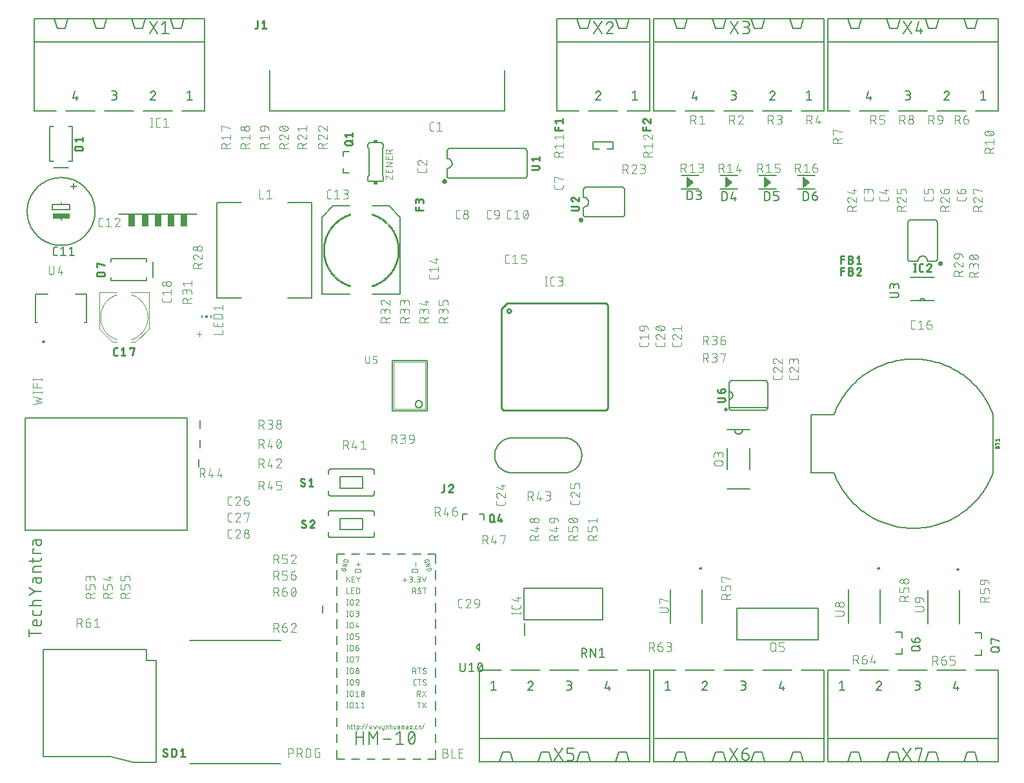
<source format=gbr>
G04 EAGLE Gerber RS-274X export*
G75*
%MOMM*%
%FSLAX34Y34*%
%LPD*%
%INSilkscreen Top*%
%IPPOS*%
%AMOC8*
5,1,8,0,0,1.08239X$1,22.5*%
G01*
%ADD10C,0.152400*%
%ADD11C,0.127000*%
%ADD12C,0.050800*%
%ADD13C,0.076200*%
%ADD14C,0.101600*%
%ADD15C,0.203200*%
%ADD16R,2.286000X0.635000*%
%ADD17C,0.020319*%
%ADD18C,0.254000*%
%ADD19C,0.150000*%
%ADD20R,0.965200X1.676400*%
%ADD21C,0.200000*%
%ADD22R,0.150000X0.300000*%
%ADD23R,0.300000X0.300000*%
%ADD24C,0.228600*%
%ADD25C,0.508000*%
%ADD26C,0.177800*%
%ADD27R,0.508000X0.381000*%

G36*
X554745Y773180D02*
X554745Y773180D01*
X554747Y773182D01*
X554748Y773181D01*
X555419Y773416D01*
X555420Y773417D01*
X555421Y773417D01*
X556023Y773795D01*
X556024Y773797D01*
X556026Y773797D01*
X556528Y774299D01*
X556528Y774301D01*
X556530Y774302D01*
X556908Y774904D01*
X556908Y774905D01*
X556909Y774906D01*
X557144Y775577D01*
X557144Y775579D01*
X557145Y775580D01*
X557224Y776286D01*
X557224Y776287D01*
X557223Y776288D01*
X557224Y776289D01*
X557145Y776995D01*
X557143Y776997D01*
X557144Y776998D01*
X556909Y777669D01*
X556908Y777670D01*
X556908Y777671D01*
X556530Y778273D01*
X556528Y778274D01*
X556528Y778276D01*
X556026Y778778D01*
X556024Y778778D01*
X556023Y778780D01*
X555421Y779158D01*
X555420Y779158D01*
X555419Y779159D01*
X554748Y779394D01*
X554746Y779394D01*
X554745Y779395D01*
X554039Y779474D01*
X554037Y779473D01*
X554036Y779474D01*
X553330Y779395D01*
X553328Y779393D01*
X553327Y779394D01*
X552656Y779159D01*
X552655Y779158D01*
X552654Y779158D01*
X552052Y778780D01*
X552051Y778778D01*
X552049Y778778D01*
X551547Y778276D01*
X551547Y778274D01*
X551545Y778273D01*
X551167Y777671D01*
X551167Y777670D01*
X551166Y777669D01*
X550931Y776998D01*
X550932Y776996D01*
X550930Y776995D01*
X550851Y776289D01*
X550852Y776287D01*
X550851Y776286D01*
X550930Y775580D01*
X550932Y775578D01*
X550931Y775577D01*
X551166Y774906D01*
X551167Y774905D01*
X551167Y774904D01*
X551545Y774302D01*
X551547Y774301D01*
X551547Y774299D01*
X552049Y773797D01*
X552051Y773797D01*
X552052Y773795D01*
X552654Y773417D01*
X552655Y773417D01*
X552656Y773416D01*
X553327Y773181D01*
X553329Y773182D01*
X553330Y773180D01*
X554036Y773101D01*
X554038Y773102D01*
X554039Y773101D01*
X554745Y773180D01*
G37*
G36*
X733815Y722380D02*
X733815Y722380D01*
X733817Y722382D01*
X733818Y722381D01*
X734489Y722616D01*
X734490Y722617D01*
X734491Y722617D01*
X735093Y722995D01*
X735094Y722997D01*
X735096Y722997D01*
X735598Y723499D01*
X735598Y723501D01*
X735600Y723502D01*
X735978Y724104D01*
X735978Y724105D01*
X735979Y724106D01*
X736214Y724777D01*
X736214Y724779D01*
X736215Y724780D01*
X736294Y725486D01*
X736294Y725487D01*
X736293Y725488D01*
X736294Y725489D01*
X736215Y726195D01*
X736213Y726197D01*
X736214Y726198D01*
X735979Y726869D01*
X735978Y726870D01*
X735978Y726871D01*
X735600Y727473D01*
X735598Y727474D01*
X735598Y727476D01*
X735096Y727978D01*
X735094Y727978D01*
X735093Y727980D01*
X734491Y728358D01*
X734490Y728358D01*
X734489Y728359D01*
X733818Y728594D01*
X733816Y728594D01*
X733815Y728595D01*
X733109Y728674D01*
X733107Y728673D01*
X733106Y728674D01*
X732400Y728595D01*
X732398Y728593D01*
X732397Y728594D01*
X731726Y728359D01*
X731725Y728358D01*
X731724Y728358D01*
X731122Y727980D01*
X731121Y727978D01*
X731119Y727978D01*
X730617Y727476D01*
X730617Y727474D01*
X730615Y727473D01*
X730237Y726871D01*
X730237Y726870D01*
X730236Y726869D01*
X730001Y726198D01*
X730002Y726196D01*
X730000Y726195D01*
X729921Y725489D01*
X729922Y725487D01*
X729921Y725486D01*
X730000Y724780D01*
X730002Y724778D01*
X730001Y724777D01*
X730236Y724106D01*
X730237Y724105D01*
X730237Y724104D01*
X730615Y723502D01*
X730617Y723501D01*
X730617Y723499D01*
X731119Y722997D01*
X731121Y722997D01*
X731122Y722995D01*
X731724Y722617D01*
X731725Y722617D01*
X731726Y722616D01*
X732397Y722381D01*
X732399Y722382D01*
X732400Y722380D01*
X733106Y722301D01*
X733108Y722302D01*
X733109Y722301D01*
X733815Y722380D01*
G37*
G36*
X1205620Y665230D02*
X1205620Y665230D01*
X1205622Y665232D01*
X1205623Y665231D01*
X1206294Y665466D01*
X1206295Y665467D01*
X1206296Y665467D01*
X1206898Y665845D01*
X1206899Y665847D01*
X1206901Y665847D01*
X1207403Y666349D01*
X1207403Y666351D01*
X1207405Y666352D01*
X1207783Y666954D01*
X1207783Y666955D01*
X1207784Y666956D01*
X1208019Y667627D01*
X1208019Y667629D01*
X1208020Y667630D01*
X1208099Y668336D01*
X1208099Y668337D01*
X1208098Y668338D01*
X1208099Y668339D01*
X1208020Y669045D01*
X1208018Y669047D01*
X1208019Y669048D01*
X1207784Y669719D01*
X1207783Y669720D01*
X1207783Y669721D01*
X1207405Y670323D01*
X1207403Y670324D01*
X1207403Y670326D01*
X1206901Y670828D01*
X1206899Y670828D01*
X1206898Y670830D01*
X1206296Y671208D01*
X1206295Y671208D01*
X1206294Y671209D01*
X1205623Y671444D01*
X1205621Y671444D01*
X1205620Y671445D01*
X1204914Y671524D01*
X1204912Y671523D01*
X1204911Y671524D01*
X1204205Y671445D01*
X1204203Y671443D01*
X1204202Y671444D01*
X1203531Y671209D01*
X1203530Y671208D01*
X1203529Y671208D01*
X1202927Y670830D01*
X1202926Y670828D01*
X1202924Y670828D01*
X1202422Y670326D01*
X1202422Y670324D01*
X1202420Y670323D01*
X1202042Y669721D01*
X1202042Y669720D01*
X1202041Y669719D01*
X1201806Y669048D01*
X1201807Y669046D01*
X1201805Y669045D01*
X1201726Y668339D01*
X1201727Y668337D01*
X1201726Y668336D01*
X1201805Y667630D01*
X1201807Y667628D01*
X1201806Y667627D01*
X1202041Y666956D01*
X1202042Y666955D01*
X1202042Y666954D01*
X1202420Y666352D01*
X1202422Y666351D01*
X1202422Y666349D01*
X1202924Y665847D01*
X1202926Y665847D01*
X1202927Y665845D01*
X1203529Y665467D01*
X1203530Y665467D01*
X1203531Y665466D01*
X1204202Y665231D01*
X1204204Y665232D01*
X1204205Y665230D01*
X1204911Y665151D01*
X1204913Y665152D01*
X1204914Y665151D01*
X1205620Y665230D01*
G37*
D10*
X24638Y183078D02*
X8382Y183078D01*
X8382Y187593D02*
X8382Y178562D01*
X24638Y195722D02*
X24638Y200237D01*
X24638Y195722D02*
X24636Y195621D01*
X24630Y195520D01*
X24621Y195419D01*
X24608Y195318D01*
X24591Y195218D01*
X24570Y195119D01*
X24546Y195021D01*
X24518Y194924D01*
X24486Y194827D01*
X24451Y194732D01*
X24412Y194639D01*
X24370Y194547D01*
X24324Y194456D01*
X24275Y194367D01*
X24223Y194281D01*
X24167Y194196D01*
X24109Y194113D01*
X24047Y194033D01*
X23982Y193955D01*
X23915Y193879D01*
X23845Y193806D01*
X23772Y193736D01*
X23696Y193669D01*
X23618Y193604D01*
X23538Y193542D01*
X23455Y193484D01*
X23370Y193428D01*
X23283Y193376D01*
X23195Y193327D01*
X23104Y193281D01*
X23012Y193239D01*
X22919Y193200D01*
X22824Y193165D01*
X22727Y193133D01*
X22630Y193105D01*
X22532Y193081D01*
X22433Y193060D01*
X22333Y193043D01*
X22232Y193030D01*
X22131Y193021D01*
X22030Y193015D01*
X21929Y193013D01*
X21929Y193012D02*
X17413Y193012D01*
X17413Y193013D02*
X17294Y193015D01*
X17174Y193021D01*
X17055Y193031D01*
X16937Y193045D01*
X16818Y193062D01*
X16701Y193084D01*
X16584Y193109D01*
X16469Y193139D01*
X16354Y193172D01*
X16240Y193209D01*
X16128Y193249D01*
X16017Y193294D01*
X15908Y193342D01*
X15800Y193393D01*
X15694Y193448D01*
X15590Y193507D01*
X15488Y193569D01*
X15388Y193634D01*
X15290Y193703D01*
X15194Y193775D01*
X15101Y193850D01*
X15011Y193927D01*
X14923Y194008D01*
X14838Y194092D01*
X14756Y194179D01*
X14676Y194268D01*
X14600Y194360D01*
X14526Y194454D01*
X14456Y194551D01*
X14389Y194649D01*
X14325Y194750D01*
X14265Y194854D01*
X14208Y194959D01*
X14155Y195066D01*
X14105Y195174D01*
X14059Y195284D01*
X14017Y195396D01*
X13978Y195509D01*
X13943Y195623D01*
X13912Y195738D01*
X13884Y195855D01*
X13861Y195972D01*
X13841Y196089D01*
X13825Y196208D01*
X13813Y196327D01*
X13805Y196446D01*
X13801Y196565D01*
X13801Y196685D01*
X13805Y196804D01*
X13813Y196923D01*
X13825Y197042D01*
X13841Y197161D01*
X13861Y197278D01*
X13884Y197395D01*
X13912Y197512D01*
X13943Y197627D01*
X13978Y197741D01*
X14017Y197854D01*
X14059Y197966D01*
X14105Y198076D01*
X14155Y198184D01*
X14208Y198291D01*
X14265Y198396D01*
X14325Y198500D01*
X14389Y198601D01*
X14456Y198699D01*
X14526Y198796D01*
X14600Y198890D01*
X14676Y198982D01*
X14756Y199071D01*
X14838Y199158D01*
X14923Y199242D01*
X15011Y199323D01*
X15101Y199400D01*
X15194Y199475D01*
X15290Y199547D01*
X15388Y199616D01*
X15488Y199681D01*
X15590Y199743D01*
X15694Y199802D01*
X15800Y199857D01*
X15908Y199908D01*
X16017Y199956D01*
X16128Y200001D01*
X16240Y200041D01*
X16354Y200078D01*
X16469Y200111D01*
X16584Y200141D01*
X16701Y200166D01*
X16818Y200188D01*
X16937Y200205D01*
X17055Y200219D01*
X17174Y200229D01*
X17294Y200235D01*
X17413Y200237D01*
X19219Y200237D01*
X19219Y193012D01*
X24638Y209286D02*
X24638Y212899D01*
X24638Y209286D02*
X24636Y209185D01*
X24630Y209084D01*
X24621Y208983D01*
X24608Y208882D01*
X24591Y208782D01*
X24570Y208683D01*
X24546Y208585D01*
X24518Y208488D01*
X24486Y208391D01*
X24451Y208296D01*
X24412Y208203D01*
X24370Y208111D01*
X24324Y208020D01*
X24275Y207931D01*
X24223Y207845D01*
X24167Y207760D01*
X24109Y207677D01*
X24047Y207597D01*
X23982Y207519D01*
X23915Y207443D01*
X23845Y207370D01*
X23772Y207300D01*
X23696Y207233D01*
X23618Y207168D01*
X23538Y207106D01*
X23455Y207048D01*
X23370Y206992D01*
X23283Y206940D01*
X23195Y206891D01*
X23104Y206845D01*
X23012Y206803D01*
X22919Y206764D01*
X22824Y206729D01*
X22727Y206697D01*
X22630Y206669D01*
X22532Y206645D01*
X22433Y206624D01*
X22333Y206607D01*
X22232Y206594D01*
X22131Y206585D01*
X22030Y206579D01*
X21929Y206577D01*
X16510Y206577D01*
X16409Y206579D01*
X16308Y206585D01*
X16207Y206594D01*
X16106Y206607D01*
X16006Y206624D01*
X15907Y206645D01*
X15809Y206669D01*
X15712Y206697D01*
X15615Y206729D01*
X15520Y206764D01*
X15427Y206803D01*
X15335Y206845D01*
X15244Y206891D01*
X15156Y206940D01*
X15069Y206992D01*
X14984Y207048D01*
X14901Y207106D01*
X14821Y207168D01*
X14743Y207233D01*
X14667Y207300D01*
X14594Y207370D01*
X14524Y207443D01*
X14457Y207519D01*
X14392Y207597D01*
X14330Y207677D01*
X14272Y207760D01*
X14216Y207845D01*
X14164Y207932D01*
X14115Y208020D01*
X14069Y208111D01*
X14027Y208203D01*
X13988Y208296D01*
X13953Y208391D01*
X13921Y208488D01*
X13893Y208585D01*
X13869Y208683D01*
X13848Y208782D01*
X13831Y208882D01*
X13818Y208983D01*
X13809Y209084D01*
X13803Y209185D01*
X13801Y209286D01*
X13801Y212899D01*
X8382Y219064D02*
X24638Y219064D01*
X13801Y219064D02*
X13801Y223580D01*
X13803Y223681D01*
X13809Y223782D01*
X13818Y223883D01*
X13831Y223984D01*
X13848Y224084D01*
X13869Y224183D01*
X13893Y224281D01*
X13921Y224378D01*
X13953Y224475D01*
X13988Y224570D01*
X14027Y224663D01*
X14069Y224755D01*
X14115Y224846D01*
X14164Y224935D01*
X14216Y225021D01*
X14272Y225106D01*
X14330Y225189D01*
X14392Y225269D01*
X14457Y225347D01*
X14524Y225423D01*
X14594Y225496D01*
X14667Y225566D01*
X14743Y225633D01*
X14821Y225698D01*
X14901Y225760D01*
X14984Y225818D01*
X15069Y225874D01*
X15156Y225926D01*
X15244Y225975D01*
X15335Y226021D01*
X15427Y226063D01*
X15520Y226102D01*
X15615Y226137D01*
X15712Y226169D01*
X15809Y226197D01*
X15907Y226221D01*
X16006Y226242D01*
X16106Y226259D01*
X16207Y226272D01*
X16308Y226281D01*
X16409Y226287D01*
X16510Y226289D01*
X24638Y226289D01*
X16058Y237787D02*
X8382Y232368D01*
X16058Y237787D02*
X8382Y243206D01*
X16058Y237787D02*
X24638Y237787D01*
X18316Y251851D02*
X18316Y255915D01*
X18316Y251851D02*
X18318Y251739D01*
X18324Y251628D01*
X18334Y251517D01*
X18347Y251406D01*
X18365Y251296D01*
X18387Y251187D01*
X18412Y251078D01*
X18441Y250970D01*
X18474Y250864D01*
X18511Y250758D01*
X18551Y250654D01*
X18595Y250552D01*
X18643Y250451D01*
X18694Y250352D01*
X18749Y250254D01*
X18807Y250159D01*
X18868Y250066D01*
X18933Y249975D01*
X19001Y249886D01*
X19072Y249800D01*
X19145Y249717D01*
X19222Y249636D01*
X19302Y249557D01*
X19384Y249482D01*
X19469Y249410D01*
X19556Y249340D01*
X19646Y249274D01*
X19738Y249211D01*
X19833Y249151D01*
X19929Y249095D01*
X20027Y249042D01*
X20127Y248993D01*
X20229Y248947D01*
X20332Y248905D01*
X20437Y248866D01*
X20543Y248831D01*
X20650Y248800D01*
X20758Y248773D01*
X20867Y248749D01*
X20977Y248730D01*
X21087Y248714D01*
X21198Y248702D01*
X21310Y248694D01*
X21421Y248690D01*
X21533Y248690D01*
X21644Y248694D01*
X21756Y248702D01*
X21867Y248714D01*
X21977Y248730D01*
X22087Y248749D01*
X22196Y248773D01*
X22304Y248800D01*
X22411Y248831D01*
X22517Y248866D01*
X22622Y248905D01*
X22725Y248947D01*
X22827Y248993D01*
X22927Y249042D01*
X23025Y249095D01*
X23121Y249151D01*
X23216Y249211D01*
X23308Y249274D01*
X23398Y249340D01*
X23485Y249410D01*
X23570Y249482D01*
X23652Y249557D01*
X23732Y249636D01*
X23809Y249717D01*
X23882Y249800D01*
X23953Y249886D01*
X24021Y249975D01*
X24086Y250066D01*
X24147Y250159D01*
X24205Y250254D01*
X24260Y250352D01*
X24311Y250451D01*
X24359Y250552D01*
X24403Y250654D01*
X24443Y250758D01*
X24480Y250864D01*
X24513Y250970D01*
X24542Y251078D01*
X24567Y251187D01*
X24589Y251296D01*
X24607Y251406D01*
X24620Y251517D01*
X24630Y251628D01*
X24636Y251739D01*
X24638Y251851D01*
X24638Y255915D01*
X16510Y255915D01*
X16409Y255913D01*
X16308Y255907D01*
X16207Y255898D01*
X16106Y255885D01*
X16006Y255868D01*
X15907Y255847D01*
X15809Y255823D01*
X15712Y255795D01*
X15615Y255763D01*
X15520Y255728D01*
X15427Y255689D01*
X15335Y255647D01*
X15244Y255601D01*
X15156Y255552D01*
X15069Y255500D01*
X14984Y255444D01*
X14901Y255386D01*
X14821Y255324D01*
X14743Y255259D01*
X14667Y255192D01*
X14594Y255122D01*
X14524Y255049D01*
X14457Y254973D01*
X14392Y254895D01*
X14330Y254815D01*
X14272Y254732D01*
X14216Y254647D01*
X14164Y254561D01*
X14115Y254472D01*
X14069Y254381D01*
X14027Y254289D01*
X13988Y254196D01*
X13953Y254101D01*
X13921Y254004D01*
X13893Y253907D01*
X13869Y253809D01*
X13848Y253710D01*
X13831Y253610D01*
X13818Y253509D01*
X13809Y253408D01*
X13803Y253307D01*
X13801Y253206D01*
X13801Y249593D01*
X13801Y263353D02*
X24638Y263353D01*
X13801Y263353D02*
X13801Y267868D01*
X13803Y267969D01*
X13809Y268070D01*
X13818Y268171D01*
X13831Y268272D01*
X13848Y268372D01*
X13869Y268471D01*
X13893Y268569D01*
X13921Y268666D01*
X13953Y268763D01*
X13988Y268858D01*
X14027Y268951D01*
X14069Y269043D01*
X14115Y269134D01*
X14164Y269223D01*
X14216Y269309D01*
X14272Y269394D01*
X14330Y269477D01*
X14392Y269557D01*
X14457Y269635D01*
X14524Y269711D01*
X14594Y269784D01*
X14667Y269854D01*
X14743Y269921D01*
X14821Y269986D01*
X14901Y270048D01*
X14984Y270106D01*
X15069Y270162D01*
X15156Y270214D01*
X15244Y270263D01*
X15335Y270309D01*
X15427Y270351D01*
X15520Y270390D01*
X15615Y270425D01*
X15712Y270457D01*
X15809Y270485D01*
X15907Y270509D01*
X16006Y270530D01*
X16106Y270547D01*
X16207Y270560D01*
X16308Y270569D01*
X16409Y270575D01*
X16510Y270577D01*
X16510Y270578D02*
X24638Y270578D01*
X13801Y276124D02*
X13801Y281542D01*
X8382Y277930D02*
X21929Y277930D01*
X22030Y277932D01*
X22131Y277938D01*
X22232Y277947D01*
X22333Y277960D01*
X22433Y277977D01*
X22532Y277998D01*
X22630Y278022D01*
X22727Y278050D01*
X22824Y278082D01*
X22919Y278117D01*
X23012Y278156D01*
X23104Y278198D01*
X23195Y278244D01*
X23283Y278293D01*
X23370Y278345D01*
X23455Y278401D01*
X23538Y278459D01*
X23618Y278521D01*
X23696Y278586D01*
X23772Y278653D01*
X23845Y278723D01*
X23915Y278796D01*
X23982Y278872D01*
X24047Y278950D01*
X24109Y279030D01*
X24167Y279113D01*
X24223Y279198D01*
X24275Y279285D01*
X24324Y279373D01*
X24370Y279464D01*
X24412Y279556D01*
X24451Y279649D01*
X24486Y279744D01*
X24518Y279841D01*
X24546Y279938D01*
X24570Y280036D01*
X24591Y280135D01*
X24608Y280235D01*
X24621Y280336D01*
X24630Y280437D01*
X24636Y280538D01*
X24638Y280639D01*
X24638Y281542D01*
X24638Y287926D02*
X13801Y287926D01*
X13801Y293345D01*
X15607Y293345D01*
X18316Y301350D02*
X18316Y305414D01*
X18316Y301350D02*
X18318Y301238D01*
X18324Y301127D01*
X18334Y301016D01*
X18347Y300905D01*
X18365Y300795D01*
X18387Y300686D01*
X18412Y300577D01*
X18441Y300469D01*
X18474Y300363D01*
X18511Y300257D01*
X18551Y300153D01*
X18595Y300051D01*
X18643Y299950D01*
X18694Y299851D01*
X18749Y299753D01*
X18807Y299658D01*
X18868Y299565D01*
X18933Y299474D01*
X19001Y299385D01*
X19072Y299299D01*
X19145Y299216D01*
X19222Y299135D01*
X19302Y299056D01*
X19384Y298981D01*
X19469Y298909D01*
X19556Y298839D01*
X19646Y298773D01*
X19738Y298710D01*
X19833Y298650D01*
X19929Y298594D01*
X20027Y298541D01*
X20127Y298492D01*
X20229Y298446D01*
X20332Y298404D01*
X20437Y298365D01*
X20543Y298330D01*
X20650Y298299D01*
X20758Y298272D01*
X20867Y298248D01*
X20977Y298229D01*
X21087Y298213D01*
X21198Y298201D01*
X21310Y298193D01*
X21421Y298189D01*
X21533Y298189D01*
X21644Y298193D01*
X21756Y298201D01*
X21867Y298213D01*
X21977Y298229D01*
X22087Y298248D01*
X22196Y298272D01*
X22304Y298299D01*
X22411Y298330D01*
X22517Y298365D01*
X22622Y298404D01*
X22725Y298446D01*
X22827Y298492D01*
X22927Y298541D01*
X23025Y298594D01*
X23121Y298650D01*
X23216Y298710D01*
X23308Y298773D01*
X23398Y298839D01*
X23485Y298909D01*
X23570Y298981D01*
X23652Y299056D01*
X23732Y299135D01*
X23809Y299216D01*
X23882Y299299D01*
X23953Y299385D01*
X24021Y299474D01*
X24086Y299565D01*
X24147Y299658D01*
X24205Y299753D01*
X24260Y299851D01*
X24311Y299950D01*
X24359Y300051D01*
X24403Y300153D01*
X24443Y300257D01*
X24480Y300363D01*
X24513Y300469D01*
X24542Y300577D01*
X24567Y300686D01*
X24589Y300795D01*
X24607Y300905D01*
X24620Y301016D01*
X24630Y301127D01*
X24636Y301238D01*
X24638Y301350D01*
X24638Y305414D01*
X16510Y305414D01*
X16409Y305412D01*
X16308Y305406D01*
X16207Y305397D01*
X16106Y305384D01*
X16006Y305367D01*
X15907Y305346D01*
X15809Y305322D01*
X15712Y305294D01*
X15615Y305262D01*
X15520Y305227D01*
X15427Y305188D01*
X15335Y305146D01*
X15244Y305100D01*
X15156Y305051D01*
X15069Y304999D01*
X14984Y304943D01*
X14901Y304885D01*
X14821Y304823D01*
X14743Y304758D01*
X14667Y304691D01*
X14594Y304621D01*
X14524Y304548D01*
X14457Y304472D01*
X14392Y304394D01*
X14330Y304314D01*
X14272Y304231D01*
X14216Y304146D01*
X14164Y304060D01*
X14115Y303971D01*
X14069Y303880D01*
X14027Y303788D01*
X13988Y303695D01*
X13953Y303600D01*
X13921Y303503D01*
X13893Y303406D01*
X13869Y303308D01*
X13848Y303209D01*
X13831Y303109D01*
X13818Y303008D01*
X13809Y302907D01*
X13803Y302806D01*
X13801Y302705D01*
X13801Y299092D01*
D11*
X532400Y17900D02*
X542400Y17900D01*
X522400Y17900D02*
X512400Y17900D01*
X502400Y17900D02*
X492400Y17900D01*
X482400Y17900D02*
X472400Y17900D01*
X462400Y17900D02*
X452400Y17900D01*
X442400Y17900D02*
X432400Y17900D01*
X422400Y17900D02*
X412400Y17900D01*
X412400Y29362D01*
X412400Y39362D02*
X412400Y50823D01*
X412400Y60823D02*
X412400Y72285D01*
X412400Y82285D02*
X412400Y93746D01*
X412400Y103746D02*
X412400Y115208D01*
X412400Y125208D02*
X412400Y136669D01*
X412400Y146669D02*
X412400Y158131D01*
X412400Y168131D02*
X412400Y179592D01*
X412400Y189592D02*
X412400Y201054D01*
X412400Y211054D02*
X412400Y222515D01*
X412400Y232515D02*
X412400Y243977D01*
X412400Y253977D02*
X412400Y265438D01*
X412400Y275438D02*
X412400Y286900D01*
X422400Y286900D01*
X432400Y286900D02*
X442400Y286900D01*
X452400Y286900D02*
X462400Y286900D01*
X472400Y286900D02*
X482400Y286900D01*
X492400Y286900D02*
X502400Y286900D01*
X512400Y286900D02*
X522400Y286900D01*
X532400Y286900D02*
X542400Y286900D01*
X542400Y275438D01*
X542400Y265438D02*
X542400Y253977D01*
X542400Y243977D02*
X542400Y232515D01*
X542400Y222515D02*
X542400Y211054D01*
X542400Y201054D02*
X542400Y189592D01*
X542400Y179592D02*
X542400Y168131D01*
X542400Y158131D02*
X542400Y146669D01*
X542400Y136669D02*
X542400Y125208D01*
X542400Y115208D02*
X542400Y103746D01*
X542400Y93746D02*
X542400Y82285D01*
X542400Y72285D02*
X542400Y60823D01*
X542400Y50823D02*
X542400Y39362D01*
X542400Y29362D02*
X542400Y17900D01*
D12*
X426547Y57906D02*
X426547Y63494D01*
X426547Y61631D02*
X428099Y61631D01*
X428157Y61629D01*
X428216Y61624D01*
X428273Y61615D01*
X428331Y61602D01*
X428387Y61585D01*
X428442Y61566D01*
X428495Y61542D01*
X428548Y61516D01*
X428598Y61486D01*
X428646Y61453D01*
X428692Y61417D01*
X428736Y61379D01*
X428778Y61337D01*
X428816Y61293D01*
X428852Y61247D01*
X428885Y61199D01*
X428915Y61149D01*
X428941Y61096D01*
X428965Y61043D01*
X428984Y60988D01*
X429001Y60932D01*
X429014Y60874D01*
X429023Y60817D01*
X429028Y60758D01*
X429030Y60700D01*
X429030Y57906D01*
X431018Y61631D02*
X432881Y61631D01*
X431639Y63494D02*
X431639Y58837D01*
X431641Y58779D01*
X431646Y58720D01*
X431655Y58663D01*
X431668Y58605D01*
X431685Y58549D01*
X431704Y58494D01*
X431728Y58441D01*
X431754Y58388D01*
X431784Y58338D01*
X431817Y58290D01*
X431853Y58244D01*
X431891Y58200D01*
X431933Y58158D01*
X431977Y58120D01*
X432023Y58084D01*
X432071Y58051D01*
X432122Y58021D01*
X432174Y57995D01*
X432227Y57971D01*
X432282Y57952D01*
X432338Y57935D01*
X432396Y57922D01*
X432453Y57913D01*
X432512Y57908D01*
X432570Y57906D01*
X432881Y57906D01*
X434493Y61631D02*
X436356Y61631D01*
X435114Y63494D02*
X435114Y58837D01*
X435116Y58779D01*
X435121Y58720D01*
X435130Y58663D01*
X435143Y58605D01*
X435160Y58549D01*
X435179Y58494D01*
X435203Y58441D01*
X435229Y58388D01*
X435259Y58338D01*
X435292Y58290D01*
X435328Y58244D01*
X435366Y58200D01*
X435408Y58158D01*
X435452Y58120D01*
X435498Y58084D01*
X435546Y58051D01*
X435597Y58021D01*
X435649Y57995D01*
X435702Y57971D01*
X435757Y57952D01*
X435813Y57935D01*
X435871Y57922D01*
X435928Y57913D01*
X435987Y57908D01*
X436045Y57906D01*
X436356Y57906D01*
X438646Y56043D02*
X438646Y61631D01*
X440198Y61631D01*
X440256Y61629D01*
X440315Y61624D01*
X440372Y61615D01*
X440430Y61602D01*
X440486Y61585D01*
X440541Y61566D01*
X440594Y61542D01*
X440647Y61516D01*
X440697Y61486D01*
X440745Y61453D01*
X440791Y61417D01*
X440835Y61379D01*
X440877Y61337D01*
X440915Y61293D01*
X440951Y61247D01*
X440984Y61199D01*
X441014Y61149D01*
X441040Y61096D01*
X441064Y61043D01*
X441083Y60988D01*
X441100Y60932D01*
X441113Y60874D01*
X441122Y60817D01*
X441127Y60758D01*
X441129Y60700D01*
X441129Y58837D01*
X441127Y58779D01*
X441122Y58720D01*
X441113Y58663D01*
X441100Y58605D01*
X441083Y58549D01*
X441064Y58494D01*
X441040Y58441D01*
X441014Y58388D01*
X440984Y58338D01*
X440951Y58290D01*
X440915Y58244D01*
X440877Y58200D01*
X440835Y58158D01*
X440791Y58120D01*
X440745Y58084D01*
X440697Y58051D01*
X440647Y58021D01*
X440594Y57995D01*
X440541Y57971D01*
X440486Y57952D01*
X440430Y57935D01*
X440372Y57922D01*
X440315Y57913D01*
X440256Y57908D01*
X440198Y57906D01*
X438646Y57906D01*
X443361Y58372D02*
X443361Y58682D01*
X443671Y58682D01*
X443671Y58372D01*
X443361Y58372D01*
X443361Y60855D02*
X443361Y61166D01*
X443671Y61166D01*
X443671Y60855D01*
X443361Y60855D01*
X445749Y57285D02*
X448233Y64115D01*
X452622Y64115D02*
X450138Y57285D01*
X455569Y57906D02*
X454638Y61631D01*
X456501Y60390D02*
X455569Y57906D01*
X457432Y57906D02*
X456501Y60390D01*
X458363Y61631D02*
X457432Y57906D01*
X461421Y57906D02*
X460490Y61631D01*
X462353Y60390D02*
X461421Y57906D01*
X463284Y57906D02*
X462353Y60390D01*
X464215Y61631D02*
X463284Y57906D01*
X467273Y57906D02*
X466342Y61631D01*
X468205Y60390D02*
X467273Y57906D01*
X469136Y57906D02*
X468205Y60390D01*
X470067Y61631D02*
X469136Y57906D01*
X472073Y57906D02*
X472073Y58216D01*
X472383Y58216D01*
X472383Y57906D01*
X472073Y57906D01*
X474326Y56975D02*
X474326Y61631D01*
X474325Y56975D02*
X474323Y56914D01*
X474317Y56853D01*
X474307Y56793D01*
X474293Y56734D01*
X474276Y56676D01*
X474254Y56619D01*
X474229Y56563D01*
X474200Y56510D01*
X474168Y56458D01*
X474133Y56408D01*
X474094Y56361D01*
X474052Y56317D01*
X474008Y56275D01*
X473961Y56236D01*
X473911Y56201D01*
X473860Y56169D01*
X473806Y56140D01*
X473750Y56115D01*
X473693Y56093D01*
X473635Y56076D01*
X473576Y56062D01*
X473516Y56052D01*
X473455Y56046D01*
X473394Y56044D01*
X473394Y56043D02*
X473084Y56043D01*
X474171Y63184D02*
X474171Y63494D01*
X474481Y63494D01*
X474481Y63184D01*
X474171Y63184D01*
X476838Y61631D02*
X476838Y57906D01*
X476838Y61631D02*
X478391Y61631D01*
X478449Y61629D01*
X478508Y61624D01*
X478565Y61615D01*
X478623Y61602D01*
X478679Y61585D01*
X478734Y61566D01*
X478787Y61542D01*
X478840Y61516D01*
X478890Y61486D01*
X478938Y61453D01*
X478984Y61417D01*
X479028Y61379D01*
X479070Y61337D01*
X479108Y61293D01*
X479144Y61247D01*
X479177Y61199D01*
X479207Y61149D01*
X479233Y61096D01*
X479257Y61043D01*
X479276Y60988D01*
X479293Y60932D01*
X479306Y60874D01*
X479315Y60817D01*
X479320Y60758D01*
X479322Y60700D01*
X479322Y57906D01*
X481959Y57906D02*
X481959Y63494D01*
X481959Y61631D02*
X483511Y61631D01*
X483569Y61629D01*
X483628Y61624D01*
X483685Y61615D01*
X483743Y61602D01*
X483799Y61585D01*
X483854Y61566D01*
X483907Y61542D01*
X483960Y61516D01*
X484010Y61486D01*
X484058Y61453D01*
X484104Y61417D01*
X484148Y61379D01*
X484190Y61337D01*
X484228Y61293D01*
X484264Y61247D01*
X484297Y61199D01*
X484327Y61149D01*
X484353Y61096D01*
X484377Y61043D01*
X484396Y60988D01*
X484413Y60932D01*
X484426Y60874D01*
X484435Y60817D01*
X484440Y60758D01*
X484442Y60700D01*
X484443Y60700D02*
X484443Y57906D01*
X487080Y58837D02*
X487080Y61631D01*
X487080Y58837D02*
X487082Y58779D01*
X487087Y58720D01*
X487096Y58663D01*
X487109Y58605D01*
X487126Y58549D01*
X487145Y58494D01*
X487169Y58441D01*
X487195Y58388D01*
X487225Y58338D01*
X487258Y58290D01*
X487294Y58244D01*
X487332Y58200D01*
X487374Y58158D01*
X487418Y58120D01*
X487464Y58084D01*
X487512Y58051D01*
X487562Y58021D01*
X487615Y57995D01*
X487668Y57971D01*
X487723Y57952D01*
X487779Y57935D01*
X487837Y57922D01*
X487894Y57913D01*
X487953Y57908D01*
X488011Y57906D01*
X489563Y57906D01*
X489563Y61631D01*
X493075Y60079D02*
X494472Y60079D01*
X493075Y60080D02*
X493011Y60078D01*
X492946Y60072D01*
X492883Y60063D01*
X492820Y60050D01*
X492758Y60033D01*
X492697Y60012D01*
X492637Y59988D01*
X492579Y59960D01*
X492522Y59929D01*
X492468Y59895D01*
X492415Y59857D01*
X492365Y59816D01*
X492318Y59773D01*
X492273Y59727D01*
X492231Y59678D01*
X492192Y59627D01*
X492156Y59573D01*
X492123Y59518D01*
X492094Y59460D01*
X492068Y59402D01*
X492045Y59341D01*
X492026Y59280D01*
X492011Y59217D01*
X492000Y59153D01*
X491992Y59090D01*
X491988Y59025D01*
X491988Y58961D01*
X491992Y58896D01*
X492000Y58833D01*
X492011Y58769D01*
X492026Y58706D01*
X492045Y58645D01*
X492068Y58584D01*
X492094Y58526D01*
X492123Y58468D01*
X492156Y58413D01*
X492192Y58359D01*
X492231Y58308D01*
X492273Y58259D01*
X492318Y58213D01*
X492365Y58170D01*
X492415Y58129D01*
X492468Y58091D01*
X492522Y58057D01*
X492579Y58026D01*
X492637Y57998D01*
X492697Y57974D01*
X492758Y57953D01*
X492820Y57936D01*
X492883Y57923D01*
X492946Y57914D01*
X493011Y57908D01*
X493075Y57906D01*
X494472Y57906D01*
X494472Y60700D01*
X494470Y60758D01*
X494465Y60817D01*
X494456Y60874D01*
X494443Y60932D01*
X494426Y60988D01*
X494407Y61043D01*
X494383Y61096D01*
X494357Y61149D01*
X494327Y61199D01*
X494294Y61247D01*
X494258Y61293D01*
X494220Y61337D01*
X494178Y61379D01*
X494134Y61417D01*
X494088Y61453D01*
X494040Y61486D01*
X493990Y61516D01*
X493937Y61542D01*
X493884Y61566D01*
X493829Y61585D01*
X493773Y61602D01*
X493715Y61615D01*
X493658Y61624D01*
X493599Y61629D01*
X493541Y61631D01*
X492299Y61631D01*
X497249Y61631D02*
X497249Y57906D01*
X497249Y61631D02*
X500043Y61631D01*
X500101Y61629D01*
X500160Y61624D01*
X500217Y61615D01*
X500275Y61602D01*
X500331Y61585D01*
X500386Y61566D01*
X500439Y61542D01*
X500492Y61516D01*
X500542Y61486D01*
X500590Y61453D01*
X500636Y61417D01*
X500680Y61379D01*
X500722Y61337D01*
X500760Y61293D01*
X500796Y61247D01*
X500829Y61199D01*
X500859Y61149D01*
X500885Y61096D01*
X500909Y61043D01*
X500928Y60988D01*
X500945Y60932D01*
X500958Y60874D01*
X500967Y60817D01*
X500972Y60758D01*
X500974Y60700D01*
X500974Y57906D01*
X499111Y57906D02*
X499111Y61631D01*
X504596Y60079D02*
X505993Y60079D01*
X504596Y60080D02*
X504532Y60078D01*
X504467Y60072D01*
X504404Y60063D01*
X504341Y60050D01*
X504279Y60033D01*
X504218Y60012D01*
X504158Y59988D01*
X504100Y59960D01*
X504043Y59929D01*
X503989Y59895D01*
X503936Y59857D01*
X503886Y59816D01*
X503839Y59773D01*
X503794Y59727D01*
X503752Y59678D01*
X503713Y59627D01*
X503677Y59573D01*
X503644Y59518D01*
X503615Y59460D01*
X503589Y59402D01*
X503566Y59341D01*
X503547Y59280D01*
X503532Y59217D01*
X503521Y59153D01*
X503513Y59090D01*
X503509Y59025D01*
X503509Y58961D01*
X503513Y58896D01*
X503521Y58833D01*
X503532Y58769D01*
X503547Y58706D01*
X503566Y58645D01*
X503589Y58584D01*
X503615Y58526D01*
X503644Y58468D01*
X503677Y58413D01*
X503713Y58359D01*
X503752Y58308D01*
X503794Y58259D01*
X503839Y58213D01*
X503886Y58170D01*
X503936Y58129D01*
X503989Y58091D01*
X504043Y58057D01*
X504100Y58026D01*
X504158Y57998D01*
X504218Y57974D01*
X504279Y57953D01*
X504341Y57936D01*
X504404Y57923D01*
X504467Y57914D01*
X504532Y57908D01*
X504596Y57906D01*
X505993Y57906D01*
X505993Y60700D01*
X505991Y60758D01*
X505986Y60817D01*
X505977Y60874D01*
X505964Y60932D01*
X505947Y60988D01*
X505928Y61043D01*
X505904Y61096D01*
X505878Y61149D01*
X505848Y61199D01*
X505815Y61247D01*
X505779Y61293D01*
X505741Y61337D01*
X505699Y61379D01*
X505655Y61417D01*
X505609Y61453D01*
X505561Y61486D01*
X505511Y61516D01*
X505458Y61542D01*
X505405Y61566D01*
X505350Y61585D01*
X505294Y61602D01*
X505236Y61615D01*
X505179Y61624D01*
X505120Y61629D01*
X505062Y61631D01*
X503820Y61631D01*
X508476Y60390D02*
X508476Y59148D01*
X508476Y60390D02*
X508478Y60460D01*
X508484Y60529D01*
X508494Y60598D01*
X508507Y60666D01*
X508525Y60734D01*
X508546Y60800D01*
X508571Y60865D01*
X508599Y60929D01*
X508631Y60991D01*
X508666Y61051D01*
X508705Y61109D01*
X508747Y61164D01*
X508792Y61218D01*
X508840Y61268D01*
X508890Y61316D01*
X508944Y61361D01*
X508999Y61403D01*
X509057Y61442D01*
X509117Y61477D01*
X509179Y61509D01*
X509243Y61537D01*
X509308Y61562D01*
X509374Y61583D01*
X509442Y61601D01*
X509510Y61614D01*
X509579Y61624D01*
X509648Y61630D01*
X509718Y61632D01*
X509788Y61630D01*
X509857Y61624D01*
X509926Y61614D01*
X509994Y61601D01*
X510062Y61583D01*
X510128Y61562D01*
X510193Y61537D01*
X510257Y61509D01*
X510319Y61477D01*
X510379Y61442D01*
X510437Y61403D01*
X510492Y61361D01*
X510546Y61316D01*
X510596Y61268D01*
X510644Y61218D01*
X510689Y61164D01*
X510731Y61109D01*
X510770Y61051D01*
X510805Y60991D01*
X510837Y60929D01*
X510865Y60865D01*
X510890Y60800D01*
X510911Y60734D01*
X510929Y60666D01*
X510942Y60598D01*
X510952Y60529D01*
X510958Y60460D01*
X510960Y60390D01*
X510960Y59148D01*
X510958Y59078D01*
X510952Y59009D01*
X510942Y58940D01*
X510929Y58872D01*
X510911Y58804D01*
X510890Y58738D01*
X510865Y58673D01*
X510837Y58609D01*
X510805Y58547D01*
X510770Y58487D01*
X510731Y58429D01*
X510689Y58374D01*
X510644Y58320D01*
X510596Y58270D01*
X510546Y58222D01*
X510492Y58177D01*
X510437Y58135D01*
X510379Y58096D01*
X510319Y58061D01*
X510257Y58029D01*
X510193Y58001D01*
X510128Y57976D01*
X510062Y57955D01*
X509994Y57937D01*
X509926Y57924D01*
X509857Y57914D01*
X509788Y57908D01*
X509718Y57906D01*
X509648Y57908D01*
X509579Y57914D01*
X509510Y57924D01*
X509442Y57937D01*
X509374Y57955D01*
X509308Y57976D01*
X509243Y58001D01*
X509179Y58029D01*
X509117Y58061D01*
X509057Y58096D01*
X508999Y58135D01*
X508944Y58177D01*
X508890Y58222D01*
X508840Y58270D01*
X508792Y58320D01*
X508747Y58374D01*
X508705Y58429D01*
X508666Y58487D01*
X508631Y58547D01*
X508599Y58609D01*
X508571Y58673D01*
X508546Y58738D01*
X508525Y58804D01*
X508507Y58872D01*
X508494Y58940D01*
X508484Y59009D01*
X508478Y59078D01*
X508476Y59148D01*
X513038Y58216D02*
X513038Y57906D01*
X513038Y58216D02*
X513348Y58216D01*
X513348Y57906D01*
X513038Y57906D01*
X516364Y57906D02*
X517605Y57906D01*
X516364Y57906D02*
X516306Y57908D01*
X516247Y57913D01*
X516190Y57922D01*
X516132Y57935D01*
X516076Y57952D01*
X516021Y57971D01*
X515968Y57995D01*
X515915Y58021D01*
X515865Y58051D01*
X515817Y58084D01*
X515771Y58120D01*
X515727Y58158D01*
X515685Y58200D01*
X515647Y58244D01*
X515611Y58290D01*
X515578Y58338D01*
X515548Y58388D01*
X515522Y58441D01*
X515498Y58494D01*
X515479Y58549D01*
X515462Y58605D01*
X515449Y58663D01*
X515440Y58720D01*
X515435Y58779D01*
X515433Y58837D01*
X515432Y58837D02*
X515432Y60700D01*
X515433Y60700D02*
X515435Y60758D01*
X515440Y60817D01*
X515449Y60874D01*
X515462Y60932D01*
X515479Y60988D01*
X515498Y61043D01*
X515522Y61096D01*
X515548Y61149D01*
X515578Y61199D01*
X515611Y61247D01*
X515647Y61293D01*
X515685Y61337D01*
X515727Y61379D01*
X515771Y61417D01*
X515817Y61453D01*
X515865Y61486D01*
X515915Y61516D01*
X515968Y61542D01*
X516021Y61566D01*
X516076Y61585D01*
X516132Y61602D01*
X516190Y61615D01*
X516247Y61624D01*
X516306Y61629D01*
X516364Y61631D01*
X517605Y61631D01*
X519815Y61631D02*
X519815Y57906D01*
X519815Y61631D02*
X521367Y61631D01*
X521425Y61629D01*
X521484Y61624D01*
X521541Y61615D01*
X521599Y61602D01*
X521655Y61585D01*
X521710Y61566D01*
X521763Y61542D01*
X521816Y61516D01*
X521866Y61486D01*
X521914Y61453D01*
X521960Y61417D01*
X522004Y61379D01*
X522046Y61337D01*
X522084Y61293D01*
X522120Y61247D01*
X522153Y61199D01*
X522183Y61149D01*
X522209Y61096D01*
X522233Y61043D01*
X522252Y60988D01*
X522269Y60932D01*
X522282Y60874D01*
X522291Y60817D01*
X522296Y60758D01*
X522298Y60700D01*
X522298Y57906D01*
X524570Y57285D02*
X527053Y64115D01*
D13*
X520236Y85217D02*
X520236Y92583D01*
X518190Y92583D02*
X522282Y92583D01*
X529519Y92583D02*
X524608Y85217D01*
X529519Y85217D02*
X524608Y92583D01*
X517754Y100217D02*
X517754Y107583D01*
X519800Y107583D01*
X519889Y107581D01*
X519978Y107575D01*
X520067Y107565D01*
X520155Y107552D01*
X520243Y107535D01*
X520330Y107513D01*
X520415Y107488D01*
X520500Y107460D01*
X520583Y107427D01*
X520665Y107391D01*
X520745Y107352D01*
X520823Y107309D01*
X520899Y107263D01*
X520974Y107213D01*
X521046Y107160D01*
X521115Y107104D01*
X521182Y107045D01*
X521247Y106984D01*
X521308Y106919D01*
X521367Y106852D01*
X521423Y106783D01*
X521476Y106711D01*
X521526Y106636D01*
X521572Y106560D01*
X521615Y106482D01*
X521654Y106402D01*
X521690Y106320D01*
X521723Y106237D01*
X521751Y106152D01*
X521776Y106067D01*
X521798Y105980D01*
X521815Y105892D01*
X521828Y105804D01*
X521838Y105715D01*
X521844Y105626D01*
X521846Y105537D01*
X521844Y105448D01*
X521838Y105359D01*
X521828Y105270D01*
X521815Y105182D01*
X521798Y105094D01*
X521776Y105007D01*
X521751Y104922D01*
X521723Y104837D01*
X521690Y104754D01*
X521654Y104672D01*
X521615Y104592D01*
X521572Y104514D01*
X521526Y104438D01*
X521476Y104363D01*
X521423Y104291D01*
X521367Y104222D01*
X521308Y104155D01*
X521247Y104090D01*
X521182Y104029D01*
X521115Y103970D01*
X521046Y103914D01*
X520974Y103861D01*
X520899Y103811D01*
X520823Y103765D01*
X520745Y103722D01*
X520665Y103683D01*
X520583Y103647D01*
X520500Y103614D01*
X520415Y103586D01*
X520330Y103561D01*
X520243Y103539D01*
X520155Y103522D01*
X520067Y103509D01*
X519978Y103499D01*
X519889Y103493D01*
X519800Y103491D01*
X517754Y103491D01*
X520209Y103491D02*
X521846Y100217D01*
X524608Y100217D02*
X529519Y107583D01*
X524608Y107583D02*
X529519Y100217D01*
X516485Y115217D02*
X514849Y115217D01*
X514771Y115219D01*
X514693Y115224D01*
X514616Y115234D01*
X514539Y115247D01*
X514463Y115263D01*
X514388Y115283D01*
X514314Y115307D01*
X514241Y115334D01*
X514169Y115365D01*
X514099Y115399D01*
X514031Y115436D01*
X513964Y115477D01*
X513899Y115521D01*
X513837Y115567D01*
X513777Y115617D01*
X513719Y115669D01*
X513664Y115724D01*
X513612Y115782D01*
X513562Y115842D01*
X513516Y115904D01*
X513472Y115969D01*
X513431Y116036D01*
X513394Y116104D01*
X513360Y116174D01*
X513329Y116246D01*
X513302Y116319D01*
X513278Y116393D01*
X513258Y116468D01*
X513242Y116544D01*
X513229Y116621D01*
X513219Y116698D01*
X513214Y116776D01*
X513212Y116854D01*
X513212Y120946D01*
X513214Y121026D01*
X513220Y121106D01*
X513230Y121186D01*
X513243Y121265D01*
X513261Y121344D01*
X513282Y121421D01*
X513308Y121497D01*
X513337Y121572D01*
X513369Y121646D01*
X513405Y121718D01*
X513445Y121788D01*
X513488Y121855D01*
X513534Y121921D01*
X513584Y121984D01*
X513636Y122045D01*
X513691Y122104D01*
X513750Y122159D01*
X513810Y122211D01*
X513874Y122261D01*
X513940Y122307D01*
X514007Y122350D01*
X514077Y122390D01*
X514149Y122426D01*
X514223Y122458D01*
X514297Y122487D01*
X514374Y122513D01*
X514451Y122534D01*
X514530Y122552D01*
X514609Y122565D01*
X514689Y122575D01*
X514769Y122581D01*
X514849Y122583D01*
X516485Y122583D01*
X520889Y122583D02*
X520889Y115217D01*
X518843Y122583D02*
X522935Y122583D01*
X529519Y116854D02*
X529517Y116776D01*
X529512Y116698D01*
X529502Y116621D01*
X529489Y116544D01*
X529473Y116468D01*
X529453Y116393D01*
X529429Y116319D01*
X529402Y116246D01*
X529371Y116174D01*
X529337Y116104D01*
X529300Y116036D01*
X529259Y115969D01*
X529215Y115904D01*
X529169Y115842D01*
X529119Y115782D01*
X529067Y115724D01*
X529012Y115669D01*
X528954Y115617D01*
X528894Y115567D01*
X528832Y115521D01*
X528767Y115477D01*
X528701Y115436D01*
X528632Y115399D01*
X528562Y115365D01*
X528490Y115334D01*
X528417Y115307D01*
X528343Y115283D01*
X528268Y115263D01*
X528192Y115247D01*
X528115Y115234D01*
X528038Y115224D01*
X527960Y115219D01*
X527882Y115217D01*
X527768Y115219D01*
X527655Y115224D01*
X527541Y115234D01*
X527428Y115247D01*
X527316Y115264D01*
X527204Y115284D01*
X527093Y115308D01*
X526982Y115336D01*
X526873Y115367D01*
X526765Y115402D01*
X526658Y115441D01*
X526552Y115483D01*
X526448Y115528D01*
X526345Y115577D01*
X526244Y115630D01*
X526145Y115685D01*
X526047Y115744D01*
X525952Y115806D01*
X525859Y115871D01*
X525767Y115939D01*
X525679Y116010D01*
X525592Y116084D01*
X525508Y116161D01*
X525427Y116240D01*
X525631Y120946D02*
X525633Y121024D01*
X525638Y121102D01*
X525648Y121179D01*
X525661Y121256D01*
X525677Y121332D01*
X525697Y121407D01*
X525721Y121481D01*
X525748Y121554D01*
X525779Y121626D01*
X525813Y121696D01*
X525850Y121765D01*
X525891Y121831D01*
X525935Y121896D01*
X525981Y121958D01*
X526031Y122018D01*
X526083Y122076D01*
X526138Y122131D01*
X526196Y122183D01*
X526256Y122233D01*
X526318Y122279D01*
X526383Y122323D01*
X526450Y122364D01*
X526518Y122401D01*
X526588Y122435D01*
X526660Y122466D01*
X526733Y122493D01*
X526807Y122517D01*
X526882Y122537D01*
X526958Y122553D01*
X527035Y122566D01*
X527112Y122576D01*
X527190Y122581D01*
X527268Y122583D01*
X527378Y122581D01*
X527487Y122575D01*
X527597Y122565D01*
X527705Y122552D01*
X527814Y122534D01*
X527921Y122513D01*
X528028Y122487D01*
X528134Y122458D01*
X528239Y122426D01*
X528342Y122389D01*
X528444Y122349D01*
X528545Y122305D01*
X528644Y122257D01*
X528741Y122207D01*
X528836Y122152D01*
X528929Y122094D01*
X529020Y122033D01*
X529109Y121969D01*
X526450Y119513D02*
X526383Y119555D01*
X526318Y119599D01*
X526256Y119647D01*
X526196Y119697D01*
X526138Y119750D01*
X526083Y119806D01*
X526031Y119865D01*
X525981Y119925D01*
X525934Y119989D01*
X525891Y120054D01*
X525850Y120121D01*
X525813Y120190D01*
X525779Y120261D01*
X525748Y120333D01*
X525721Y120407D01*
X525697Y120481D01*
X525677Y120557D01*
X525661Y120634D01*
X525648Y120711D01*
X525638Y120789D01*
X525633Y120868D01*
X525631Y120946D01*
X528701Y118286D02*
X528767Y118244D01*
X528832Y118200D01*
X528894Y118153D01*
X528954Y118102D01*
X529012Y118049D01*
X529067Y117993D01*
X529120Y117935D01*
X529169Y117874D01*
X529216Y117811D01*
X529259Y117746D01*
X529300Y117679D01*
X529337Y117610D01*
X529371Y117539D01*
X529402Y117467D01*
X529429Y117393D01*
X529453Y117318D01*
X529473Y117243D01*
X529489Y117166D01*
X529502Y117089D01*
X529512Y117011D01*
X529517Y116932D01*
X529519Y116854D01*
X528701Y118286D02*
X526450Y119514D01*
X512067Y130217D02*
X512067Y137583D01*
X514113Y137583D01*
X514202Y137581D01*
X514291Y137575D01*
X514380Y137565D01*
X514468Y137552D01*
X514556Y137535D01*
X514643Y137513D01*
X514728Y137488D01*
X514813Y137460D01*
X514896Y137427D01*
X514978Y137391D01*
X515058Y137352D01*
X515136Y137309D01*
X515212Y137263D01*
X515287Y137213D01*
X515359Y137160D01*
X515428Y137104D01*
X515495Y137045D01*
X515560Y136984D01*
X515621Y136919D01*
X515680Y136852D01*
X515736Y136783D01*
X515789Y136711D01*
X515839Y136636D01*
X515885Y136560D01*
X515928Y136482D01*
X515967Y136402D01*
X516003Y136320D01*
X516036Y136237D01*
X516064Y136152D01*
X516089Y136067D01*
X516111Y135980D01*
X516128Y135892D01*
X516141Y135804D01*
X516151Y135715D01*
X516157Y135626D01*
X516159Y135537D01*
X516157Y135448D01*
X516151Y135359D01*
X516141Y135270D01*
X516128Y135182D01*
X516111Y135094D01*
X516089Y135007D01*
X516064Y134922D01*
X516036Y134837D01*
X516003Y134754D01*
X515967Y134672D01*
X515928Y134592D01*
X515885Y134514D01*
X515839Y134438D01*
X515789Y134363D01*
X515736Y134291D01*
X515680Y134222D01*
X515621Y134155D01*
X515560Y134090D01*
X515495Y134029D01*
X515428Y133970D01*
X515359Y133914D01*
X515287Y133861D01*
X515212Y133811D01*
X515136Y133765D01*
X515058Y133722D01*
X514978Y133683D01*
X514896Y133647D01*
X514813Y133614D01*
X514728Y133586D01*
X514643Y133561D01*
X514556Y133539D01*
X514468Y133522D01*
X514380Y133509D01*
X514291Y133499D01*
X514202Y133493D01*
X514113Y133491D01*
X512067Y133491D01*
X514522Y133491D02*
X516159Y130217D01*
X520889Y130217D02*
X520889Y137583D01*
X518843Y137583D02*
X522935Y137583D01*
X529519Y131854D02*
X529517Y131776D01*
X529512Y131698D01*
X529502Y131621D01*
X529489Y131544D01*
X529473Y131468D01*
X529453Y131393D01*
X529429Y131319D01*
X529402Y131246D01*
X529371Y131174D01*
X529337Y131104D01*
X529300Y131036D01*
X529259Y130969D01*
X529215Y130904D01*
X529169Y130842D01*
X529119Y130782D01*
X529067Y130724D01*
X529012Y130669D01*
X528954Y130617D01*
X528894Y130567D01*
X528832Y130521D01*
X528767Y130477D01*
X528701Y130436D01*
X528632Y130399D01*
X528562Y130365D01*
X528490Y130334D01*
X528417Y130307D01*
X528343Y130283D01*
X528268Y130263D01*
X528192Y130247D01*
X528115Y130234D01*
X528038Y130224D01*
X527960Y130219D01*
X527882Y130217D01*
X527768Y130219D01*
X527655Y130224D01*
X527541Y130234D01*
X527428Y130247D01*
X527316Y130264D01*
X527204Y130284D01*
X527093Y130308D01*
X526982Y130336D01*
X526873Y130367D01*
X526765Y130402D01*
X526658Y130441D01*
X526552Y130483D01*
X526448Y130528D01*
X526345Y130577D01*
X526244Y130630D01*
X526145Y130685D01*
X526047Y130744D01*
X525952Y130806D01*
X525859Y130871D01*
X525767Y130939D01*
X525679Y131010D01*
X525592Y131084D01*
X525508Y131161D01*
X525427Y131240D01*
X525631Y135946D02*
X525633Y136024D01*
X525638Y136102D01*
X525648Y136179D01*
X525661Y136256D01*
X525677Y136332D01*
X525697Y136407D01*
X525721Y136481D01*
X525748Y136554D01*
X525779Y136626D01*
X525813Y136696D01*
X525850Y136765D01*
X525891Y136831D01*
X525935Y136896D01*
X525981Y136958D01*
X526031Y137018D01*
X526083Y137076D01*
X526138Y137131D01*
X526196Y137183D01*
X526256Y137233D01*
X526318Y137279D01*
X526383Y137323D01*
X526450Y137364D01*
X526518Y137401D01*
X526588Y137435D01*
X526660Y137466D01*
X526733Y137493D01*
X526807Y137517D01*
X526882Y137537D01*
X526958Y137553D01*
X527035Y137566D01*
X527112Y137576D01*
X527190Y137581D01*
X527268Y137583D01*
X527378Y137581D01*
X527487Y137575D01*
X527597Y137565D01*
X527705Y137552D01*
X527814Y137534D01*
X527921Y137513D01*
X528028Y137487D01*
X528134Y137458D01*
X528239Y137426D01*
X528342Y137389D01*
X528444Y137349D01*
X528545Y137305D01*
X528644Y137257D01*
X528741Y137207D01*
X528836Y137152D01*
X528929Y137094D01*
X529020Y137033D01*
X529109Y136969D01*
X526450Y134513D02*
X526383Y134555D01*
X526318Y134599D01*
X526256Y134647D01*
X526196Y134697D01*
X526138Y134750D01*
X526083Y134806D01*
X526031Y134865D01*
X525981Y134925D01*
X525934Y134989D01*
X525891Y135054D01*
X525850Y135121D01*
X525813Y135190D01*
X525779Y135261D01*
X525748Y135333D01*
X525721Y135407D01*
X525697Y135481D01*
X525677Y135557D01*
X525661Y135634D01*
X525648Y135711D01*
X525638Y135789D01*
X525633Y135868D01*
X525631Y135946D01*
X528701Y133286D02*
X528767Y133244D01*
X528832Y133200D01*
X528894Y133153D01*
X528954Y133102D01*
X529012Y133049D01*
X529067Y132993D01*
X529120Y132935D01*
X529169Y132874D01*
X529216Y132811D01*
X529259Y132746D01*
X529300Y132679D01*
X529337Y132610D01*
X529371Y132539D01*
X529402Y132467D01*
X529429Y132393D01*
X529453Y132318D01*
X529473Y132243D01*
X529489Y132166D01*
X529502Y132089D01*
X529512Y132011D01*
X529517Y131932D01*
X529519Y131854D01*
X528701Y133286D02*
X526450Y134514D01*
X511823Y235217D02*
X511823Y242583D01*
X513869Y242583D01*
X513958Y242581D01*
X514047Y242575D01*
X514136Y242565D01*
X514224Y242552D01*
X514312Y242535D01*
X514399Y242513D01*
X514484Y242488D01*
X514569Y242460D01*
X514652Y242427D01*
X514734Y242391D01*
X514814Y242352D01*
X514892Y242309D01*
X514968Y242263D01*
X515043Y242213D01*
X515115Y242160D01*
X515184Y242104D01*
X515251Y242045D01*
X515316Y241984D01*
X515377Y241919D01*
X515436Y241852D01*
X515492Y241783D01*
X515545Y241711D01*
X515595Y241636D01*
X515641Y241560D01*
X515684Y241482D01*
X515723Y241402D01*
X515759Y241320D01*
X515792Y241237D01*
X515820Y241152D01*
X515845Y241067D01*
X515867Y240980D01*
X515884Y240892D01*
X515897Y240804D01*
X515907Y240715D01*
X515913Y240626D01*
X515915Y240537D01*
X515913Y240448D01*
X515907Y240359D01*
X515897Y240270D01*
X515884Y240182D01*
X515867Y240094D01*
X515845Y240007D01*
X515820Y239922D01*
X515792Y239837D01*
X515759Y239754D01*
X515723Y239672D01*
X515684Y239592D01*
X515641Y239514D01*
X515595Y239438D01*
X515545Y239363D01*
X515492Y239291D01*
X515436Y239222D01*
X515377Y239155D01*
X515316Y239090D01*
X515251Y239029D01*
X515184Y238970D01*
X515115Y238914D01*
X515043Y238861D01*
X514968Y238811D01*
X514892Y238765D01*
X514814Y238722D01*
X514734Y238683D01*
X514652Y238647D01*
X514569Y238614D01*
X514484Y238586D01*
X514399Y238561D01*
X514312Y238539D01*
X514224Y238522D01*
X514136Y238509D01*
X514047Y238499D01*
X513958Y238493D01*
X513869Y238491D01*
X511823Y238491D01*
X514278Y238491D02*
X515915Y235217D01*
X521298Y235217D02*
X521376Y235219D01*
X521454Y235224D01*
X521531Y235234D01*
X521608Y235247D01*
X521684Y235263D01*
X521759Y235283D01*
X521833Y235307D01*
X521906Y235334D01*
X521978Y235365D01*
X522048Y235399D01*
X522117Y235436D01*
X522183Y235477D01*
X522248Y235521D01*
X522310Y235567D01*
X522370Y235617D01*
X522428Y235669D01*
X522483Y235724D01*
X522535Y235782D01*
X522585Y235842D01*
X522631Y235904D01*
X522675Y235969D01*
X522716Y236036D01*
X522753Y236104D01*
X522787Y236174D01*
X522818Y236246D01*
X522845Y236319D01*
X522869Y236393D01*
X522889Y236468D01*
X522905Y236544D01*
X522918Y236621D01*
X522928Y236698D01*
X522933Y236776D01*
X522935Y236854D01*
X521298Y235217D02*
X521184Y235219D01*
X521071Y235224D01*
X520957Y235234D01*
X520844Y235247D01*
X520732Y235264D01*
X520620Y235284D01*
X520509Y235308D01*
X520398Y235336D01*
X520289Y235367D01*
X520181Y235402D01*
X520074Y235441D01*
X519968Y235483D01*
X519864Y235528D01*
X519761Y235577D01*
X519660Y235630D01*
X519561Y235685D01*
X519463Y235744D01*
X519368Y235806D01*
X519275Y235871D01*
X519183Y235939D01*
X519095Y236010D01*
X519008Y236084D01*
X518924Y236161D01*
X518843Y236240D01*
X519048Y240946D02*
X519050Y241024D01*
X519055Y241102D01*
X519065Y241179D01*
X519078Y241256D01*
X519094Y241332D01*
X519114Y241407D01*
X519138Y241481D01*
X519165Y241554D01*
X519196Y241626D01*
X519230Y241696D01*
X519267Y241765D01*
X519308Y241831D01*
X519352Y241896D01*
X519398Y241958D01*
X519448Y242018D01*
X519500Y242076D01*
X519555Y242131D01*
X519613Y242183D01*
X519673Y242233D01*
X519735Y242279D01*
X519800Y242323D01*
X519867Y242364D01*
X519935Y242401D01*
X520005Y242435D01*
X520077Y242466D01*
X520150Y242493D01*
X520224Y242517D01*
X520299Y242537D01*
X520375Y242553D01*
X520452Y242566D01*
X520529Y242576D01*
X520607Y242581D01*
X520685Y242583D01*
X520795Y242581D01*
X520904Y242575D01*
X521014Y242565D01*
X521122Y242552D01*
X521231Y242534D01*
X521338Y242513D01*
X521445Y242487D01*
X521551Y242458D01*
X521656Y242426D01*
X521759Y242389D01*
X521861Y242349D01*
X521962Y242305D01*
X522061Y242257D01*
X522158Y242207D01*
X522253Y242152D01*
X522346Y242094D01*
X522437Y242033D01*
X522526Y241969D01*
X519866Y239513D02*
X519799Y239555D01*
X519734Y239599D01*
X519672Y239647D01*
X519612Y239697D01*
X519554Y239750D01*
X519499Y239806D01*
X519447Y239865D01*
X519397Y239925D01*
X519350Y239989D01*
X519307Y240054D01*
X519266Y240121D01*
X519229Y240190D01*
X519195Y240261D01*
X519164Y240333D01*
X519137Y240407D01*
X519113Y240481D01*
X519093Y240557D01*
X519077Y240634D01*
X519064Y240711D01*
X519054Y240789D01*
X519049Y240868D01*
X519047Y240946D01*
X522117Y238286D02*
X522183Y238244D01*
X522248Y238200D01*
X522310Y238153D01*
X522370Y238102D01*
X522428Y238049D01*
X522483Y237993D01*
X522536Y237935D01*
X522585Y237874D01*
X522632Y237811D01*
X522675Y237746D01*
X522716Y237679D01*
X522753Y237610D01*
X522787Y237539D01*
X522818Y237467D01*
X522845Y237393D01*
X522869Y237318D01*
X522889Y237243D01*
X522905Y237166D01*
X522918Y237089D01*
X522928Y237011D01*
X522933Y236932D01*
X522935Y236854D01*
X522117Y238286D02*
X519866Y239514D01*
X527473Y242583D02*
X527473Y235217D01*
X525427Y242583D02*
X529519Y242583D01*
X504160Y253082D02*
X499249Y253082D01*
X501704Y255537D02*
X501704Y250626D01*
X507461Y250217D02*
X509507Y250217D01*
X509596Y250219D01*
X509685Y250225D01*
X509774Y250235D01*
X509862Y250248D01*
X509950Y250265D01*
X510037Y250287D01*
X510122Y250312D01*
X510207Y250340D01*
X510290Y250373D01*
X510372Y250409D01*
X510452Y250448D01*
X510530Y250491D01*
X510606Y250537D01*
X510681Y250587D01*
X510753Y250640D01*
X510822Y250696D01*
X510889Y250755D01*
X510954Y250816D01*
X511015Y250881D01*
X511074Y250948D01*
X511130Y251017D01*
X511183Y251089D01*
X511233Y251164D01*
X511279Y251240D01*
X511322Y251318D01*
X511361Y251398D01*
X511397Y251480D01*
X511430Y251563D01*
X511458Y251648D01*
X511483Y251733D01*
X511505Y251820D01*
X511522Y251908D01*
X511535Y251996D01*
X511545Y252085D01*
X511551Y252174D01*
X511553Y252263D01*
X511551Y252352D01*
X511545Y252441D01*
X511535Y252530D01*
X511522Y252618D01*
X511505Y252706D01*
X511483Y252793D01*
X511458Y252878D01*
X511430Y252963D01*
X511397Y253046D01*
X511361Y253128D01*
X511322Y253208D01*
X511279Y253286D01*
X511233Y253362D01*
X511183Y253437D01*
X511130Y253509D01*
X511074Y253578D01*
X511015Y253645D01*
X510954Y253710D01*
X510889Y253771D01*
X510822Y253830D01*
X510753Y253886D01*
X510681Y253939D01*
X510606Y253989D01*
X510530Y254035D01*
X510452Y254078D01*
X510372Y254117D01*
X510290Y254153D01*
X510207Y254186D01*
X510122Y254214D01*
X510037Y254239D01*
X509950Y254261D01*
X509862Y254278D01*
X509774Y254291D01*
X509685Y254301D01*
X509596Y254307D01*
X509507Y254309D01*
X509916Y257583D02*
X507461Y257583D01*
X509916Y257583D02*
X509995Y257581D01*
X510074Y257575D01*
X510153Y257566D01*
X510231Y257553D01*
X510308Y257535D01*
X510384Y257515D01*
X510459Y257490D01*
X510533Y257462D01*
X510606Y257431D01*
X510677Y257395D01*
X510746Y257357D01*
X510813Y257315D01*
X510878Y257270D01*
X510941Y257222D01*
X511002Y257171D01*
X511059Y257117D01*
X511115Y257061D01*
X511167Y257002D01*
X511217Y256940D01*
X511263Y256876D01*
X511307Y256810D01*
X511347Y256742D01*
X511383Y256672D01*
X511417Y256600D01*
X511447Y256526D01*
X511473Y256452D01*
X511496Y256376D01*
X511514Y256299D01*
X511530Y256222D01*
X511541Y256143D01*
X511549Y256065D01*
X511553Y255986D01*
X511553Y255906D01*
X511549Y255827D01*
X511541Y255749D01*
X511530Y255670D01*
X511514Y255593D01*
X511496Y255516D01*
X511473Y255440D01*
X511447Y255366D01*
X511417Y255292D01*
X511383Y255220D01*
X511347Y255150D01*
X511307Y255082D01*
X511263Y255016D01*
X511217Y254952D01*
X511167Y254890D01*
X511115Y254831D01*
X511059Y254775D01*
X511002Y254721D01*
X510941Y254670D01*
X510878Y254622D01*
X510813Y254577D01*
X510746Y254535D01*
X510677Y254497D01*
X510606Y254461D01*
X510533Y254430D01*
X510459Y254402D01*
X510384Y254377D01*
X510308Y254357D01*
X510231Y254339D01*
X510153Y254326D01*
X510074Y254317D01*
X509995Y254311D01*
X509916Y254309D01*
X508280Y254309D01*
X514423Y250626D02*
X514423Y250217D01*
X514423Y250626D02*
X514832Y250626D01*
X514832Y250217D01*
X514423Y250217D01*
X517702Y250217D02*
X519748Y250217D01*
X519837Y250219D01*
X519926Y250225D01*
X520015Y250235D01*
X520103Y250248D01*
X520191Y250265D01*
X520278Y250287D01*
X520363Y250312D01*
X520448Y250340D01*
X520531Y250373D01*
X520613Y250409D01*
X520693Y250448D01*
X520771Y250491D01*
X520847Y250537D01*
X520922Y250587D01*
X520994Y250640D01*
X521063Y250696D01*
X521130Y250755D01*
X521195Y250816D01*
X521256Y250881D01*
X521315Y250948D01*
X521371Y251017D01*
X521424Y251089D01*
X521474Y251164D01*
X521520Y251240D01*
X521563Y251318D01*
X521602Y251398D01*
X521638Y251480D01*
X521671Y251563D01*
X521699Y251648D01*
X521724Y251733D01*
X521746Y251820D01*
X521763Y251908D01*
X521776Y251996D01*
X521786Y252085D01*
X521792Y252174D01*
X521794Y252263D01*
X521792Y252352D01*
X521786Y252441D01*
X521776Y252530D01*
X521763Y252618D01*
X521746Y252706D01*
X521724Y252793D01*
X521699Y252878D01*
X521671Y252963D01*
X521638Y253046D01*
X521602Y253128D01*
X521563Y253208D01*
X521520Y253286D01*
X521474Y253362D01*
X521424Y253437D01*
X521371Y253509D01*
X521315Y253578D01*
X521256Y253645D01*
X521195Y253710D01*
X521130Y253771D01*
X521063Y253830D01*
X520994Y253886D01*
X520922Y253939D01*
X520847Y253989D01*
X520771Y254035D01*
X520693Y254078D01*
X520613Y254117D01*
X520531Y254153D01*
X520448Y254186D01*
X520363Y254214D01*
X520278Y254239D01*
X520191Y254261D01*
X520103Y254278D01*
X520015Y254291D01*
X519926Y254301D01*
X519837Y254307D01*
X519748Y254309D01*
X520158Y257583D02*
X517702Y257583D01*
X520158Y257583D02*
X520237Y257581D01*
X520316Y257575D01*
X520395Y257566D01*
X520473Y257553D01*
X520550Y257535D01*
X520626Y257515D01*
X520701Y257490D01*
X520775Y257462D01*
X520848Y257431D01*
X520919Y257395D01*
X520988Y257357D01*
X521055Y257315D01*
X521120Y257270D01*
X521183Y257222D01*
X521244Y257171D01*
X521301Y257117D01*
X521357Y257061D01*
X521409Y257002D01*
X521459Y256940D01*
X521505Y256876D01*
X521549Y256810D01*
X521589Y256742D01*
X521625Y256672D01*
X521659Y256600D01*
X521689Y256526D01*
X521715Y256452D01*
X521738Y256376D01*
X521756Y256299D01*
X521772Y256222D01*
X521783Y256143D01*
X521791Y256065D01*
X521795Y255986D01*
X521795Y255906D01*
X521791Y255827D01*
X521783Y255749D01*
X521772Y255670D01*
X521756Y255593D01*
X521738Y255516D01*
X521715Y255440D01*
X521689Y255366D01*
X521659Y255292D01*
X521625Y255220D01*
X521589Y255150D01*
X521549Y255082D01*
X521505Y255016D01*
X521459Y254952D01*
X521409Y254890D01*
X521357Y254831D01*
X521301Y254775D01*
X521244Y254721D01*
X521183Y254670D01*
X521120Y254622D01*
X521055Y254577D01*
X520988Y254535D01*
X520919Y254497D01*
X520848Y254461D01*
X520775Y254430D01*
X520701Y254402D01*
X520626Y254377D01*
X520550Y254357D01*
X520473Y254339D01*
X520395Y254326D01*
X520316Y254317D01*
X520237Y254311D01*
X520158Y254309D01*
X518521Y254309D01*
X524608Y257583D02*
X527064Y250217D01*
X529519Y257583D01*
D12*
X531069Y276986D02*
X530828Y277886D01*
X531069Y276986D02*
X528070Y276183D01*
X527588Y277982D01*
X527572Y278049D01*
X527560Y278118D01*
X527551Y278187D01*
X527547Y278257D01*
X527546Y278326D01*
X527549Y278396D01*
X527557Y278465D01*
X527568Y278534D01*
X527583Y278602D01*
X527601Y278669D01*
X527624Y278735D01*
X527650Y278800D01*
X527679Y278863D01*
X527712Y278924D01*
X527749Y278983D01*
X527789Y279041D01*
X527832Y279095D01*
X527878Y279148D01*
X527926Y279198D01*
X527978Y279244D01*
X528032Y279288D01*
X528088Y279329D01*
X528147Y279367D01*
X528208Y279401D01*
X528270Y279432D01*
X528334Y279459D01*
X528400Y279483D01*
X528467Y279503D01*
X528466Y279503D02*
X531465Y280306D01*
X531465Y280307D02*
X531532Y280323D01*
X531601Y280335D01*
X531670Y280344D01*
X531740Y280348D01*
X531809Y280349D01*
X531879Y280346D01*
X531948Y280338D01*
X532017Y280327D01*
X532085Y280312D01*
X532152Y280294D01*
X532218Y280271D01*
X532283Y280245D01*
X532346Y280216D01*
X532407Y280183D01*
X532466Y280146D01*
X532524Y280106D01*
X532578Y280063D01*
X532631Y280017D01*
X532680Y279969D01*
X532727Y279917D01*
X532771Y279863D01*
X532812Y279807D01*
X532850Y279748D01*
X532884Y279687D01*
X532915Y279625D01*
X532942Y279561D01*
X532966Y279495D01*
X532986Y279428D01*
X533468Y277629D01*
X534179Y274975D02*
X528782Y273529D01*
X529585Y270530D02*
X534179Y274975D01*
X534983Y271976D02*
X529585Y270530D01*
X530296Y267876D02*
X535694Y269322D01*
X536095Y267823D01*
X536114Y267746D01*
X536128Y267669D01*
X536139Y267591D01*
X536145Y267513D01*
X536148Y267434D01*
X536147Y267355D01*
X536141Y267277D01*
X536132Y267199D01*
X536119Y267121D01*
X536102Y267045D01*
X536081Y266969D01*
X536056Y266894D01*
X536027Y266821D01*
X535995Y266749D01*
X535959Y266679D01*
X535920Y266611D01*
X535877Y266545D01*
X535831Y266481D01*
X535782Y266420D01*
X535730Y266361D01*
X535675Y266305D01*
X535617Y266252D01*
X535556Y266202D01*
X535493Y266155D01*
X535428Y266111D01*
X535361Y266070D01*
X535291Y266033D01*
X535220Y266000D01*
X535147Y265970D01*
X535073Y265944D01*
X534998Y265922D01*
X532599Y265279D01*
X532525Y265261D01*
X532450Y265247D01*
X532374Y265236D01*
X532299Y265229D01*
X532222Y265226D01*
X532146Y265227D01*
X532070Y265231D01*
X531994Y265239D01*
X531919Y265251D01*
X531845Y265267D01*
X531771Y265286D01*
X531698Y265308D01*
X531627Y265335D01*
X531556Y265364D01*
X531488Y265397D01*
X531421Y265434D01*
X531356Y265474D01*
X531293Y265516D01*
X531232Y265562D01*
X531174Y265611D01*
X531118Y265663D01*
X531064Y265717D01*
X531014Y265774D01*
X530966Y265833D01*
X530921Y265895D01*
X530879Y265958D01*
X530840Y266024D01*
X530805Y266092D01*
X530773Y266161D01*
X530744Y266231D01*
X530719Y266303D01*
X530698Y266376D01*
X530698Y266377D02*
X530296Y267876D01*
D13*
X518583Y263471D02*
X511217Y263471D01*
X511217Y265517D01*
X511219Y265606D01*
X511225Y265695D01*
X511235Y265784D01*
X511248Y265872D01*
X511265Y265960D01*
X511287Y266047D01*
X511312Y266132D01*
X511340Y266217D01*
X511373Y266300D01*
X511409Y266382D01*
X511448Y266462D01*
X511491Y266540D01*
X511537Y266616D01*
X511587Y266691D01*
X511640Y266763D01*
X511696Y266832D01*
X511755Y266899D01*
X511816Y266964D01*
X511881Y267025D01*
X511948Y267084D01*
X512017Y267140D01*
X512089Y267193D01*
X512164Y267243D01*
X512240Y267289D01*
X512318Y267332D01*
X512398Y267371D01*
X512480Y267407D01*
X512563Y267440D01*
X512648Y267468D01*
X512733Y267493D01*
X512820Y267515D01*
X512908Y267532D01*
X512996Y267545D01*
X513085Y267555D01*
X513174Y267561D01*
X513263Y267563D01*
X516537Y267563D01*
X516626Y267561D01*
X516715Y267555D01*
X516804Y267545D01*
X516892Y267532D01*
X516980Y267515D01*
X517067Y267493D01*
X517152Y267468D01*
X517237Y267440D01*
X517320Y267407D01*
X517402Y267371D01*
X517482Y267332D01*
X517560Y267289D01*
X517636Y267243D01*
X517711Y267193D01*
X517783Y267140D01*
X517852Y267084D01*
X517919Y267025D01*
X517984Y266964D01*
X518045Y266899D01*
X518104Y266832D01*
X518160Y266763D01*
X518213Y266691D01*
X518263Y266616D01*
X518309Y266540D01*
X518352Y266462D01*
X518391Y266382D01*
X518427Y266300D01*
X518460Y266217D01*
X518488Y266132D01*
X518513Y266047D01*
X518535Y265960D01*
X518552Y265872D01*
X518565Y265784D01*
X518575Y265695D01*
X518581Y265606D01*
X518583Y265517D01*
X518583Y263471D01*
X515718Y271108D02*
X515718Y276019D01*
X443583Y263471D02*
X436217Y263471D01*
X436217Y265517D01*
X436219Y265606D01*
X436225Y265695D01*
X436235Y265784D01*
X436248Y265872D01*
X436265Y265960D01*
X436287Y266047D01*
X436312Y266132D01*
X436340Y266217D01*
X436373Y266300D01*
X436409Y266382D01*
X436448Y266462D01*
X436491Y266540D01*
X436537Y266616D01*
X436587Y266691D01*
X436640Y266763D01*
X436696Y266832D01*
X436755Y266899D01*
X436816Y266964D01*
X436881Y267025D01*
X436948Y267084D01*
X437017Y267140D01*
X437089Y267193D01*
X437164Y267243D01*
X437240Y267289D01*
X437318Y267332D01*
X437398Y267371D01*
X437480Y267407D01*
X437563Y267440D01*
X437648Y267468D01*
X437733Y267493D01*
X437820Y267515D01*
X437908Y267532D01*
X437996Y267545D01*
X438085Y267555D01*
X438174Y267561D01*
X438263Y267563D01*
X441537Y267563D01*
X441626Y267561D01*
X441715Y267555D01*
X441804Y267545D01*
X441892Y267532D01*
X441980Y267515D01*
X442067Y267493D01*
X442152Y267468D01*
X442237Y267440D01*
X442320Y267407D01*
X442402Y267371D01*
X442482Y267332D01*
X442560Y267289D01*
X442636Y267243D01*
X442711Y267193D01*
X442783Y267140D01*
X442852Y267084D01*
X442919Y267025D01*
X442984Y266964D01*
X443045Y266899D01*
X443104Y266832D01*
X443160Y266763D01*
X443213Y266691D01*
X443263Y266616D01*
X443309Y266540D01*
X443352Y266462D01*
X443391Y266382D01*
X443427Y266300D01*
X443460Y266217D01*
X443488Y266132D01*
X443513Y266047D01*
X443535Y265960D01*
X443552Y265872D01*
X443565Y265784D01*
X443575Y265695D01*
X443581Y265606D01*
X443583Y265517D01*
X443583Y263471D01*
X440718Y271108D02*
X440718Y276019D01*
X438263Y273564D02*
X443174Y273564D01*
D12*
X421505Y268680D02*
X421264Y267780D01*
X421505Y268680D02*
X424504Y267876D01*
X424022Y266077D01*
X424002Y266010D01*
X423978Y265944D01*
X423951Y265880D01*
X423920Y265818D01*
X423886Y265757D01*
X423848Y265698D01*
X423807Y265642D01*
X423763Y265588D01*
X423716Y265536D01*
X423667Y265488D01*
X423614Y265442D01*
X423560Y265399D01*
X423502Y265359D01*
X423443Y265322D01*
X423382Y265289D01*
X423319Y265260D01*
X423254Y265234D01*
X423188Y265211D01*
X423121Y265193D01*
X423053Y265178D01*
X422984Y265167D01*
X422915Y265159D01*
X422845Y265156D01*
X422776Y265157D01*
X422706Y265161D01*
X422637Y265170D01*
X422568Y265182D01*
X422501Y265198D01*
X422501Y265199D02*
X419502Y266002D01*
X419503Y266002D02*
X419436Y266022D01*
X419370Y266046D01*
X419306Y266073D01*
X419244Y266104D01*
X419183Y266138D01*
X419124Y266176D01*
X419068Y266217D01*
X419014Y266261D01*
X418962Y266308D01*
X418914Y266357D01*
X418868Y266410D01*
X418825Y266464D01*
X418785Y266522D01*
X418748Y266581D01*
X418715Y266642D01*
X418686Y266705D01*
X418660Y266770D01*
X418637Y266836D01*
X418619Y266903D01*
X418604Y266971D01*
X418593Y267040D01*
X418585Y267109D01*
X418582Y267179D01*
X418583Y267248D01*
X418587Y267318D01*
X418596Y267387D01*
X418608Y267456D01*
X418624Y267523D01*
X419106Y269322D01*
X419817Y271976D02*
X425215Y270530D01*
X426018Y273529D02*
X419817Y271976D01*
X420621Y274975D02*
X426018Y273529D01*
X426729Y276183D02*
X421332Y277629D01*
X421734Y279128D01*
X421734Y279129D02*
X421755Y279202D01*
X421780Y279274D01*
X421809Y279344D01*
X421841Y279413D01*
X421876Y279481D01*
X421915Y279547D01*
X421957Y279610D01*
X422002Y279672D01*
X422050Y279731D01*
X422100Y279788D01*
X422154Y279842D01*
X422210Y279894D01*
X422268Y279943D01*
X422329Y279989D01*
X422392Y280031D01*
X422457Y280071D01*
X422524Y280108D01*
X422593Y280141D01*
X422663Y280170D01*
X422734Y280197D01*
X422807Y280219D01*
X422881Y280238D01*
X422955Y280254D01*
X423030Y280266D01*
X423106Y280274D01*
X423182Y280278D01*
X423258Y280279D01*
X423335Y280276D01*
X423410Y280269D01*
X423486Y280258D01*
X423561Y280244D01*
X423635Y280226D01*
X426034Y279583D01*
X426107Y279562D01*
X426179Y279537D01*
X426249Y279508D01*
X426318Y279476D01*
X426386Y279441D01*
X426452Y279402D01*
X426515Y279360D01*
X426577Y279315D01*
X426636Y279267D01*
X426693Y279217D01*
X426747Y279163D01*
X426799Y279107D01*
X426848Y279049D01*
X426894Y278988D01*
X426936Y278925D01*
X426976Y278860D01*
X427013Y278793D01*
X427046Y278725D01*
X427075Y278654D01*
X427102Y278583D01*
X427124Y278510D01*
X427143Y278436D01*
X427159Y278362D01*
X427171Y278287D01*
X427179Y278211D01*
X427183Y278135D01*
X427184Y278059D01*
X427181Y277982D01*
X427174Y277907D01*
X427163Y277831D01*
X427149Y277756D01*
X427131Y277682D01*
X426729Y276183D01*
D13*
X425281Y257583D02*
X425281Y250217D01*
X425281Y253082D02*
X429373Y257583D01*
X426918Y254718D02*
X429373Y250217D01*
X432494Y250217D02*
X435768Y250217D01*
X432494Y250217D02*
X432494Y257583D01*
X435768Y257583D01*
X434950Y254309D02*
X432494Y254309D01*
X438165Y257583D02*
X440621Y254105D01*
X443076Y257583D01*
X440621Y254105D02*
X440621Y250217D01*
X425281Y242583D02*
X425281Y235217D01*
X428555Y235217D01*
X431621Y235217D02*
X434895Y235217D01*
X431621Y235217D02*
X431621Y242583D01*
X434895Y242583D01*
X434076Y239309D02*
X431621Y239309D01*
X437945Y242583D02*
X437945Y235217D01*
X437945Y242583D02*
X439991Y242583D01*
X440080Y242581D01*
X440169Y242575D01*
X440258Y242565D01*
X440346Y242552D01*
X440434Y242535D01*
X440521Y242513D01*
X440606Y242488D01*
X440691Y242460D01*
X440774Y242427D01*
X440856Y242391D01*
X440936Y242352D01*
X441014Y242309D01*
X441090Y242263D01*
X441165Y242213D01*
X441237Y242160D01*
X441306Y242104D01*
X441373Y242045D01*
X441438Y241984D01*
X441499Y241919D01*
X441558Y241852D01*
X441614Y241783D01*
X441667Y241711D01*
X441717Y241636D01*
X441763Y241560D01*
X441806Y241482D01*
X441845Y241402D01*
X441881Y241320D01*
X441914Y241237D01*
X441942Y241152D01*
X441967Y241067D01*
X441989Y240980D01*
X442006Y240892D01*
X442019Y240804D01*
X442029Y240715D01*
X442035Y240626D01*
X442037Y240537D01*
X442037Y237263D01*
X442035Y237174D01*
X442029Y237085D01*
X442019Y236996D01*
X442006Y236908D01*
X441989Y236820D01*
X441967Y236733D01*
X441942Y236648D01*
X441914Y236563D01*
X441881Y236480D01*
X441845Y236398D01*
X441806Y236318D01*
X441763Y236240D01*
X441717Y236164D01*
X441667Y236089D01*
X441614Y236017D01*
X441558Y235948D01*
X441499Y235881D01*
X441438Y235816D01*
X441373Y235755D01*
X441306Y235696D01*
X441237Y235640D01*
X441165Y235587D01*
X441090Y235537D01*
X441014Y235491D01*
X440936Y235448D01*
X440856Y235409D01*
X440774Y235373D01*
X440691Y235340D01*
X440606Y235312D01*
X440521Y235287D01*
X440434Y235265D01*
X440346Y235248D01*
X440258Y235235D01*
X440169Y235225D01*
X440080Y235219D01*
X439991Y235217D01*
X437945Y235217D01*
X426099Y227583D02*
X426099Y220217D01*
X425281Y220217D02*
X426918Y220217D01*
X426918Y227583D02*
X425281Y227583D01*
X429906Y225537D02*
X429906Y222263D01*
X429906Y225537D02*
X429908Y225626D01*
X429914Y225715D01*
X429924Y225804D01*
X429937Y225892D01*
X429954Y225980D01*
X429976Y226067D01*
X430001Y226152D01*
X430029Y226237D01*
X430062Y226320D01*
X430098Y226402D01*
X430137Y226482D01*
X430180Y226560D01*
X430226Y226636D01*
X430276Y226711D01*
X430329Y226783D01*
X430385Y226852D01*
X430444Y226919D01*
X430505Y226984D01*
X430570Y227045D01*
X430637Y227104D01*
X430706Y227160D01*
X430778Y227213D01*
X430853Y227263D01*
X430929Y227309D01*
X431007Y227352D01*
X431087Y227391D01*
X431169Y227427D01*
X431252Y227460D01*
X431337Y227488D01*
X431422Y227513D01*
X431509Y227535D01*
X431597Y227552D01*
X431685Y227565D01*
X431774Y227575D01*
X431863Y227581D01*
X431952Y227583D01*
X432041Y227581D01*
X432130Y227575D01*
X432219Y227565D01*
X432307Y227552D01*
X432395Y227535D01*
X432482Y227513D01*
X432567Y227488D01*
X432652Y227460D01*
X432735Y227427D01*
X432817Y227391D01*
X432897Y227352D01*
X432975Y227309D01*
X433051Y227263D01*
X433126Y227213D01*
X433198Y227160D01*
X433267Y227104D01*
X433334Y227045D01*
X433399Y226984D01*
X433460Y226919D01*
X433519Y226852D01*
X433575Y226783D01*
X433628Y226711D01*
X433678Y226636D01*
X433724Y226560D01*
X433767Y226482D01*
X433806Y226402D01*
X433842Y226320D01*
X433875Y226237D01*
X433903Y226152D01*
X433928Y226067D01*
X433950Y225980D01*
X433967Y225892D01*
X433980Y225804D01*
X433990Y225715D01*
X433996Y225626D01*
X433998Y225537D01*
X433998Y222263D01*
X433996Y222174D01*
X433990Y222085D01*
X433980Y221996D01*
X433967Y221908D01*
X433950Y221820D01*
X433928Y221733D01*
X433903Y221648D01*
X433875Y221563D01*
X433842Y221480D01*
X433806Y221398D01*
X433767Y221318D01*
X433724Y221240D01*
X433678Y221164D01*
X433628Y221089D01*
X433575Y221017D01*
X433519Y220948D01*
X433460Y220881D01*
X433399Y220816D01*
X433334Y220755D01*
X433267Y220696D01*
X433198Y220640D01*
X433126Y220587D01*
X433051Y220537D01*
X432975Y220491D01*
X432897Y220448D01*
X432817Y220409D01*
X432735Y220373D01*
X432652Y220340D01*
X432567Y220312D01*
X432482Y220287D01*
X432395Y220265D01*
X432307Y220248D01*
X432219Y220235D01*
X432130Y220225D01*
X432041Y220219D01*
X431952Y220217D01*
X431863Y220219D01*
X431774Y220225D01*
X431685Y220235D01*
X431597Y220248D01*
X431509Y220265D01*
X431422Y220287D01*
X431337Y220312D01*
X431252Y220340D01*
X431169Y220373D01*
X431087Y220409D01*
X431007Y220448D01*
X430929Y220491D01*
X430853Y220537D01*
X430778Y220587D01*
X430706Y220640D01*
X430637Y220696D01*
X430570Y220755D01*
X430505Y220816D01*
X430444Y220881D01*
X430385Y220948D01*
X430329Y221017D01*
X430276Y221089D01*
X430226Y221164D01*
X430180Y221240D01*
X430137Y221318D01*
X430098Y221398D01*
X430062Y221480D01*
X430029Y221563D01*
X430001Y221648D01*
X429976Y221733D01*
X429954Y221820D01*
X429937Y221908D01*
X429924Y221996D01*
X429914Y222085D01*
X429908Y222174D01*
X429906Y222263D01*
X439471Y227584D02*
X439556Y227582D01*
X439641Y227576D01*
X439725Y227566D01*
X439809Y227553D01*
X439893Y227535D01*
X439975Y227514D01*
X440056Y227489D01*
X440136Y227460D01*
X440215Y227427D01*
X440292Y227391D01*
X440367Y227351D01*
X440441Y227308D01*
X440512Y227262D01*
X440581Y227212D01*
X440648Y227159D01*
X440712Y227103D01*
X440773Y227044D01*
X440832Y226983D01*
X440888Y226919D01*
X440941Y226852D01*
X440991Y226783D01*
X441037Y226712D01*
X441080Y226638D01*
X441120Y226563D01*
X441156Y226486D01*
X441189Y226407D01*
X441218Y226327D01*
X441243Y226246D01*
X441264Y226164D01*
X441282Y226080D01*
X441295Y225996D01*
X441305Y225912D01*
X441311Y225827D01*
X441313Y225742D01*
X439471Y227583D02*
X439375Y227581D01*
X439279Y227575D01*
X439184Y227565D01*
X439089Y227552D01*
X438994Y227534D01*
X438901Y227513D01*
X438808Y227488D01*
X438717Y227459D01*
X438626Y227427D01*
X438537Y227391D01*
X438450Y227351D01*
X438364Y227308D01*
X438280Y227262D01*
X438198Y227212D01*
X438118Y227158D01*
X438041Y227102D01*
X437966Y227042D01*
X437893Y226980D01*
X437823Y226914D01*
X437755Y226846D01*
X437690Y226775D01*
X437629Y226702D01*
X437570Y226626D01*
X437514Y226547D01*
X437462Y226467D01*
X437413Y226384D01*
X437367Y226300D01*
X437325Y226214D01*
X437287Y226126D01*
X437252Y226037D01*
X437220Y225946D01*
X440699Y224310D02*
X440759Y224369D01*
X440816Y224431D01*
X440871Y224495D01*
X440922Y224562D01*
X440971Y224631D01*
X441017Y224701D01*
X441060Y224774D01*
X441100Y224848D01*
X441136Y224924D01*
X441169Y225002D01*
X441199Y225081D01*
X441226Y225161D01*
X441249Y225242D01*
X441268Y225324D01*
X441284Y225406D01*
X441297Y225490D01*
X441306Y225574D01*
X441311Y225658D01*
X441313Y225742D01*
X440699Y224309D02*
X437221Y220217D01*
X441313Y220217D01*
X426099Y212583D02*
X426099Y205217D01*
X425281Y205217D02*
X426918Y205217D01*
X426918Y212583D02*
X425281Y212583D01*
X429906Y210537D02*
X429906Y207263D01*
X429906Y210537D02*
X429908Y210626D01*
X429914Y210715D01*
X429924Y210804D01*
X429937Y210892D01*
X429954Y210980D01*
X429976Y211067D01*
X430001Y211152D01*
X430029Y211237D01*
X430062Y211320D01*
X430098Y211402D01*
X430137Y211482D01*
X430180Y211560D01*
X430226Y211636D01*
X430276Y211711D01*
X430329Y211783D01*
X430385Y211852D01*
X430444Y211919D01*
X430505Y211984D01*
X430570Y212045D01*
X430637Y212104D01*
X430706Y212160D01*
X430778Y212213D01*
X430853Y212263D01*
X430929Y212309D01*
X431007Y212352D01*
X431087Y212391D01*
X431169Y212427D01*
X431252Y212460D01*
X431337Y212488D01*
X431422Y212513D01*
X431509Y212535D01*
X431597Y212552D01*
X431685Y212565D01*
X431774Y212575D01*
X431863Y212581D01*
X431952Y212583D01*
X432041Y212581D01*
X432130Y212575D01*
X432219Y212565D01*
X432307Y212552D01*
X432395Y212535D01*
X432482Y212513D01*
X432567Y212488D01*
X432652Y212460D01*
X432735Y212427D01*
X432817Y212391D01*
X432897Y212352D01*
X432975Y212309D01*
X433051Y212263D01*
X433126Y212213D01*
X433198Y212160D01*
X433267Y212104D01*
X433334Y212045D01*
X433399Y211984D01*
X433460Y211919D01*
X433519Y211852D01*
X433575Y211783D01*
X433628Y211711D01*
X433678Y211636D01*
X433724Y211560D01*
X433767Y211482D01*
X433806Y211402D01*
X433842Y211320D01*
X433875Y211237D01*
X433903Y211152D01*
X433928Y211067D01*
X433950Y210980D01*
X433967Y210892D01*
X433980Y210804D01*
X433990Y210715D01*
X433996Y210626D01*
X433998Y210537D01*
X433998Y207263D01*
X433996Y207174D01*
X433990Y207085D01*
X433980Y206996D01*
X433967Y206908D01*
X433950Y206820D01*
X433928Y206733D01*
X433903Y206648D01*
X433875Y206563D01*
X433842Y206480D01*
X433806Y206398D01*
X433767Y206318D01*
X433724Y206240D01*
X433678Y206164D01*
X433628Y206089D01*
X433575Y206017D01*
X433519Y205948D01*
X433460Y205881D01*
X433399Y205816D01*
X433334Y205755D01*
X433267Y205696D01*
X433198Y205640D01*
X433126Y205587D01*
X433051Y205537D01*
X432975Y205491D01*
X432897Y205448D01*
X432817Y205409D01*
X432735Y205373D01*
X432652Y205340D01*
X432567Y205312D01*
X432482Y205287D01*
X432395Y205265D01*
X432307Y205248D01*
X432219Y205235D01*
X432130Y205225D01*
X432041Y205219D01*
X431952Y205217D01*
X431863Y205219D01*
X431774Y205225D01*
X431685Y205235D01*
X431597Y205248D01*
X431509Y205265D01*
X431422Y205287D01*
X431337Y205312D01*
X431252Y205340D01*
X431169Y205373D01*
X431087Y205409D01*
X431007Y205448D01*
X430929Y205491D01*
X430853Y205537D01*
X430778Y205587D01*
X430706Y205640D01*
X430637Y205696D01*
X430570Y205755D01*
X430505Y205816D01*
X430444Y205881D01*
X430385Y205948D01*
X430329Y206017D01*
X430276Y206089D01*
X430226Y206164D01*
X430180Y206240D01*
X430137Y206318D01*
X430098Y206398D01*
X430062Y206480D01*
X430029Y206563D01*
X430001Y206648D01*
X429976Y206733D01*
X429954Y206820D01*
X429937Y206908D01*
X429924Y206996D01*
X429914Y207085D01*
X429908Y207174D01*
X429906Y207263D01*
X437221Y205217D02*
X439267Y205217D01*
X439356Y205219D01*
X439445Y205225D01*
X439534Y205235D01*
X439622Y205248D01*
X439710Y205265D01*
X439797Y205287D01*
X439882Y205312D01*
X439967Y205340D01*
X440050Y205373D01*
X440132Y205409D01*
X440212Y205448D01*
X440290Y205491D01*
X440366Y205537D01*
X440441Y205587D01*
X440513Y205640D01*
X440582Y205696D01*
X440649Y205755D01*
X440714Y205816D01*
X440775Y205881D01*
X440834Y205948D01*
X440890Y206017D01*
X440943Y206089D01*
X440993Y206164D01*
X441039Y206240D01*
X441082Y206318D01*
X441121Y206398D01*
X441157Y206480D01*
X441190Y206563D01*
X441218Y206648D01*
X441243Y206733D01*
X441265Y206820D01*
X441282Y206908D01*
X441295Y206996D01*
X441305Y207085D01*
X441311Y207174D01*
X441313Y207263D01*
X441311Y207352D01*
X441305Y207441D01*
X441295Y207530D01*
X441282Y207618D01*
X441265Y207706D01*
X441243Y207793D01*
X441218Y207878D01*
X441190Y207963D01*
X441157Y208046D01*
X441121Y208128D01*
X441082Y208208D01*
X441039Y208286D01*
X440993Y208362D01*
X440943Y208437D01*
X440890Y208509D01*
X440834Y208578D01*
X440775Y208645D01*
X440714Y208710D01*
X440649Y208771D01*
X440582Y208830D01*
X440513Y208886D01*
X440441Y208939D01*
X440366Y208989D01*
X440290Y209035D01*
X440212Y209078D01*
X440132Y209117D01*
X440050Y209153D01*
X439967Y209186D01*
X439882Y209214D01*
X439797Y209239D01*
X439710Y209261D01*
X439622Y209278D01*
X439534Y209291D01*
X439445Y209301D01*
X439356Y209307D01*
X439267Y209309D01*
X439676Y212583D02*
X437221Y212583D01*
X439676Y212583D02*
X439755Y212581D01*
X439834Y212575D01*
X439913Y212566D01*
X439991Y212553D01*
X440068Y212535D01*
X440144Y212515D01*
X440219Y212490D01*
X440293Y212462D01*
X440366Y212431D01*
X440437Y212395D01*
X440506Y212357D01*
X440573Y212315D01*
X440638Y212270D01*
X440701Y212222D01*
X440762Y212171D01*
X440819Y212117D01*
X440875Y212061D01*
X440927Y212002D01*
X440977Y211940D01*
X441023Y211876D01*
X441067Y211810D01*
X441107Y211742D01*
X441143Y211672D01*
X441177Y211600D01*
X441207Y211526D01*
X441233Y211452D01*
X441256Y211376D01*
X441274Y211299D01*
X441290Y211222D01*
X441301Y211143D01*
X441309Y211065D01*
X441313Y210986D01*
X441313Y210906D01*
X441309Y210827D01*
X441301Y210749D01*
X441290Y210670D01*
X441274Y210593D01*
X441256Y210516D01*
X441233Y210440D01*
X441207Y210366D01*
X441177Y210292D01*
X441143Y210220D01*
X441107Y210150D01*
X441067Y210082D01*
X441023Y210016D01*
X440977Y209952D01*
X440927Y209890D01*
X440875Y209831D01*
X440819Y209775D01*
X440762Y209721D01*
X440701Y209670D01*
X440638Y209622D01*
X440573Y209577D01*
X440506Y209535D01*
X440437Y209497D01*
X440366Y209461D01*
X440293Y209430D01*
X440219Y209402D01*
X440144Y209377D01*
X440068Y209357D01*
X439991Y209339D01*
X439913Y209326D01*
X439834Y209317D01*
X439755Y209311D01*
X439676Y209309D01*
X438039Y209309D01*
X426099Y197583D02*
X426099Y190217D01*
X425281Y190217D02*
X426918Y190217D01*
X426918Y197583D02*
X425281Y197583D01*
X429906Y195537D02*
X429906Y192263D01*
X429906Y195537D02*
X429908Y195626D01*
X429914Y195715D01*
X429924Y195804D01*
X429937Y195892D01*
X429954Y195980D01*
X429976Y196067D01*
X430001Y196152D01*
X430029Y196237D01*
X430062Y196320D01*
X430098Y196402D01*
X430137Y196482D01*
X430180Y196560D01*
X430226Y196636D01*
X430276Y196711D01*
X430329Y196783D01*
X430385Y196852D01*
X430444Y196919D01*
X430505Y196984D01*
X430570Y197045D01*
X430637Y197104D01*
X430706Y197160D01*
X430778Y197213D01*
X430853Y197263D01*
X430929Y197309D01*
X431007Y197352D01*
X431087Y197391D01*
X431169Y197427D01*
X431252Y197460D01*
X431337Y197488D01*
X431422Y197513D01*
X431509Y197535D01*
X431597Y197552D01*
X431685Y197565D01*
X431774Y197575D01*
X431863Y197581D01*
X431952Y197583D01*
X432041Y197581D01*
X432130Y197575D01*
X432219Y197565D01*
X432307Y197552D01*
X432395Y197535D01*
X432482Y197513D01*
X432567Y197488D01*
X432652Y197460D01*
X432735Y197427D01*
X432817Y197391D01*
X432897Y197352D01*
X432975Y197309D01*
X433051Y197263D01*
X433126Y197213D01*
X433198Y197160D01*
X433267Y197104D01*
X433334Y197045D01*
X433399Y196984D01*
X433460Y196919D01*
X433519Y196852D01*
X433575Y196783D01*
X433628Y196711D01*
X433678Y196636D01*
X433724Y196560D01*
X433767Y196482D01*
X433806Y196402D01*
X433842Y196320D01*
X433875Y196237D01*
X433903Y196152D01*
X433928Y196067D01*
X433950Y195980D01*
X433967Y195892D01*
X433980Y195804D01*
X433990Y195715D01*
X433996Y195626D01*
X433998Y195537D01*
X433998Y192263D01*
X433996Y192174D01*
X433990Y192085D01*
X433980Y191996D01*
X433967Y191908D01*
X433950Y191820D01*
X433928Y191733D01*
X433903Y191648D01*
X433875Y191563D01*
X433842Y191480D01*
X433806Y191398D01*
X433767Y191318D01*
X433724Y191240D01*
X433678Y191164D01*
X433628Y191089D01*
X433575Y191017D01*
X433519Y190948D01*
X433460Y190881D01*
X433399Y190816D01*
X433334Y190755D01*
X433267Y190696D01*
X433198Y190640D01*
X433126Y190587D01*
X433051Y190537D01*
X432975Y190491D01*
X432897Y190448D01*
X432817Y190409D01*
X432735Y190373D01*
X432652Y190340D01*
X432567Y190312D01*
X432482Y190287D01*
X432395Y190265D01*
X432307Y190248D01*
X432219Y190235D01*
X432130Y190225D01*
X432041Y190219D01*
X431952Y190217D01*
X431863Y190219D01*
X431774Y190225D01*
X431685Y190235D01*
X431597Y190248D01*
X431509Y190265D01*
X431422Y190287D01*
X431337Y190312D01*
X431252Y190340D01*
X431169Y190373D01*
X431087Y190409D01*
X431007Y190448D01*
X430929Y190491D01*
X430853Y190537D01*
X430778Y190587D01*
X430706Y190640D01*
X430637Y190696D01*
X430570Y190755D01*
X430505Y190816D01*
X430444Y190881D01*
X430385Y190948D01*
X430329Y191017D01*
X430276Y191089D01*
X430226Y191164D01*
X430180Y191240D01*
X430137Y191318D01*
X430098Y191398D01*
X430062Y191480D01*
X430029Y191563D01*
X430001Y191648D01*
X429976Y191733D01*
X429954Y191820D01*
X429937Y191908D01*
X429924Y191996D01*
X429914Y192085D01*
X429908Y192174D01*
X429906Y192263D01*
X437221Y191854D02*
X438858Y197583D01*
X437221Y191854D02*
X441313Y191854D01*
X440085Y193491D02*
X440085Y190217D01*
X426099Y182583D02*
X426099Y175217D01*
X425281Y175217D02*
X426918Y175217D01*
X426918Y182583D02*
X425281Y182583D01*
X429906Y180537D02*
X429906Y177263D01*
X429906Y180537D02*
X429908Y180626D01*
X429914Y180715D01*
X429924Y180804D01*
X429937Y180892D01*
X429954Y180980D01*
X429976Y181067D01*
X430001Y181152D01*
X430029Y181237D01*
X430062Y181320D01*
X430098Y181402D01*
X430137Y181482D01*
X430180Y181560D01*
X430226Y181636D01*
X430276Y181711D01*
X430329Y181783D01*
X430385Y181852D01*
X430444Y181919D01*
X430505Y181984D01*
X430570Y182045D01*
X430637Y182104D01*
X430706Y182160D01*
X430778Y182213D01*
X430853Y182263D01*
X430929Y182309D01*
X431007Y182352D01*
X431087Y182391D01*
X431169Y182427D01*
X431252Y182460D01*
X431337Y182488D01*
X431422Y182513D01*
X431509Y182535D01*
X431597Y182552D01*
X431685Y182565D01*
X431774Y182575D01*
X431863Y182581D01*
X431952Y182583D01*
X432041Y182581D01*
X432130Y182575D01*
X432219Y182565D01*
X432307Y182552D01*
X432395Y182535D01*
X432482Y182513D01*
X432567Y182488D01*
X432652Y182460D01*
X432735Y182427D01*
X432817Y182391D01*
X432897Y182352D01*
X432975Y182309D01*
X433051Y182263D01*
X433126Y182213D01*
X433198Y182160D01*
X433267Y182104D01*
X433334Y182045D01*
X433399Y181984D01*
X433460Y181919D01*
X433519Y181852D01*
X433575Y181783D01*
X433628Y181711D01*
X433678Y181636D01*
X433724Y181560D01*
X433767Y181482D01*
X433806Y181402D01*
X433842Y181320D01*
X433875Y181237D01*
X433903Y181152D01*
X433928Y181067D01*
X433950Y180980D01*
X433967Y180892D01*
X433980Y180804D01*
X433990Y180715D01*
X433996Y180626D01*
X433998Y180537D01*
X433998Y177263D01*
X433996Y177174D01*
X433990Y177085D01*
X433980Y176996D01*
X433967Y176908D01*
X433950Y176820D01*
X433928Y176733D01*
X433903Y176648D01*
X433875Y176563D01*
X433842Y176480D01*
X433806Y176398D01*
X433767Y176318D01*
X433724Y176240D01*
X433678Y176164D01*
X433628Y176089D01*
X433575Y176017D01*
X433519Y175948D01*
X433460Y175881D01*
X433399Y175816D01*
X433334Y175755D01*
X433267Y175696D01*
X433198Y175640D01*
X433126Y175587D01*
X433051Y175537D01*
X432975Y175491D01*
X432897Y175448D01*
X432817Y175409D01*
X432735Y175373D01*
X432652Y175340D01*
X432567Y175312D01*
X432482Y175287D01*
X432395Y175265D01*
X432307Y175248D01*
X432219Y175235D01*
X432130Y175225D01*
X432041Y175219D01*
X431952Y175217D01*
X431863Y175219D01*
X431774Y175225D01*
X431685Y175235D01*
X431597Y175248D01*
X431509Y175265D01*
X431422Y175287D01*
X431337Y175312D01*
X431252Y175340D01*
X431169Y175373D01*
X431087Y175409D01*
X431007Y175448D01*
X430929Y175491D01*
X430853Y175537D01*
X430778Y175587D01*
X430706Y175640D01*
X430637Y175696D01*
X430570Y175755D01*
X430505Y175816D01*
X430444Y175881D01*
X430385Y175948D01*
X430329Y176017D01*
X430276Y176089D01*
X430226Y176164D01*
X430180Y176240D01*
X430137Y176318D01*
X430098Y176398D01*
X430062Y176480D01*
X430029Y176563D01*
X430001Y176648D01*
X429976Y176733D01*
X429954Y176820D01*
X429937Y176908D01*
X429924Y176996D01*
X429914Y177085D01*
X429908Y177174D01*
X429906Y177263D01*
X437221Y175217D02*
X439676Y175217D01*
X439754Y175219D01*
X439832Y175224D01*
X439909Y175234D01*
X439986Y175247D01*
X440062Y175263D01*
X440137Y175283D01*
X440211Y175307D01*
X440284Y175334D01*
X440356Y175365D01*
X440426Y175399D01*
X440495Y175436D01*
X440561Y175477D01*
X440626Y175521D01*
X440688Y175567D01*
X440748Y175617D01*
X440806Y175669D01*
X440861Y175724D01*
X440913Y175782D01*
X440963Y175842D01*
X441009Y175904D01*
X441053Y175969D01*
X441094Y176036D01*
X441131Y176104D01*
X441165Y176174D01*
X441196Y176246D01*
X441223Y176319D01*
X441247Y176393D01*
X441267Y176468D01*
X441283Y176544D01*
X441296Y176621D01*
X441306Y176698D01*
X441311Y176776D01*
X441313Y176854D01*
X441313Y177672D01*
X441311Y177750D01*
X441306Y177828D01*
X441296Y177905D01*
X441283Y177982D01*
X441267Y178058D01*
X441247Y178133D01*
X441223Y178207D01*
X441196Y178280D01*
X441165Y178352D01*
X441131Y178422D01*
X441094Y178491D01*
X441053Y178557D01*
X441009Y178622D01*
X440963Y178684D01*
X440913Y178744D01*
X440861Y178802D01*
X440806Y178857D01*
X440748Y178909D01*
X440688Y178959D01*
X440626Y179005D01*
X440561Y179049D01*
X440495Y179090D01*
X440426Y179127D01*
X440356Y179161D01*
X440284Y179192D01*
X440211Y179219D01*
X440137Y179243D01*
X440062Y179263D01*
X439986Y179279D01*
X439909Y179292D01*
X439832Y179302D01*
X439754Y179307D01*
X439676Y179309D01*
X437221Y179309D01*
X437221Y182583D01*
X441313Y182583D01*
X426099Y167583D02*
X426099Y160217D01*
X425281Y160217D02*
X426918Y160217D01*
X426918Y167583D02*
X425281Y167583D01*
X429906Y165537D02*
X429906Y162263D01*
X429906Y165537D02*
X429908Y165626D01*
X429914Y165715D01*
X429924Y165804D01*
X429937Y165892D01*
X429954Y165980D01*
X429976Y166067D01*
X430001Y166152D01*
X430029Y166237D01*
X430062Y166320D01*
X430098Y166402D01*
X430137Y166482D01*
X430180Y166560D01*
X430226Y166636D01*
X430276Y166711D01*
X430329Y166783D01*
X430385Y166852D01*
X430444Y166919D01*
X430505Y166984D01*
X430570Y167045D01*
X430637Y167104D01*
X430706Y167160D01*
X430778Y167213D01*
X430853Y167263D01*
X430929Y167309D01*
X431007Y167352D01*
X431087Y167391D01*
X431169Y167427D01*
X431252Y167460D01*
X431337Y167488D01*
X431422Y167513D01*
X431509Y167535D01*
X431597Y167552D01*
X431685Y167565D01*
X431774Y167575D01*
X431863Y167581D01*
X431952Y167583D01*
X432041Y167581D01*
X432130Y167575D01*
X432219Y167565D01*
X432307Y167552D01*
X432395Y167535D01*
X432482Y167513D01*
X432567Y167488D01*
X432652Y167460D01*
X432735Y167427D01*
X432817Y167391D01*
X432897Y167352D01*
X432975Y167309D01*
X433051Y167263D01*
X433126Y167213D01*
X433198Y167160D01*
X433267Y167104D01*
X433334Y167045D01*
X433399Y166984D01*
X433460Y166919D01*
X433519Y166852D01*
X433575Y166783D01*
X433628Y166711D01*
X433678Y166636D01*
X433724Y166560D01*
X433767Y166482D01*
X433806Y166402D01*
X433842Y166320D01*
X433875Y166237D01*
X433903Y166152D01*
X433928Y166067D01*
X433950Y165980D01*
X433967Y165892D01*
X433980Y165804D01*
X433990Y165715D01*
X433996Y165626D01*
X433998Y165537D01*
X433998Y162263D01*
X433996Y162174D01*
X433990Y162085D01*
X433980Y161996D01*
X433967Y161908D01*
X433950Y161820D01*
X433928Y161733D01*
X433903Y161648D01*
X433875Y161563D01*
X433842Y161480D01*
X433806Y161398D01*
X433767Y161318D01*
X433724Y161240D01*
X433678Y161164D01*
X433628Y161089D01*
X433575Y161017D01*
X433519Y160948D01*
X433460Y160881D01*
X433399Y160816D01*
X433334Y160755D01*
X433267Y160696D01*
X433198Y160640D01*
X433126Y160587D01*
X433051Y160537D01*
X432975Y160491D01*
X432897Y160448D01*
X432817Y160409D01*
X432735Y160373D01*
X432652Y160340D01*
X432567Y160312D01*
X432482Y160287D01*
X432395Y160265D01*
X432307Y160248D01*
X432219Y160235D01*
X432130Y160225D01*
X432041Y160219D01*
X431952Y160217D01*
X431863Y160219D01*
X431774Y160225D01*
X431685Y160235D01*
X431597Y160248D01*
X431509Y160265D01*
X431422Y160287D01*
X431337Y160312D01*
X431252Y160340D01*
X431169Y160373D01*
X431087Y160409D01*
X431007Y160448D01*
X430929Y160491D01*
X430853Y160537D01*
X430778Y160587D01*
X430706Y160640D01*
X430637Y160696D01*
X430570Y160755D01*
X430505Y160816D01*
X430444Y160881D01*
X430385Y160948D01*
X430329Y161017D01*
X430276Y161089D01*
X430226Y161164D01*
X430180Y161240D01*
X430137Y161318D01*
X430098Y161398D01*
X430062Y161480D01*
X430029Y161563D01*
X430001Y161648D01*
X429976Y161733D01*
X429954Y161820D01*
X429937Y161908D01*
X429924Y161996D01*
X429914Y162085D01*
X429908Y162174D01*
X429906Y162263D01*
X437221Y164309D02*
X439676Y164309D01*
X439754Y164307D01*
X439832Y164302D01*
X439909Y164292D01*
X439986Y164279D01*
X440062Y164263D01*
X440137Y164243D01*
X440211Y164219D01*
X440284Y164192D01*
X440356Y164161D01*
X440426Y164127D01*
X440495Y164090D01*
X440561Y164049D01*
X440626Y164005D01*
X440688Y163959D01*
X440748Y163909D01*
X440806Y163857D01*
X440861Y163802D01*
X440913Y163744D01*
X440963Y163684D01*
X441009Y163622D01*
X441053Y163557D01*
X441094Y163491D01*
X441131Y163422D01*
X441165Y163352D01*
X441196Y163280D01*
X441223Y163207D01*
X441247Y163133D01*
X441267Y163058D01*
X441283Y162982D01*
X441296Y162905D01*
X441306Y162828D01*
X441311Y162750D01*
X441313Y162672D01*
X441313Y162263D01*
X441311Y162174D01*
X441305Y162085D01*
X441295Y161996D01*
X441282Y161908D01*
X441265Y161820D01*
X441243Y161733D01*
X441218Y161648D01*
X441190Y161563D01*
X441157Y161480D01*
X441121Y161398D01*
X441082Y161318D01*
X441039Y161240D01*
X440993Y161164D01*
X440943Y161089D01*
X440890Y161017D01*
X440834Y160948D01*
X440775Y160881D01*
X440714Y160816D01*
X440649Y160755D01*
X440582Y160696D01*
X440513Y160640D01*
X440441Y160587D01*
X440366Y160537D01*
X440290Y160491D01*
X440212Y160448D01*
X440132Y160409D01*
X440050Y160373D01*
X439967Y160340D01*
X439882Y160312D01*
X439797Y160287D01*
X439710Y160265D01*
X439622Y160248D01*
X439534Y160235D01*
X439445Y160225D01*
X439356Y160219D01*
X439267Y160217D01*
X439178Y160219D01*
X439089Y160225D01*
X439000Y160235D01*
X438912Y160248D01*
X438824Y160265D01*
X438737Y160287D01*
X438652Y160312D01*
X438567Y160340D01*
X438484Y160373D01*
X438402Y160409D01*
X438322Y160448D01*
X438244Y160491D01*
X438168Y160537D01*
X438093Y160587D01*
X438021Y160640D01*
X437952Y160696D01*
X437885Y160755D01*
X437820Y160816D01*
X437759Y160881D01*
X437700Y160948D01*
X437644Y161017D01*
X437591Y161089D01*
X437541Y161164D01*
X437495Y161240D01*
X437452Y161318D01*
X437413Y161398D01*
X437377Y161480D01*
X437344Y161563D01*
X437316Y161648D01*
X437291Y161733D01*
X437269Y161820D01*
X437252Y161908D01*
X437239Y161996D01*
X437229Y162085D01*
X437223Y162174D01*
X437221Y162263D01*
X437221Y164309D01*
X437223Y164423D01*
X437229Y164537D01*
X437239Y164651D01*
X437253Y164765D01*
X437271Y164878D01*
X437293Y164990D01*
X437318Y165101D01*
X437348Y165211D01*
X437381Y165321D01*
X437418Y165429D01*
X437459Y165535D01*
X437504Y165641D01*
X437552Y165744D01*
X437604Y165846D01*
X437660Y165946D01*
X437718Y166044D01*
X437781Y166140D01*
X437846Y166233D01*
X437915Y166325D01*
X437987Y166413D01*
X438062Y166500D01*
X438140Y166583D01*
X438221Y166664D01*
X438304Y166742D01*
X438391Y166817D01*
X438479Y166889D01*
X438571Y166958D01*
X438664Y167023D01*
X438760Y167085D01*
X438858Y167144D01*
X438958Y167200D01*
X439060Y167252D01*
X439163Y167300D01*
X439269Y167345D01*
X439375Y167386D01*
X439483Y167423D01*
X439593Y167456D01*
X439703Y167486D01*
X439814Y167511D01*
X439926Y167533D01*
X440039Y167551D01*
X440153Y167565D01*
X440267Y167575D01*
X440381Y167581D01*
X440495Y167583D01*
X426099Y152583D02*
X426099Y145217D01*
X425281Y145217D02*
X426918Y145217D01*
X426918Y152583D02*
X425281Y152583D01*
X429906Y150537D02*
X429906Y147263D01*
X429906Y150537D02*
X429908Y150626D01*
X429914Y150715D01*
X429924Y150804D01*
X429937Y150892D01*
X429954Y150980D01*
X429976Y151067D01*
X430001Y151152D01*
X430029Y151237D01*
X430062Y151320D01*
X430098Y151402D01*
X430137Y151482D01*
X430180Y151560D01*
X430226Y151636D01*
X430276Y151711D01*
X430329Y151783D01*
X430385Y151852D01*
X430444Y151919D01*
X430505Y151984D01*
X430570Y152045D01*
X430637Y152104D01*
X430706Y152160D01*
X430778Y152213D01*
X430853Y152263D01*
X430929Y152309D01*
X431007Y152352D01*
X431087Y152391D01*
X431169Y152427D01*
X431252Y152460D01*
X431337Y152488D01*
X431422Y152513D01*
X431509Y152535D01*
X431597Y152552D01*
X431685Y152565D01*
X431774Y152575D01*
X431863Y152581D01*
X431952Y152583D01*
X432041Y152581D01*
X432130Y152575D01*
X432219Y152565D01*
X432307Y152552D01*
X432395Y152535D01*
X432482Y152513D01*
X432567Y152488D01*
X432652Y152460D01*
X432735Y152427D01*
X432817Y152391D01*
X432897Y152352D01*
X432975Y152309D01*
X433051Y152263D01*
X433126Y152213D01*
X433198Y152160D01*
X433267Y152104D01*
X433334Y152045D01*
X433399Y151984D01*
X433460Y151919D01*
X433519Y151852D01*
X433575Y151783D01*
X433628Y151711D01*
X433678Y151636D01*
X433724Y151560D01*
X433767Y151482D01*
X433806Y151402D01*
X433842Y151320D01*
X433875Y151237D01*
X433903Y151152D01*
X433928Y151067D01*
X433950Y150980D01*
X433967Y150892D01*
X433980Y150804D01*
X433990Y150715D01*
X433996Y150626D01*
X433998Y150537D01*
X433998Y147263D01*
X433996Y147174D01*
X433990Y147085D01*
X433980Y146996D01*
X433967Y146908D01*
X433950Y146820D01*
X433928Y146733D01*
X433903Y146648D01*
X433875Y146563D01*
X433842Y146480D01*
X433806Y146398D01*
X433767Y146318D01*
X433724Y146240D01*
X433678Y146164D01*
X433628Y146089D01*
X433575Y146017D01*
X433519Y145948D01*
X433460Y145881D01*
X433399Y145816D01*
X433334Y145755D01*
X433267Y145696D01*
X433198Y145640D01*
X433126Y145587D01*
X433051Y145537D01*
X432975Y145491D01*
X432897Y145448D01*
X432817Y145409D01*
X432735Y145373D01*
X432652Y145340D01*
X432567Y145312D01*
X432482Y145287D01*
X432395Y145265D01*
X432307Y145248D01*
X432219Y145235D01*
X432130Y145225D01*
X432041Y145219D01*
X431952Y145217D01*
X431863Y145219D01*
X431774Y145225D01*
X431685Y145235D01*
X431597Y145248D01*
X431509Y145265D01*
X431422Y145287D01*
X431337Y145312D01*
X431252Y145340D01*
X431169Y145373D01*
X431087Y145409D01*
X431007Y145448D01*
X430929Y145491D01*
X430853Y145537D01*
X430778Y145587D01*
X430706Y145640D01*
X430637Y145696D01*
X430570Y145755D01*
X430505Y145816D01*
X430444Y145881D01*
X430385Y145948D01*
X430329Y146017D01*
X430276Y146089D01*
X430226Y146164D01*
X430180Y146240D01*
X430137Y146318D01*
X430098Y146398D01*
X430062Y146480D01*
X430029Y146563D01*
X430001Y146648D01*
X429976Y146733D01*
X429954Y146820D01*
X429937Y146908D01*
X429924Y146996D01*
X429914Y147085D01*
X429908Y147174D01*
X429906Y147263D01*
X437221Y151765D02*
X437221Y152583D01*
X441313Y152583D01*
X439267Y145217D01*
X426099Y137583D02*
X426099Y130217D01*
X425281Y130217D02*
X426918Y130217D01*
X426918Y137583D02*
X425281Y137583D01*
X429906Y135537D02*
X429906Y132263D01*
X429906Y135537D02*
X429908Y135626D01*
X429914Y135715D01*
X429924Y135804D01*
X429937Y135892D01*
X429954Y135980D01*
X429976Y136067D01*
X430001Y136152D01*
X430029Y136237D01*
X430062Y136320D01*
X430098Y136402D01*
X430137Y136482D01*
X430180Y136560D01*
X430226Y136636D01*
X430276Y136711D01*
X430329Y136783D01*
X430385Y136852D01*
X430444Y136919D01*
X430505Y136984D01*
X430570Y137045D01*
X430637Y137104D01*
X430706Y137160D01*
X430778Y137213D01*
X430853Y137263D01*
X430929Y137309D01*
X431007Y137352D01*
X431087Y137391D01*
X431169Y137427D01*
X431252Y137460D01*
X431337Y137488D01*
X431422Y137513D01*
X431509Y137535D01*
X431597Y137552D01*
X431685Y137565D01*
X431774Y137575D01*
X431863Y137581D01*
X431952Y137583D01*
X432041Y137581D01*
X432130Y137575D01*
X432219Y137565D01*
X432307Y137552D01*
X432395Y137535D01*
X432482Y137513D01*
X432567Y137488D01*
X432652Y137460D01*
X432735Y137427D01*
X432817Y137391D01*
X432897Y137352D01*
X432975Y137309D01*
X433051Y137263D01*
X433126Y137213D01*
X433198Y137160D01*
X433267Y137104D01*
X433334Y137045D01*
X433399Y136984D01*
X433460Y136919D01*
X433519Y136852D01*
X433575Y136783D01*
X433628Y136711D01*
X433678Y136636D01*
X433724Y136560D01*
X433767Y136482D01*
X433806Y136402D01*
X433842Y136320D01*
X433875Y136237D01*
X433903Y136152D01*
X433928Y136067D01*
X433950Y135980D01*
X433967Y135892D01*
X433980Y135804D01*
X433990Y135715D01*
X433996Y135626D01*
X433998Y135537D01*
X433998Y132263D01*
X433996Y132174D01*
X433990Y132085D01*
X433980Y131996D01*
X433967Y131908D01*
X433950Y131820D01*
X433928Y131733D01*
X433903Y131648D01*
X433875Y131563D01*
X433842Y131480D01*
X433806Y131398D01*
X433767Y131318D01*
X433724Y131240D01*
X433678Y131164D01*
X433628Y131089D01*
X433575Y131017D01*
X433519Y130948D01*
X433460Y130881D01*
X433399Y130816D01*
X433334Y130755D01*
X433267Y130696D01*
X433198Y130640D01*
X433126Y130587D01*
X433051Y130537D01*
X432975Y130491D01*
X432897Y130448D01*
X432817Y130409D01*
X432735Y130373D01*
X432652Y130340D01*
X432567Y130312D01*
X432482Y130287D01*
X432395Y130265D01*
X432307Y130248D01*
X432219Y130235D01*
X432130Y130225D01*
X432041Y130219D01*
X431952Y130217D01*
X431863Y130219D01*
X431774Y130225D01*
X431685Y130235D01*
X431597Y130248D01*
X431509Y130265D01*
X431422Y130287D01*
X431337Y130312D01*
X431252Y130340D01*
X431169Y130373D01*
X431087Y130409D01*
X431007Y130448D01*
X430929Y130491D01*
X430853Y130537D01*
X430778Y130587D01*
X430706Y130640D01*
X430637Y130696D01*
X430570Y130755D01*
X430505Y130816D01*
X430444Y130881D01*
X430385Y130948D01*
X430329Y131017D01*
X430276Y131089D01*
X430226Y131164D01*
X430180Y131240D01*
X430137Y131318D01*
X430098Y131398D01*
X430062Y131480D01*
X430029Y131563D01*
X430001Y131648D01*
X429976Y131733D01*
X429954Y131820D01*
X429937Y131908D01*
X429924Y131996D01*
X429914Y132085D01*
X429908Y132174D01*
X429906Y132263D01*
X437221Y132263D02*
X437223Y132352D01*
X437229Y132441D01*
X437239Y132530D01*
X437252Y132618D01*
X437269Y132706D01*
X437291Y132793D01*
X437316Y132878D01*
X437344Y132963D01*
X437377Y133046D01*
X437413Y133128D01*
X437452Y133208D01*
X437495Y133286D01*
X437541Y133362D01*
X437591Y133437D01*
X437644Y133509D01*
X437700Y133578D01*
X437759Y133645D01*
X437820Y133710D01*
X437885Y133771D01*
X437952Y133830D01*
X438021Y133886D01*
X438093Y133939D01*
X438168Y133989D01*
X438244Y134035D01*
X438322Y134078D01*
X438402Y134117D01*
X438484Y134153D01*
X438567Y134186D01*
X438652Y134214D01*
X438737Y134239D01*
X438824Y134261D01*
X438912Y134278D01*
X439000Y134291D01*
X439089Y134301D01*
X439178Y134307D01*
X439267Y134309D01*
X439356Y134307D01*
X439445Y134301D01*
X439534Y134291D01*
X439622Y134278D01*
X439710Y134261D01*
X439797Y134239D01*
X439882Y134214D01*
X439967Y134186D01*
X440050Y134153D01*
X440132Y134117D01*
X440212Y134078D01*
X440290Y134035D01*
X440366Y133989D01*
X440441Y133939D01*
X440513Y133886D01*
X440582Y133830D01*
X440649Y133771D01*
X440714Y133710D01*
X440775Y133645D01*
X440834Y133578D01*
X440890Y133509D01*
X440943Y133437D01*
X440993Y133362D01*
X441039Y133286D01*
X441082Y133208D01*
X441121Y133128D01*
X441157Y133046D01*
X441190Y132963D01*
X441218Y132878D01*
X441243Y132793D01*
X441265Y132706D01*
X441282Y132618D01*
X441295Y132530D01*
X441305Y132441D01*
X441311Y132352D01*
X441313Y132263D01*
X441311Y132174D01*
X441305Y132085D01*
X441295Y131996D01*
X441282Y131908D01*
X441265Y131820D01*
X441243Y131733D01*
X441218Y131648D01*
X441190Y131563D01*
X441157Y131480D01*
X441121Y131398D01*
X441082Y131318D01*
X441039Y131240D01*
X440993Y131164D01*
X440943Y131089D01*
X440890Y131017D01*
X440834Y130948D01*
X440775Y130881D01*
X440714Y130816D01*
X440649Y130755D01*
X440582Y130696D01*
X440513Y130640D01*
X440441Y130587D01*
X440366Y130537D01*
X440290Y130491D01*
X440212Y130448D01*
X440132Y130409D01*
X440050Y130373D01*
X439967Y130340D01*
X439882Y130312D01*
X439797Y130287D01*
X439710Y130265D01*
X439622Y130248D01*
X439534Y130235D01*
X439445Y130225D01*
X439356Y130219D01*
X439267Y130217D01*
X439178Y130219D01*
X439089Y130225D01*
X439000Y130235D01*
X438912Y130248D01*
X438824Y130265D01*
X438737Y130287D01*
X438652Y130312D01*
X438567Y130340D01*
X438484Y130373D01*
X438402Y130409D01*
X438322Y130448D01*
X438244Y130491D01*
X438168Y130537D01*
X438093Y130587D01*
X438021Y130640D01*
X437952Y130696D01*
X437885Y130755D01*
X437820Y130816D01*
X437759Y130881D01*
X437700Y130948D01*
X437644Y131017D01*
X437591Y131089D01*
X437541Y131164D01*
X437495Y131240D01*
X437452Y131318D01*
X437413Y131398D01*
X437377Y131480D01*
X437344Y131563D01*
X437316Y131648D01*
X437291Y131733D01*
X437269Y131820D01*
X437252Y131908D01*
X437239Y131996D01*
X437229Y132085D01*
X437223Y132174D01*
X437221Y132263D01*
X437630Y135946D02*
X437632Y136025D01*
X437638Y136104D01*
X437647Y136183D01*
X437660Y136261D01*
X437678Y136338D01*
X437698Y136414D01*
X437723Y136489D01*
X437751Y136563D01*
X437782Y136636D01*
X437818Y136707D01*
X437856Y136776D01*
X437898Y136843D01*
X437943Y136908D01*
X437991Y136971D01*
X438042Y137032D01*
X438096Y137089D01*
X438152Y137145D01*
X438211Y137197D01*
X438273Y137247D01*
X438337Y137293D01*
X438403Y137337D01*
X438471Y137377D01*
X438541Y137413D01*
X438613Y137447D01*
X438687Y137477D01*
X438761Y137503D01*
X438837Y137526D01*
X438914Y137544D01*
X438991Y137560D01*
X439070Y137571D01*
X439148Y137579D01*
X439227Y137583D01*
X439307Y137583D01*
X439386Y137579D01*
X439464Y137571D01*
X439543Y137560D01*
X439620Y137544D01*
X439697Y137526D01*
X439773Y137503D01*
X439847Y137477D01*
X439921Y137447D01*
X439993Y137413D01*
X440063Y137377D01*
X440131Y137337D01*
X440197Y137293D01*
X440261Y137247D01*
X440323Y137197D01*
X440382Y137145D01*
X440438Y137089D01*
X440492Y137032D01*
X440543Y136971D01*
X440591Y136908D01*
X440636Y136843D01*
X440678Y136776D01*
X440716Y136707D01*
X440752Y136636D01*
X440783Y136563D01*
X440811Y136489D01*
X440836Y136414D01*
X440856Y136338D01*
X440874Y136261D01*
X440887Y136183D01*
X440896Y136104D01*
X440902Y136025D01*
X440904Y135946D01*
X440902Y135867D01*
X440896Y135788D01*
X440887Y135709D01*
X440874Y135631D01*
X440856Y135554D01*
X440836Y135478D01*
X440811Y135403D01*
X440783Y135329D01*
X440752Y135256D01*
X440716Y135185D01*
X440678Y135116D01*
X440636Y135049D01*
X440591Y134984D01*
X440543Y134921D01*
X440492Y134860D01*
X440438Y134803D01*
X440382Y134747D01*
X440323Y134695D01*
X440261Y134645D01*
X440197Y134599D01*
X440131Y134555D01*
X440063Y134515D01*
X439993Y134479D01*
X439921Y134445D01*
X439847Y134415D01*
X439773Y134389D01*
X439697Y134366D01*
X439620Y134348D01*
X439543Y134332D01*
X439464Y134321D01*
X439386Y134313D01*
X439307Y134309D01*
X439227Y134309D01*
X439148Y134313D01*
X439070Y134321D01*
X438991Y134332D01*
X438914Y134348D01*
X438837Y134366D01*
X438761Y134389D01*
X438687Y134415D01*
X438613Y134445D01*
X438541Y134479D01*
X438471Y134515D01*
X438403Y134555D01*
X438337Y134599D01*
X438273Y134645D01*
X438211Y134695D01*
X438152Y134747D01*
X438096Y134803D01*
X438042Y134860D01*
X437991Y134921D01*
X437943Y134984D01*
X437898Y135049D01*
X437856Y135116D01*
X437818Y135185D01*
X437782Y135256D01*
X437751Y135329D01*
X437723Y135403D01*
X437698Y135478D01*
X437678Y135554D01*
X437660Y135631D01*
X437647Y135709D01*
X437638Y135788D01*
X437632Y135867D01*
X437630Y135946D01*
X426099Y122583D02*
X426099Y115217D01*
X425281Y115217D02*
X426918Y115217D01*
X426918Y122583D02*
X425281Y122583D01*
X429906Y120537D02*
X429906Y117263D01*
X429906Y120537D02*
X429908Y120626D01*
X429914Y120715D01*
X429924Y120804D01*
X429937Y120892D01*
X429954Y120980D01*
X429976Y121067D01*
X430001Y121152D01*
X430029Y121237D01*
X430062Y121320D01*
X430098Y121402D01*
X430137Y121482D01*
X430180Y121560D01*
X430226Y121636D01*
X430276Y121711D01*
X430329Y121783D01*
X430385Y121852D01*
X430444Y121919D01*
X430505Y121984D01*
X430570Y122045D01*
X430637Y122104D01*
X430706Y122160D01*
X430778Y122213D01*
X430853Y122263D01*
X430929Y122309D01*
X431007Y122352D01*
X431087Y122391D01*
X431169Y122427D01*
X431252Y122460D01*
X431337Y122488D01*
X431422Y122513D01*
X431509Y122535D01*
X431597Y122552D01*
X431685Y122565D01*
X431774Y122575D01*
X431863Y122581D01*
X431952Y122583D01*
X432041Y122581D01*
X432130Y122575D01*
X432219Y122565D01*
X432307Y122552D01*
X432395Y122535D01*
X432482Y122513D01*
X432567Y122488D01*
X432652Y122460D01*
X432735Y122427D01*
X432817Y122391D01*
X432897Y122352D01*
X432975Y122309D01*
X433051Y122263D01*
X433126Y122213D01*
X433198Y122160D01*
X433267Y122104D01*
X433334Y122045D01*
X433399Y121984D01*
X433460Y121919D01*
X433519Y121852D01*
X433575Y121783D01*
X433628Y121711D01*
X433678Y121636D01*
X433724Y121560D01*
X433767Y121482D01*
X433806Y121402D01*
X433842Y121320D01*
X433875Y121237D01*
X433903Y121152D01*
X433928Y121067D01*
X433950Y120980D01*
X433967Y120892D01*
X433980Y120804D01*
X433990Y120715D01*
X433996Y120626D01*
X433998Y120537D01*
X433998Y117263D01*
X433996Y117174D01*
X433990Y117085D01*
X433980Y116996D01*
X433967Y116908D01*
X433950Y116820D01*
X433928Y116733D01*
X433903Y116648D01*
X433875Y116563D01*
X433842Y116480D01*
X433806Y116398D01*
X433767Y116318D01*
X433724Y116240D01*
X433678Y116164D01*
X433628Y116089D01*
X433575Y116017D01*
X433519Y115948D01*
X433460Y115881D01*
X433399Y115816D01*
X433334Y115755D01*
X433267Y115696D01*
X433198Y115640D01*
X433126Y115587D01*
X433051Y115537D01*
X432975Y115491D01*
X432897Y115448D01*
X432817Y115409D01*
X432735Y115373D01*
X432652Y115340D01*
X432567Y115312D01*
X432482Y115287D01*
X432395Y115265D01*
X432307Y115248D01*
X432219Y115235D01*
X432130Y115225D01*
X432041Y115219D01*
X431952Y115217D01*
X431863Y115219D01*
X431774Y115225D01*
X431685Y115235D01*
X431597Y115248D01*
X431509Y115265D01*
X431422Y115287D01*
X431337Y115312D01*
X431252Y115340D01*
X431169Y115373D01*
X431087Y115409D01*
X431007Y115448D01*
X430929Y115491D01*
X430853Y115537D01*
X430778Y115587D01*
X430706Y115640D01*
X430637Y115696D01*
X430570Y115755D01*
X430505Y115816D01*
X430444Y115881D01*
X430385Y115948D01*
X430329Y116017D01*
X430276Y116089D01*
X430226Y116164D01*
X430180Y116240D01*
X430137Y116318D01*
X430098Y116398D01*
X430062Y116480D01*
X430029Y116563D01*
X430001Y116648D01*
X429976Y116733D01*
X429954Y116820D01*
X429937Y116908D01*
X429924Y116996D01*
X429914Y117085D01*
X429908Y117174D01*
X429906Y117263D01*
X438858Y118491D02*
X441313Y118491D01*
X438858Y118491D02*
X438780Y118493D01*
X438702Y118498D01*
X438625Y118508D01*
X438548Y118521D01*
X438472Y118537D01*
X438397Y118557D01*
X438323Y118581D01*
X438250Y118608D01*
X438178Y118639D01*
X438108Y118673D01*
X438039Y118710D01*
X437973Y118751D01*
X437908Y118795D01*
X437846Y118841D01*
X437786Y118891D01*
X437728Y118943D01*
X437673Y118998D01*
X437621Y119056D01*
X437571Y119116D01*
X437525Y119178D01*
X437481Y119243D01*
X437440Y119310D01*
X437403Y119378D01*
X437369Y119448D01*
X437338Y119520D01*
X437311Y119593D01*
X437287Y119667D01*
X437267Y119742D01*
X437251Y119818D01*
X437238Y119895D01*
X437228Y119972D01*
X437223Y120050D01*
X437221Y120128D01*
X437221Y120537D01*
X437223Y120626D01*
X437229Y120715D01*
X437239Y120804D01*
X437252Y120892D01*
X437269Y120980D01*
X437291Y121067D01*
X437316Y121152D01*
X437344Y121237D01*
X437377Y121320D01*
X437413Y121402D01*
X437452Y121482D01*
X437495Y121560D01*
X437541Y121636D01*
X437591Y121711D01*
X437644Y121783D01*
X437700Y121852D01*
X437759Y121919D01*
X437820Y121984D01*
X437885Y122045D01*
X437952Y122104D01*
X438021Y122160D01*
X438093Y122213D01*
X438168Y122263D01*
X438244Y122309D01*
X438322Y122352D01*
X438402Y122391D01*
X438484Y122427D01*
X438567Y122460D01*
X438652Y122488D01*
X438737Y122513D01*
X438824Y122535D01*
X438912Y122552D01*
X439000Y122565D01*
X439089Y122575D01*
X439178Y122581D01*
X439267Y122583D01*
X439356Y122581D01*
X439445Y122575D01*
X439534Y122565D01*
X439622Y122552D01*
X439710Y122535D01*
X439797Y122513D01*
X439882Y122488D01*
X439967Y122460D01*
X440050Y122427D01*
X440132Y122391D01*
X440212Y122352D01*
X440290Y122309D01*
X440366Y122263D01*
X440441Y122213D01*
X440513Y122160D01*
X440582Y122104D01*
X440649Y122045D01*
X440714Y121984D01*
X440775Y121919D01*
X440834Y121852D01*
X440890Y121783D01*
X440943Y121711D01*
X440993Y121636D01*
X441039Y121560D01*
X441082Y121482D01*
X441121Y121402D01*
X441157Y121320D01*
X441190Y121237D01*
X441218Y121152D01*
X441243Y121067D01*
X441265Y120980D01*
X441282Y120892D01*
X441295Y120804D01*
X441305Y120715D01*
X441311Y120626D01*
X441313Y120537D01*
X441313Y118491D01*
X441311Y118379D01*
X441305Y118268D01*
X441296Y118156D01*
X441283Y118045D01*
X441265Y117935D01*
X441245Y117825D01*
X441220Y117716D01*
X441192Y117608D01*
X441160Y117501D01*
X441124Y117395D01*
X441085Y117290D01*
X441042Y117187D01*
X440996Y117085D01*
X440946Y116985D01*
X440893Y116886D01*
X440836Y116790D01*
X440777Y116695D01*
X440714Y116603D01*
X440648Y116513D01*
X440579Y116425D01*
X440507Y116339D01*
X440432Y116256D01*
X440354Y116176D01*
X440274Y116098D01*
X440191Y116023D01*
X440105Y115951D01*
X440017Y115882D01*
X439927Y115816D01*
X439835Y115753D01*
X439740Y115694D01*
X439644Y115637D01*
X439545Y115584D01*
X439445Y115534D01*
X439343Y115488D01*
X439240Y115445D01*
X439135Y115406D01*
X439029Y115370D01*
X438922Y115338D01*
X438814Y115310D01*
X438705Y115285D01*
X438595Y115265D01*
X438485Y115247D01*
X438374Y115234D01*
X438262Y115225D01*
X438151Y115219D01*
X438039Y115217D01*
X426099Y107583D02*
X426099Y100217D01*
X425281Y100217D02*
X426918Y100217D01*
X426918Y107583D02*
X425281Y107583D01*
X429906Y105537D02*
X429906Y102263D01*
X429906Y105537D02*
X429908Y105626D01*
X429914Y105715D01*
X429924Y105804D01*
X429937Y105892D01*
X429954Y105980D01*
X429976Y106067D01*
X430001Y106152D01*
X430029Y106237D01*
X430062Y106320D01*
X430098Y106402D01*
X430137Y106482D01*
X430180Y106560D01*
X430226Y106636D01*
X430276Y106711D01*
X430329Y106783D01*
X430385Y106852D01*
X430444Y106919D01*
X430505Y106984D01*
X430570Y107045D01*
X430637Y107104D01*
X430706Y107160D01*
X430778Y107213D01*
X430853Y107263D01*
X430929Y107309D01*
X431007Y107352D01*
X431087Y107391D01*
X431169Y107427D01*
X431252Y107460D01*
X431337Y107488D01*
X431422Y107513D01*
X431509Y107535D01*
X431597Y107552D01*
X431685Y107565D01*
X431774Y107575D01*
X431863Y107581D01*
X431952Y107583D01*
X432041Y107581D01*
X432130Y107575D01*
X432219Y107565D01*
X432307Y107552D01*
X432395Y107535D01*
X432482Y107513D01*
X432567Y107488D01*
X432652Y107460D01*
X432735Y107427D01*
X432817Y107391D01*
X432897Y107352D01*
X432975Y107309D01*
X433051Y107263D01*
X433126Y107213D01*
X433198Y107160D01*
X433267Y107104D01*
X433334Y107045D01*
X433399Y106984D01*
X433460Y106919D01*
X433519Y106852D01*
X433575Y106783D01*
X433628Y106711D01*
X433678Y106636D01*
X433724Y106560D01*
X433767Y106482D01*
X433806Y106402D01*
X433842Y106320D01*
X433875Y106237D01*
X433903Y106152D01*
X433928Y106067D01*
X433950Y105980D01*
X433967Y105892D01*
X433980Y105804D01*
X433990Y105715D01*
X433996Y105626D01*
X433998Y105537D01*
X433998Y102263D01*
X433996Y102174D01*
X433990Y102085D01*
X433980Y101996D01*
X433967Y101908D01*
X433950Y101820D01*
X433928Y101733D01*
X433903Y101648D01*
X433875Y101563D01*
X433842Y101480D01*
X433806Y101398D01*
X433767Y101318D01*
X433724Y101240D01*
X433678Y101164D01*
X433628Y101089D01*
X433575Y101017D01*
X433519Y100948D01*
X433460Y100881D01*
X433399Y100816D01*
X433334Y100755D01*
X433267Y100696D01*
X433198Y100640D01*
X433126Y100587D01*
X433051Y100537D01*
X432975Y100491D01*
X432897Y100448D01*
X432817Y100409D01*
X432735Y100373D01*
X432652Y100340D01*
X432567Y100312D01*
X432482Y100287D01*
X432395Y100265D01*
X432307Y100248D01*
X432219Y100235D01*
X432130Y100225D01*
X432041Y100219D01*
X431952Y100217D01*
X431863Y100219D01*
X431774Y100225D01*
X431685Y100235D01*
X431597Y100248D01*
X431509Y100265D01*
X431422Y100287D01*
X431337Y100312D01*
X431252Y100340D01*
X431169Y100373D01*
X431087Y100409D01*
X431007Y100448D01*
X430929Y100491D01*
X430853Y100537D01*
X430778Y100587D01*
X430706Y100640D01*
X430637Y100696D01*
X430570Y100755D01*
X430505Y100816D01*
X430444Y100881D01*
X430385Y100948D01*
X430329Y101017D01*
X430276Y101089D01*
X430226Y101164D01*
X430180Y101240D01*
X430137Y101318D01*
X430098Y101398D01*
X430062Y101480D01*
X430029Y101563D01*
X430001Y101648D01*
X429976Y101733D01*
X429954Y101820D01*
X429937Y101908D01*
X429924Y101996D01*
X429914Y102085D01*
X429908Y102174D01*
X429906Y102263D01*
X437221Y105946D02*
X439267Y107583D01*
X439267Y100217D01*
X437221Y100217D02*
X441313Y100217D01*
X444536Y103900D02*
X444538Y104053D01*
X444544Y104206D01*
X444553Y104358D01*
X444567Y104511D01*
X444584Y104663D01*
X444605Y104814D01*
X444630Y104965D01*
X444659Y105115D01*
X444691Y105265D01*
X444728Y105413D01*
X444768Y105561D01*
X444811Y105708D01*
X444859Y105853D01*
X444910Y105997D01*
X444964Y106140D01*
X445023Y106282D01*
X445084Y106421D01*
X445150Y106560D01*
X445176Y106630D01*
X445206Y106700D01*
X445239Y106767D01*
X445275Y106833D01*
X445314Y106897D01*
X445357Y106959D01*
X445403Y107018D01*
X445451Y107076D01*
X445502Y107130D01*
X445556Y107183D01*
X445613Y107232D01*
X445672Y107279D01*
X445733Y107322D01*
X445796Y107363D01*
X445861Y107400D01*
X445928Y107435D01*
X445997Y107465D01*
X446067Y107493D01*
X446138Y107516D01*
X446210Y107537D01*
X446283Y107553D01*
X446357Y107566D01*
X446432Y107576D01*
X446507Y107581D01*
X446582Y107583D01*
X446657Y107581D01*
X446732Y107576D01*
X446807Y107566D01*
X446881Y107553D01*
X446954Y107537D01*
X447026Y107516D01*
X447097Y107493D01*
X447167Y107465D01*
X447236Y107435D01*
X447303Y107400D01*
X447368Y107363D01*
X447431Y107322D01*
X447492Y107279D01*
X447551Y107232D01*
X447608Y107183D01*
X447662Y107130D01*
X447713Y107076D01*
X447762Y107018D01*
X447807Y106959D01*
X447850Y106897D01*
X447889Y106833D01*
X447926Y106767D01*
X447958Y106699D01*
X447988Y106630D01*
X448014Y106560D01*
X448079Y106422D01*
X448141Y106282D01*
X448199Y106140D01*
X448254Y105997D01*
X448305Y105853D01*
X448353Y105708D01*
X448396Y105561D01*
X448436Y105414D01*
X448473Y105265D01*
X448505Y105115D01*
X448534Y104965D01*
X448559Y104814D01*
X448580Y104663D01*
X448597Y104511D01*
X448611Y104358D01*
X448620Y104206D01*
X448626Y104053D01*
X448628Y103900D01*
X444535Y103900D02*
X444537Y103747D01*
X444543Y103594D01*
X444552Y103441D01*
X444566Y103289D01*
X444583Y103137D01*
X444604Y102986D01*
X444629Y102835D01*
X444658Y102684D01*
X444690Y102535D01*
X444727Y102386D01*
X444767Y102239D01*
X444810Y102092D01*
X444858Y101947D01*
X444909Y101802D01*
X444964Y101660D01*
X445022Y101518D01*
X445084Y101378D01*
X445149Y101240D01*
X445150Y101240D02*
X445176Y101169D01*
X445206Y101100D01*
X445239Y101033D01*
X445275Y100967D01*
X445314Y100903D01*
X445357Y100841D01*
X445403Y100782D01*
X445451Y100724D01*
X445502Y100670D01*
X445556Y100617D01*
X445613Y100568D01*
X445672Y100521D01*
X445733Y100478D01*
X445796Y100437D01*
X445861Y100400D01*
X445928Y100365D01*
X445997Y100335D01*
X446067Y100307D01*
X446138Y100284D01*
X446210Y100263D01*
X446283Y100247D01*
X446357Y100234D01*
X446432Y100224D01*
X446507Y100219D01*
X446582Y100217D01*
X448014Y101240D02*
X448079Y101378D01*
X448141Y101518D01*
X448199Y101660D01*
X448254Y101803D01*
X448305Y101947D01*
X448353Y102092D01*
X448396Y102239D01*
X448436Y102387D01*
X448473Y102535D01*
X448505Y102685D01*
X448534Y102835D01*
X448559Y102986D01*
X448580Y103137D01*
X448597Y103289D01*
X448611Y103442D01*
X448620Y103594D01*
X448626Y103747D01*
X448628Y103900D01*
X448014Y101240D02*
X447988Y101170D01*
X447958Y101100D01*
X447926Y101033D01*
X447889Y100967D01*
X447850Y100903D01*
X447807Y100841D01*
X447761Y100782D01*
X447713Y100724D01*
X447662Y100670D01*
X447608Y100617D01*
X447551Y100568D01*
X447492Y100521D01*
X447431Y100478D01*
X447368Y100437D01*
X447303Y100400D01*
X447236Y100365D01*
X447167Y100335D01*
X447097Y100307D01*
X447026Y100284D01*
X446954Y100263D01*
X446881Y100247D01*
X446807Y100234D01*
X446732Y100224D01*
X446657Y100219D01*
X446582Y100217D01*
X444945Y101854D02*
X448219Y105946D01*
X426099Y92583D02*
X426099Y85217D01*
X425281Y85217D02*
X426918Y85217D01*
X426918Y92583D02*
X425281Y92583D01*
X429906Y90537D02*
X429906Y87263D01*
X429906Y90537D02*
X429908Y90626D01*
X429914Y90715D01*
X429924Y90804D01*
X429937Y90892D01*
X429954Y90980D01*
X429976Y91067D01*
X430001Y91152D01*
X430029Y91237D01*
X430062Y91320D01*
X430098Y91402D01*
X430137Y91482D01*
X430180Y91560D01*
X430226Y91636D01*
X430276Y91711D01*
X430329Y91783D01*
X430385Y91852D01*
X430444Y91919D01*
X430505Y91984D01*
X430570Y92045D01*
X430637Y92104D01*
X430706Y92160D01*
X430778Y92213D01*
X430853Y92263D01*
X430929Y92309D01*
X431007Y92352D01*
X431087Y92391D01*
X431169Y92427D01*
X431252Y92460D01*
X431337Y92488D01*
X431422Y92513D01*
X431509Y92535D01*
X431597Y92552D01*
X431685Y92565D01*
X431774Y92575D01*
X431863Y92581D01*
X431952Y92583D01*
X432041Y92581D01*
X432130Y92575D01*
X432219Y92565D01*
X432307Y92552D01*
X432395Y92535D01*
X432482Y92513D01*
X432567Y92488D01*
X432652Y92460D01*
X432735Y92427D01*
X432817Y92391D01*
X432897Y92352D01*
X432975Y92309D01*
X433051Y92263D01*
X433126Y92213D01*
X433198Y92160D01*
X433267Y92104D01*
X433334Y92045D01*
X433399Y91984D01*
X433460Y91919D01*
X433519Y91852D01*
X433575Y91783D01*
X433628Y91711D01*
X433678Y91636D01*
X433724Y91560D01*
X433767Y91482D01*
X433806Y91402D01*
X433842Y91320D01*
X433875Y91237D01*
X433903Y91152D01*
X433928Y91067D01*
X433950Y90980D01*
X433967Y90892D01*
X433980Y90804D01*
X433990Y90715D01*
X433996Y90626D01*
X433998Y90537D01*
X433998Y87263D01*
X433996Y87174D01*
X433990Y87085D01*
X433980Y86996D01*
X433967Y86908D01*
X433950Y86820D01*
X433928Y86733D01*
X433903Y86648D01*
X433875Y86563D01*
X433842Y86480D01*
X433806Y86398D01*
X433767Y86318D01*
X433724Y86240D01*
X433678Y86164D01*
X433628Y86089D01*
X433575Y86017D01*
X433519Y85948D01*
X433460Y85881D01*
X433399Y85816D01*
X433334Y85755D01*
X433267Y85696D01*
X433198Y85640D01*
X433126Y85587D01*
X433051Y85537D01*
X432975Y85491D01*
X432897Y85448D01*
X432817Y85409D01*
X432735Y85373D01*
X432652Y85340D01*
X432567Y85312D01*
X432482Y85287D01*
X432395Y85265D01*
X432307Y85248D01*
X432219Y85235D01*
X432130Y85225D01*
X432041Y85219D01*
X431952Y85217D01*
X431863Y85219D01*
X431774Y85225D01*
X431685Y85235D01*
X431597Y85248D01*
X431509Y85265D01*
X431422Y85287D01*
X431337Y85312D01*
X431252Y85340D01*
X431169Y85373D01*
X431087Y85409D01*
X431007Y85448D01*
X430929Y85491D01*
X430853Y85537D01*
X430778Y85587D01*
X430706Y85640D01*
X430637Y85696D01*
X430570Y85755D01*
X430505Y85816D01*
X430444Y85881D01*
X430385Y85948D01*
X430329Y86017D01*
X430276Y86089D01*
X430226Y86164D01*
X430180Y86240D01*
X430137Y86318D01*
X430098Y86398D01*
X430062Y86480D01*
X430029Y86563D01*
X430001Y86648D01*
X429976Y86733D01*
X429954Y86820D01*
X429937Y86908D01*
X429924Y86996D01*
X429914Y87085D01*
X429908Y87174D01*
X429906Y87263D01*
X437221Y90946D02*
X439267Y92583D01*
X439267Y85217D01*
X437221Y85217D02*
X441313Y85217D01*
X444536Y90946D02*
X446582Y92583D01*
X446582Y85217D01*
X444536Y85217D02*
X448628Y85217D01*
D10*
X438156Y53828D02*
X438156Y37572D01*
X438156Y46603D02*
X447187Y46603D01*
X447187Y53828D02*
X447187Y37572D01*
X454969Y37572D02*
X454969Y53828D01*
X460387Y44797D01*
X465806Y53828D01*
X465806Y37572D01*
X473205Y43894D02*
X484042Y43894D01*
X490781Y50216D02*
X495297Y53828D01*
X495297Y37572D01*
X490781Y37572D02*
X499813Y37572D01*
X506413Y45700D02*
X506417Y46020D01*
X506428Y46339D01*
X506447Y46659D01*
X506474Y46977D01*
X506508Y47295D01*
X506550Y47612D01*
X506600Y47928D01*
X506657Y48243D01*
X506721Y48556D01*
X506793Y48868D01*
X506872Y49178D01*
X506959Y49485D01*
X507053Y49791D01*
X507154Y50094D01*
X507263Y50395D01*
X507378Y50693D01*
X507501Y50989D01*
X507631Y51281D01*
X507768Y51570D01*
X507767Y51571D02*
X507806Y51679D01*
X507849Y51786D01*
X507895Y51891D01*
X507946Y51995D01*
X507999Y52097D01*
X508056Y52197D01*
X508117Y52295D01*
X508181Y52390D01*
X508248Y52484D01*
X508319Y52575D01*
X508392Y52664D01*
X508469Y52750D01*
X508548Y52833D01*
X508630Y52914D01*
X508715Y52992D01*
X508803Y53066D01*
X508893Y53138D01*
X508985Y53206D01*
X509080Y53272D01*
X509177Y53334D01*
X509276Y53392D01*
X509378Y53448D01*
X509480Y53499D01*
X509585Y53547D01*
X509691Y53592D01*
X509799Y53633D01*
X509908Y53670D01*
X510018Y53703D01*
X510130Y53732D01*
X510242Y53758D01*
X510355Y53780D01*
X510469Y53797D01*
X510583Y53811D01*
X510698Y53821D01*
X510813Y53827D01*
X510928Y53829D01*
X510928Y53828D02*
X511043Y53826D01*
X511158Y53820D01*
X511273Y53810D01*
X511387Y53796D01*
X511501Y53779D01*
X511614Y53757D01*
X511726Y53731D01*
X511838Y53702D01*
X511948Y53669D01*
X512057Y53632D01*
X512165Y53591D01*
X512271Y53546D01*
X512376Y53498D01*
X512478Y53447D01*
X512579Y53391D01*
X512679Y53333D01*
X512776Y53271D01*
X512870Y53206D01*
X512963Y53137D01*
X513053Y53065D01*
X513141Y52991D01*
X513226Y52913D01*
X513308Y52832D01*
X513387Y52749D01*
X513464Y52663D01*
X513537Y52574D01*
X513608Y52483D01*
X513675Y52389D01*
X513739Y52294D01*
X513800Y52196D01*
X513857Y52096D01*
X513910Y51994D01*
X513961Y51890D01*
X514007Y51785D01*
X514050Y51678D01*
X514089Y51570D01*
X514226Y51281D01*
X514356Y50989D01*
X514479Y50693D01*
X514594Y50395D01*
X514703Y50094D01*
X514804Y49791D01*
X514898Y49485D01*
X514985Y49178D01*
X515064Y48868D01*
X515136Y48556D01*
X515200Y48243D01*
X515257Y47928D01*
X515307Y47612D01*
X515349Y47295D01*
X515383Y46977D01*
X515410Y46659D01*
X515429Y46339D01*
X515440Y46020D01*
X515444Y45700D01*
X506413Y45700D02*
X506417Y45380D01*
X506428Y45061D01*
X506447Y44741D01*
X506474Y44423D01*
X506508Y44105D01*
X506550Y43788D01*
X506600Y43472D01*
X506657Y43157D01*
X506721Y42844D01*
X506793Y42532D01*
X506872Y42222D01*
X506959Y41915D01*
X507053Y41609D01*
X507154Y41306D01*
X507263Y41005D01*
X507378Y40707D01*
X507501Y40411D01*
X507631Y40119D01*
X507768Y39830D01*
X507767Y39830D02*
X507806Y39722D01*
X507849Y39615D01*
X507895Y39510D01*
X507946Y39406D01*
X507999Y39304D01*
X508056Y39204D01*
X508117Y39106D01*
X508181Y39011D01*
X508248Y38917D01*
X508319Y38826D01*
X508392Y38737D01*
X508469Y38651D01*
X508548Y38568D01*
X508630Y38487D01*
X508715Y38409D01*
X508803Y38335D01*
X508893Y38263D01*
X508986Y38194D01*
X509080Y38129D01*
X509177Y38067D01*
X509277Y38009D01*
X509378Y37953D01*
X509480Y37902D01*
X509585Y37854D01*
X509691Y37809D01*
X509799Y37768D01*
X509908Y37731D01*
X510018Y37698D01*
X510130Y37669D01*
X510242Y37643D01*
X510355Y37621D01*
X510469Y37604D01*
X510583Y37590D01*
X510698Y37580D01*
X510813Y37574D01*
X510928Y37572D01*
X514088Y39830D02*
X514225Y40119D01*
X514355Y40411D01*
X514478Y40707D01*
X514593Y41005D01*
X514702Y41306D01*
X514803Y41609D01*
X514897Y41915D01*
X514984Y42222D01*
X515063Y42532D01*
X515135Y42844D01*
X515199Y43157D01*
X515256Y43472D01*
X515306Y43788D01*
X515348Y44105D01*
X515382Y44423D01*
X515409Y44741D01*
X515428Y45061D01*
X515439Y45380D01*
X515443Y45700D01*
X514089Y39830D02*
X514050Y39722D01*
X514007Y39615D01*
X513961Y39510D01*
X513910Y39406D01*
X513857Y39304D01*
X513800Y39204D01*
X513739Y39106D01*
X513675Y39011D01*
X513608Y38917D01*
X513537Y38826D01*
X513464Y38737D01*
X513387Y38651D01*
X513308Y38568D01*
X513226Y38487D01*
X513141Y38409D01*
X513053Y38335D01*
X512963Y38263D01*
X512870Y38194D01*
X512776Y38129D01*
X512679Y38067D01*
X512579Y38009D01*
X512478Y37953D01*
X512375Y37902D01*
X512271Y37854D01*
X512165Y37809D01*
X512057Y37768D01*
X511948Y37731D01*
X511838Y37698D01*
X511726Y37669D01*
X511614Y37643D01*
X511501Y37621D01*
X511387Y37604D01*
X511273Y37590D01*
X511158Y37580D01*
X511043Y37574D01*
X510928Y37572D01*
X507316Y41184D02*
X514541Y50216D01*
D14*
X551688Y26049D02*
X554934Y26049D01*
X554934Y26050D02*
X555047Y26048D01*
X555160Y26042D01*
X555273Y26032D01*
X555386Y26018D01*
X555498Y26001D01*
X555609Y25979D01*
X555719Y25954D01*
X555829Y25924D01*
X555937Y25891D01*
X556044Y25854D01*
X556150Y25814D01*
X556254Y25769D01*
X556357Y25721D01*
X556458Y25670D01*
X556557Y25615D01*
X556654Y25557D01*
X556749Y25495D01*
X556842Y25430D01*
X556932Y25362D01*
X557020Y25291D01*
X557106Y25216D01*
X557189Y25139D01*
X557269Y25059D01*
X557346Y24976D01*
X557421Y24890D01*
X557492Y24802D01*
X557560Y24712D01*
X557625Y24619D01*
X557687Y24524D01*
X557745Y24427D01*
X557800Y24328D01*
X557851Y24227D01*
X557899Y24124D01*
X557944Y24020D01*
X557984Y23914D01*
X558021Y23807D01*
X558054Y23699D01*
X558084Y23589D01*
X558109Y23479D01*
X558131Y23368D01*
X558148Y23256D01*
X558162Y23143D01*
X558172Y23030D01*
X558178Y22917D01*
X558180Y22804D01*
X558178Y22691D01*
X558172Y22578D01*
X558162Y22465D01*
X558148Y22352D01*
X558131Y22240D01*
X558109Y22129D01*
X558084Y22019D01*
X558054Y21909D01*
X558021Y21801D01*
X557984Y21694D01*
X557944Y21588D01*
X557899Y21484D01*
X557851Y21381D01*
X557800Y21280D01*
X557745Y21181D01*
X557687Y21084D01*
X557625Y20989D01*
X557560Y20896D01*
X557492Y20806D01*
X557421Y20718D01*
X557346Y20632D01*
X557269Y20549D01*
X557189Y20469D01*
X557106Y20392D01*
X557020Y20317D01*
X556932Y20246D01*
X556842Y20178D01*
X556749Y20113D01*
X556654Y20051D01*
X556557Y19993D01*
X556458Y19938D01*
X556357Y19887D01*
X556254Y19839D01*
X556150Y19794D01*
X556044Y19754D01*
X555937Y19717D01*
X555829Y19684D01*
X555719Y19654D01*
X555609Y19629D01*
X555498Y19607D01*
X555386Y19590D01*
X555273Y19576D01*
X555160Y19566D01*
X555047Y19560D01*
X554934Y19558D01*
X551688Y19558D01*
X551688Y31242D01*
X554934Y31242D01*
X555035Y31240D01*
X555135Y31234D01*
X555235Y31224D01*
X555335Y31211D01*
X555434Y31193D01*
X555533Y31172D01*
X555630Y31147D01*
X555727Y31118D01*
X555822Y31085D01*
X555916Y31049D01*
X556008Y31009D01*
X556099Y30966D01*
X556188Y30919D01*
X556275Y30869D01*
X556361Y30815D01*
X556444Y30758D01*
X556524Y30698D01*
X556603Y30635D01*
X556679Y30568D01*
X556752Y30499D01*
X556822Y30427D01*
X556890Y30353D01*
X556955Y30276D01*
X557016Y30196D01*
X557075Y30114D01*
X557130Y30030D01*
X557182Y29944D01*
X557231Y29856D01*
X557276Y29766D01*
X557318Y29674D01*
X557356Y29581D01*
X557390Y29486D01*
X557421Y29391D01*
X557448Y29294D01*
X557471Y29196D01*
X557491Y29097D01*
X557506Y28997D01*
X557518Y28897D01*
X557526Y28797D01*
X557530Y28696D01*
X557530Y28596D01*
X557526Y28495D01*
X557518Y28395D01*
X557506Y28295D01*
X557491Y28195D01*
X557471Y28096D01*
X557448Y27998D01*
X557421Y27901D01*
X557390Y27806D01*
X557356Y27711D01*
X557318Y27618D01*
X557276Y27526D01*
X557231Y27436D01*
X557182Y27348D01*
X557130Y27262D01*
X557075Y27178D01*
X557016Y27096D01*
X556955Y27016D01*
X556890Y26939D01*
X556822Y26865D01*
X556752Y26793D01*
X556679Y26724D01*
X556603Y26657D01*
X556524Y26594D01*
X556444Y26534D01*
X556361Y26477D01*
X556275Y26423D01*
X556188Y26373D01*
X556099Y26326D01*
X556008Y26283D01*
X555916Y26243D01*
X555822Y26207D01*
X555727Y26174D01*
X555630Y26145D01*
X555533Y26120D01*
X555434Y26099D01*
X555335Y26081D01*
X555235Y26068D01*
X555135Y26058D01*
X555035Y26052D01*
X554934Y26050D01*
X562971Y31242D02*
X562971Y19558D01*
X568164Y19558D01*
X572877Y19558D02*
X578070Y19558D01*
X572877Y19558D02*
X572877Y31242D01*
X578070Y31242D01*
X576772Y26049D02*
X572877Y26049D01*
D15*
X1035200Y393800D02*
X1065000Y393800D01*
X1035200Y393800D02*
X1035200Y469800D01*
X1065000Y469800D01*
X1273800Y469800D02*
X1273800Y393800D01*
X1272838Y391263D01*
X1271814Y388750D01*
X1270729Y386264D01*
X1269584Y383804D01*
X1268379Y381373D01*
X1267116Y378972D01*
X1265794Y376603D01*
X1264414Y374267D01*
X1262978Y371965D01*
X1261486Y369699D01*
X1259939Y367470D01*
X1258339Y365279D01*
X1256685Y363129D01*
X1254980Y361019D01*
X1253223Y358951D01*
X1251416Y356927D01*
X1249561Y354947D01*
X1247658Y353014D01*
X1245708Y351127D01*
X1243713Y349289D01*
X1241673Y347500D01*
X1239590Y345761D01*
X1237466Y344074D01*
X1235301Y342438D01*
X1233097Y340857D01*
X1230854Y339329D01*
X1228576Y337857D01*
X1226262Y336440D01*
X1223914Y335081D01*
X1221533Y333779D01*
X1219122Y332536D01*
X1216681Y331352D01*
X1214211Y330228D01*
X1211715Y329165D01*
X1209194Y328163D01*
X1206649Y327222D01*
X1204082Y326344D01*
X1201494Y325529D01*
X1198887Y324778D01*
X1196263Y324090D01*
X1193622Y323466D01*
X1190968Y322908D01*
X1188300Y322414D01*
X1185621Y321985D01*
X1182932Y321622D01*
X1180235Y321324D01*
X1177532Y321093D01*
X1174824Y320927D01*
X1172113Y320828D01*
X1169400Y320795D01*
X1166687Y320828D01*
X1163976Y320927D01*
X1161268Y321093D01*
X1158565Y321324D01*
X1155868Y321622D01*
X1153179Y321985D01*
X1150500Y322414D01*
X1147832Y322908D01*
X1145178Y323466D01*
X1142537Y324090D01*
X1139913Y324778D01*
X1137306Y325529D01*
X1134718Y326344D01*
X1132151Y327222D01*
X1129606Y328163D01*
X1127085Y329165D01*
X1124589Y330228D01*
X1122119Y331352D01*
X1119678Y332536D01*
X1117267Y333779D01*
X1114886Y335081D01*
X1112538Y336440D01*
X1110224Y337857D01*
X1107946Y339329D01*
X1105703Y340857D01*
X1103499Y342438D01*
X1101334Y344074D01*
X1099210Y345761D01*
X1097127Y347500D01*
X1095087Y349289D01*
X1093092Y351127D01*
X1091142Y353014D01*
X1089239Y354947D01*
X1087384Y356927D01*
X1085577Y358951D01*
X1083820Y361019D01*
X1082115Y363129D01*
X1080461Y365279D01*
X1078861Y367470D01*
X1077314Y369699D01*
X1075822Y371965D01*
X1074386Y374267D01*
X1073006Y376603D01*
X1071684Y378972D01*
X1070421Y381373D01*
X1069216Y383804D01*
X1068071Y386264D01*
X1066986Y388750D01*
X1065962Y391263D01*
X1065000Y393800D01*
X1065000Y469800D02*
X1065962Y472337D01*
X1066986Y474850D01*
X1068071Y477336D01*
X1069216Y479796D01*
X1070421Y482227D01*
X1071684Y484628D01*
X1073006Y486997D01*
X1074386Y489333D01*
X1075822Y491635D01*
X1077314Y493901D01*
X1078861Y496130D01*
X1080461Y498321D01*
X1082115Y500471D01*
X1083820Y502581D01*
X1085577Y504649D01*
X1087384Y506673D01*
X1089239Y508653D01*
X1091142Y510586D01*
X1093092Y512473D01*
X1095087Y514311D01*
X1097127Y516100D01*
X1099210Y517839D01*
X1101334Y519526D01*
X1103499Y521162D01*
X1105703Y522743D01*
X1107946Y524271D01*
X1110224Y525743D01*
X1112538Y527160D01*
X1114886Y528519D01*
X1117267Y529821D01*
X1119678Y531064D01*
X1122119Y532248D01*
X1124589Y533372D01*
X1127085Y534435D01*
X1129606Y535437D01*
X1132151Y536378D01*
X1134718Y537256D01*
X1137306Y538071D01*
X1139913Y538822D01*
X1142537Y539510D01*
X1145178Y540134D01*
X1147832Y540692D01*
X1150500Y541186D01*
X1153179Y541615D01*
X1155868Y541978D01*
X1158565Y542276D01*
X1161268Y542507D01*
X1163976Y542673D01*
X1166687Y542772D01*
X1169400Y542805D01*
X1172113Y542772D01*
X1174824Y542673D01*
X1177532Y542507D01*
X1180235Y542276D01*
X1182932Y541978D01*
X1185621Y541615D01*
X1188300Y541186D01*
X1190968Y540692D01*
X1193622Y540134D01*
X1196263Y539510D01*
X1198887Y538822D01*
X1201494Y538071D01*
X1204082Y537256D01*
X1206649Y536378D01*
X1209194Y535437D01*
X1211715Y534435D01*
X1214211Y533372D01*
X1216681Y532248D01*
X1219122Y531064D01*
X1221533Y529821D01*
X1223914Y528519D01*
X1226262Y527160D01*
X1228576Y525743D01*
X1230854Y524271D01*
X1233097Y522743D01*
X1235301Y521162D01*
X1237466Y519526D01*
X1239590Y517839D01*
X1241673Y516100D01*
X1243713Y514311D01*
X1245708Y512473D01*
X1247658Y510586D01*
X1249561Y508653D01*
X1251416Y506673D01*
X1253223Y504649D01*
X1254980Y502581D01*
X1256685Y500471D01*
X1258339Y498321D01*
X1259939Y496130D01*
X1261486Y493901D01*
X1262978Y491635D01*
X1264414Y489333D01*
X1265794Y486997D01*
X1267116Y484628D01*
X1268379Y482227D01*
X1269584Y479796D01*
X1270729Y477336D01*
X1271814Y474850D01*
X1272838Y472337D01*
X1273800Y469800D01*
D11*
X1279130Y426844D02*
X1279130Y425504D01*
X1279129Y426844D02*
X1279131Y426915D01*
X1279137Y426987D01*
X1279146Y427057D01*
X1279159Y427127D01*
X1279176Y427197D01*
X1279197Y427265D01*
X1279221Y427332D01*
X1279249Y427398D01*
X1279280Y427462D01*
X1279315Y427525D01*
X1279353Y427585D01*
X1279394Y427644D01*
X1279438Y427700D01*
X1279485Y427754D01*
X1279534Y427805D01*
X1279587Y427853D01*
X1279642Y427899D01*
X1279699Y427941D01*
X1279759Y427981D01*
X1279820Y428017D01*
X1279884Y428050D01*
X1279949Y428079D01*
X1280015Y428105D01*
X1280083Y428128D01*
X1280152Y428147D01*
X1280222Y428162D01*
X1280292Y428173D01*
X1280363Y428181D01*
X1280434Y428185D01*
X1280506Y428185D01*
X1280577Y428181D01*
X1280648Y428173D01*
X1280718Y428162D01*
X1280788Y428147D01*
X1280857Y428128D01*
X1280925Y428105D01*
X1280991Y428079D01*
X1281056Y428050D01*
X1281120Y428017D01*
X1281181Y427981D01*
X1281241Y427941D01*
X1281298Y427899D01*
X1281353Y427853D01*
X1281406Y427805D01*
X1281455Y427754D01*
X1281502Y427700D01*
X1281546Y427644D01*
X1281587Y427585D01*
X1281625Y427525D01*
X1281660Y427462D01*
X1281691Y427398D01*
X1281719Y427332D01*
X1281743Y427265D01*
X1281764Y427197D01*
X1281781Y427127D01*
X1281794Y427057D01*
X1281803Y426987D01*
X1281809Y426915D01*
X1281811Y426844D01*
X1281811Y425504D01*
X1276985Y425504D01*
X1276985Y426844D01*
X1276987Y426909D01*
X1276993Y426973D01*
X1277003Y427037D01*
X1277016Y427101D01*
X1277034Y427163D01*
X1277055Y427224D01*
X1277079Y427284D01*
X1277108Y427342D01*
X1277140Y427399D01*
X1277175Y427453D01*
X1277213Y427505D01*
X1277255Y427555D01*
X1277299Y427602D01*
X1277346Y427646D01*
X1277396Y427688D01*
X1277448Y427726D01*
X1277502Y427761D01*
X1277559Y427793D01*
X1277617Y427822D01*
X1277677Y427846D01*
X1277738Y427867D01*
X1277800Y427885D01*
X1277864Y427898D01*
X1277928Y427908D01*
X1277992Y427914D01*
X1278057Y427916D01*
X1278122Y427914D01*
X1278186Y427908D01*
X1278250Y427898D01*
X1278314Y427885D01*
X1278376Y427867D01*
X1278437Y427846D01*
X1278497Y427822D01*
X1278555Y427793D01*
X1278612Y427761D01*
X1278666Y427726D01*
X1278718Y427688D01*
X1278768Y427646D01*
X1278815Y427602D01*
X1278859Y427555D01*
X1278901Y427505D01*
X1278939Y427453D01*
X1278974Y427399D01*
X1279006Y427342D01*
X1279035Y427284D01*
X1279059Y427224D01*
X1279080Y427163D01*
X1279098Y427101D01*
X1279111Y427037D01*
X1279121Y426973D01*
X1279127Y426909D01*
X1279129Y426844D01*
X1276985Y431635D02*
X1281811Y431635D01*
X1276985Y430295D02*
X1276985Y432976D01*
X1278057Y435415D02*
X1276985Y436756D01*
X1281811Y436756D01*
X1281811Y438096D02*
X1281811Y435415D01*
D10*
X50800Y745490D02*
X50800Y748030D01*
X50800Y745490D02*
X39370Y745490D01*
X39370Y739140D01*
X62230Y739140D01*
X62230Y745490D01*
X50800Y745490D01*
X50800Y730250D02*
X50800Y725170D01*
X63500Y769620D02*
X71120Y769620D01*
X67310Y773430D02*
X67310Y765810D01*
X6350Y736600D02*
X6363Y737691D01*
X6404Y738781D01*
X6470Y739870D01*
X6564Y740957D01*
X6684Y742041D01*
X6831Y743122D01*
X7004Y744199D01*
X7204Y745272D01*
X7430Y746339D01*
X7682Y747400D01*
X7960Y748455D01*
X8264Y749503D01*
X8593Y750543D01*
X8948Y751575D01*
X9328Y752597D01*
X9734Y753610D01*
X10163Y754613D01*
X10618Y755605D01*
X11096Y756585D01*
X11599Y757554D01*
X12125Y758509D01*
X12674Y759452D01*
X13246Y760381D01*
X13841Y761295D01*
X14458Y762195D01*
X15097Y763079D01*
X15758Y763947D01*
X16440Y764799D01*
X17142Y765634D01*
X17865Y766451D01*
X18607Y767250D01*
X19369Y768031D01*
X20150Y768793D01*
X20949Y769535D01*
X21766Y770258D01*
X22601Y770960D01*
X23453Y771642D01*
X24321Y772303D01*
X25205Y772942D01*
X26105Y773559D01*
X27019Y774154D01*
X27948Y774726D01*
X28891Y775275D01*
X29846Y775801D01*
X30815Y776304D01*
X31795Y776782D01*
X32787Y777237D01*
X33790Y777666D01*
X34803Y778072D01*
X35825Y778452D01*
X36857Y778807D01*
X37897Y779136D01*
X38945Y779440D01*
X40000Y779718D01*
X41061Y779970D01*
X42128Y780196D01*
X43201Y780396D01*
X44278Y780569D01*
X45359Y780716D01*
X46443Y780836D01*
X47530Y780930D01*
X48619Y780996D01*
X49709Y781037D01*
X50800Y781050D01*
X51891Y781037D01*
X52981Y780996D01*
X54070Y780930D01*
X55157Y780836D01*
X56241Y780716D01*
X57322Y780569D01*
X58399Y780396D01*
X59472Y780196D01*
X60539Y779970D01*
X61600Y779718D01*
X62655Y779440D01*
X63703Y779136D01*
X64743Y778807D01*
X65775Y778452D01*
X66797Y778072D01*
X67810Y777666D01*
X68813Y777237D01*
X69805Y776782D01*
X70785Y776304D01*
X71754Y775801D01*
X72709Y775275D01*
X73652Y774726D01*
X74581Y774154D01*
X75495Y773559D01*
X76395Y772942D01*
X77279Y772303D01*
X78147Y771642D01*
X78999Y770960D01*
X79834Y770258D01*
X80651Y769535D01*
X81450Y768793D01*
X82231Y768031D01*
X82993Y767250D01*
X83735Y766451D01*
X84458Y765634D01*
X85160Y764799D01*
X85842Y763947D01*
X86503Y763079D01*
X87142Y762195D01*
X87759Y761295D01*
X88354Y760381D01*
X88926Y759452D01*
X89475Y758509D01*
X90001Y757554D01*
X90504Y756585D01*
X90982Y755605D01*
X91437Y754613D01*
X91866Y753610D01*
X92272Y752597D01*
X92652Y751575D01*
X93007Y750543D01*
X93336Y749503D01*
X93640Y748455D01*
X93918Y747400D01*
X94170Y746339D01*
X94396Y745272D01*
X94596Y744199D01*
X94769Y743122D01*
X94916Y742041D01*
X95036Y740957D01*
X95130Y739870D01*
X95196Y738781D01*
X95237Y737691D01*
X95250Y736600D01*
X95237Y735509D01*
X95196Y734419D01*
X95130Y733330D01*
X95036Y732243D01*
X94916Y731159D01*
X94769Y730078D01*
X94596Y729001D01*
X94396Y727928D01*
X94170Y726861D01*
X93918Y725800D01*
X93640Y724745D01*
X93336Y723697D01*
X93007Y722657D01*
X92652Y721625D01*
X92272Y720603D01*
X91866Y719590D01*
X91437Y718587D01*
X90982Y717595D01*
X90504Y716615D01*
X90001Y715646D01*
X89475Y714691D01*
X88926Y713748D01*
X88354Y712819D01*
X87759Y711905D01*
X87142Y711005D01*
X86503Y710121D01*
X85842Y709253D01*
X85160Y708401D01*
X84458Y707566D01*
X83735Y706749D01*
X82993Y705950D01*
X82231Y705169D01*
X81450Y704407D01*
X80651Y703665D01*
X79834Y702942D01*
X78999Y702240D01*
X78147Y701558D01*
X77279Y700897D01*
X76395Y700258D01*
X75495Y699641D01*
X74581Y699046D01*
X73652Y698474D01*
X72709Y697925D01*
X71754Y697399D01*
X70785Y696896D01*
X69805Y696418D01*
X68813Y695963D01*
X67810Y695534D01*
X66797Y695128D01*
X65775Y694748D01*
X64743Y694393D01*
X63703Y694064D01*
X62655Y693760D01*
X61600Y693482D01*
X60539Y693230D01*
X59472Y693004D01*
X58399Y692804D01*
X57322Y692631D01*
X56241Y692484D01*
X55157Y692364D01*
X54070Y692270D01*
X52981Y692204D01*
X51891Y692163D01*
X50800Y692150D01*
X49709Y692163D01*
X48619Y692204D01*
X47530Y692270D01*
X46443Y692364D01*
X45359Y692484D01*
X44278Y692631D01*
X43201Y692804D01*
X42128Y693004D01*
X41061Y693230D01*
X40000Y693482D01*
X38945Y693760D01*
X37897Y694064D01*
X36857Y694393D01*
X35825Y694748D01*
X34803Y695128D01*
X33790Y695534D01*
X32787Y695963D01*
X31795Y696418D01*
X30815Y696896D01*
X29846Y697399D01*
X28891Y697925D01*
X27948Y698474D01*
X27019Y699046D01*
X26105Y699641D01*
X25205Y700258D01*
X24321Y700897D01*
X23453Y701558D01*
X22601Y702240D01*
X21766Y702942D01*
X20949Y703665D01*
X20150Y704407D01*
X19369Y705169D01*
X18607Y705950D01*
X17865Y706749D01*
X17142Y707566D01*
X16440Y708401D01*
X15758Y709253D01*
X15097Y710121D01*
X14458Y711005D01*
X13841Y711905D01*
X13246Y712819D01*
X12674Y713748D01*
X12125Y714691D01*
X11599Y715646D01*
X11096Y716615D01*
X10618Y717595D01*
X10163Y718587D01*
X9734Y719590D01*
X9328Y720603D01*
X8948Y721625D01*
X8593Y722657D01*
X8264Y723697D01*
X7960Y724745D01*
X7682Y725800D01*
X7430Y726861D01*
X7204Y727928D01*
X7004Y729001D01*
X6831Y730078D01*
X6684Y731159D01*
X6564Y732243D01*
X6470Y733330D01*
X6404Y734419D01*
X6363Y735509D01*
X6350Y736600D01*
D16*
X50800Y730885D03*
D11*
X45847Y678815D02*
X43307Y678815D01*
X43207Y678817D01*
X43108Y678823D01*
X43008Y678833D01*
X42910Y678846D01*
X42811Y678864D01*
X42714Y678885D01*
X42618Y678910D01*
X42522Y678939D01*
X42428Y678972D01*
X42335Y679008D01*
X42244Y679048D01*
X42154Y679092D01*
X42066Y679139D01*
X41980Y679189D01*
X41896Y679243D01*
X41814Y679300D01*
X41735Y679360D01*
X41657Y679424D01*
X41583Y679490D01*
X41511Y679559D01*
X41442Y679631D01*
X41376Y679705D01*
X41312Y679783D01*
X41252Y679862D01*
X41195Y679944D01*
X41141Y680028D01*
X41091Y680114D01*
X41044Y680202D01*
X41000Y680292D01*
X40960Y680383D01*
X40924Y680476D01*
X40891Y680570D01*
X40862Y680666D01*
X40837Y680762D01*
X40816Y680859D01*
X40798Y680958D01*
X40785Y681056D01*
X40775Y681156D01*
X40769Y681255D01*
X40767Y681355D01*
X40767Y687705D01*
X40769Y687805D01*
X40775Y687904D01*
X40785Y688004D01*
X40798Y688102D01*
X40816Y688201D01*
X40837Y688298D01*
X40862Y688394D01*
X40891Y688490D01*
X40924Y688584D01*
X40960Y688677D01*
X41000Y688768D01*
X41044Y688858D01*
X41091Y688946D01*
X41141Y689032D01*
X41195Y689116D01*
X41252Y689198D01*
X41312Y689277D01*
X41376Y689355D01*
X41442Y689429D01*
X41511Y689501D01*
X41583Y689570D01*
X41657Y689636D01*
X41735Y689700D01*
X41814Y689760D01*
X41896Y689817D01*
X41980Y689871D01*
X42066Y689921D01*
X42154Y689968D01*
X42244Y690012D01*
X42335Y690052D01*
X42428Y690088D01*
X42522Y690121D01*
X42618Y690150D01*
X42714Y690175D01*
X42811Y690196D01*
X42910Y690214D01*
X43008Y690227D01*
X43108Y690237D01*
X43207Y690243D01*
X43307Y690245D01*
X45847Y690245D01*
X50329Y687705D02*
X53504Y690245D01*
X53504Y678815D01*
X50329Y678815D02*
X56679Y678815D01*
X61759Y687705D02*
X64934Y690245D01*
X64934Y678815D01*
X61759Y678815D02*
X68109Y678815D01*
D14*
X996442Y521321D02*
X996442Y518724D01*
X996440Y518625D01*
X996434Y518525D01*
X996425Y518426D01*
X996412Y518328D01*
X996395Y518230D01*
X996374Y518132D01*
X996349Y518036D01*
X996321Y517941D01*
X996289Y517847D01*
X996254Y517754D01*
X996215Y517662D01*
X996172Y517572D01*
X996127Y517484D01*
X996077Y517397D01*
X996025Y517313D01*
X995969Y517230D01*
X995911Y517150D01*
X995849Y517072D01*
X995784Y516997D01*
X995716Y516924D01*
X995646Y516854D01*
X995573Y516786D01*
X995498Y516721D01*
X995420Y516659D01*
X995340Y516601D01*
X995257Y516545D01*
X995173Y516493D01*
X995086Y516443D01*
X994998Y516398D01*
X994908Y516355D01*
X994816Y516316D01*
X994723Y516281D01*
X994629Y516249D01*
X994534Y516221D01*
X994438Y516196D01*
X994340Y516175D01*
X994242Y516158D01*
X994144Y516145D01*
X994045Y516136D01*
X993945Y516130D01*
X993846Y516128D01*
X987354Y516128D01*
X987255Y516130D01*
X987155Y516136D01*
X987056Y516145D01*
X986958Y516158D01*
X986860Y516176D01*
X986762Y516196D01*
X986666Y516221D01*
X986570Y516249D01*
X986476Y516281D01*
X986383Y516316D01*
X986292Y516355D01*
X986202Y516398D01*
X986113Y516443D01*
X986027Y516493D01*
X985942Y516545D01*
X985860Y516601D01*
X985780Y516660D01*
X985702Y516721D01*
X985626Y516786D01*
X985553Y516854D01*
X985483Y516924D01*
X985415Y516997D01*
X985350Y517073D01*
X985289Y517151D01*
X985230Y517231D01*
X985174Y517313D01*
X985122Y517398D01*
X985073Y517484D01*
X985027Y517573D01*
X984984Y517663D01*
X984945Y517754D01*
X984910Y517847D01*
X984878Y517941D01*
X984850Y518037D01*
X984825Y518133D01*
X984805Y518231D01*
X984787Y518329D01*
X984774Y518427D01*
X984765Y518526D01*
X984759Y518625D01*
X984757Y518725D01*
X984758Y518724D02*
X984758Y521321D01*
X984758Y529256D02*
X984760Y529363D01*
X984766Y529469D01*
X984776Y529575D01*
X984789Y529681D01*
X984807Y529787D01*
X984828Y529891D01*
X984853Y529995D01*
X984882Y530098D01*
X984914Y530199D01*
X984951Y530299D01*
X984991Y530398D01*
X985034Y530496D01*
X985081Y530592D01*
X985132Y530686D01*
X985186Y530778D01*
X985243Y530868D01*
X985303Y530956D01*
X985367Y531041D01*
X985434Y531124D01*
X985504Y531205D01*
X985576Y531283D01*
X985652Y531359D01*
X985730Y531431D01*
X985811Y531501D01*
X985894Y531568D01*
X985979Y531632D01*
X986067Y531692D01*
X986157Y531749D01*
X986249Y531803D01*
X986343Y531854D01*
X986439Y531901D01*
X986537Y531944D01*
X986636Y531984D01*
X986736Y532021D01*
X986837Y532053D01*
X986940Y532082D01*
X987044Y532107D01*
X987148Y532128D01*
X987254Y532146D01*
X987360Y532159D01*
X987466Y532169D01*
X987572Y532175D01*
X987679Y532177D01*
X984758Y529256D02*
X984760Y529135D01*
X984766Y529014D01*
X984776Y528894D01*
X984789Y528773D01*
X984807Y528654D01*
X984828Y528534D01*
X984853Y528416D01*
X984882Y528299D01*
X984915Y528182D01*
X984951Y528067D01*
X984992Y527953D01*
X985035Y527840D01*
X985083Y527728D01*
X985134Y527619D01*
X985189Y527511D01*
X985247Y527404D01*
X985308Y527300D01*
X985373Y527198D01*
X985441Y527098D01*
X985512Y527000D01*
X985586Y526904D01*
X985663Y526811D01*
X985744Y526721D01*
X985827Y526633D01*
X985913Y526548D01*
X986002Y526465D01*
X986093Y526386D01*
X986187Y526309D01*
X986283Y526236D01*
X986381Y526166D01*
X986482Y526099D01*
X986585Y526035D01*
X986690Y525975D01*
X986797Y525917D01*
X986905Y525864D01*
X987015Y525814D01*
X987127Y525768D01*
X987240Y525725D01*
X987355Y525686D01*
X989951Y531203D02*
X989873Y531282D01*
X989793Y531358D01*
X989710Y531431D01*
X989624Y531501D01*
X989537Y531568D01*
X989446Y531632D01*
X989354Y531692D01*
X989260Y531750D01*
X989163Y531804D01*
X989065Y531854D01*
X988965Y531901D01*
X988864Y531945D01*
X988761Y531985D01*
X988656Y532021D01*
X988551Y532053D01*
X988444Y532082D01*
X988337Y532107D01*
X988228Y532129D01*
X988119Y532146D01*
X988010Y532160D01*
X987900Y532169D01*
X987789Y532175D01*
X987679Y532177D01*
X989951Y531204D02*
X996442Y525686D01*
X996442Y532177D01*
X987679Y543607D02*
X987572Y543605D01*
X987466Y543599D01*
X987360Y543589D01*
X987254Y543576D01*
X987148Y543558D01*
X987044Y543537D01*
X986940Y543512D01*
X986837Y543483D01*
X986736Y543451D01*
X986636Y543414D01*
X986537Y543374D01*
X986439Y543331D01*
X986343Y543284D01*
X986249Y543233D01*
X986157Y543179D01*
X986067Y543122D01*
X985979Y543062D01*
X985894Y542998D01*
X985811Y542931D01*
X985730Y542861D01*
X985652Y542789D01*
X985576Y542713D01*
X985504Y542635D01*
X985434Y542554D01*
X985367Y542471D01*
X985303Y542386D01*
X985243Y542298D01*
X985186Y542208D01*
X985132Y542116D01*
X985081Y542022D01*
X985034Y541926D01*
X984991Y541828D01*
X984951Y541729D01*
X984914Y541629D01*
X984882Y541528D01*
X984853Y541425D01*
X984828Y541321D01*
X984807Y541217D01*
X984789Y541111D01*
X984776Y541005D01*
X984766Y540899D01*
X984760Y540793D01*
X984758Y540686D01*
X984760Y540565D01*
X984766Y540444D01*
X984776Y540324D01*
X984789Y540203D01*
X984807Y540084D01*
X984828Y539964D01*
X984853Y539846D01*
X984882Y539729D01*
X984915Y539612D01*
X984951Y539497D01*
X984992Y539383D01*
X985035Y539270D01*
X985083Y539158D01*
X985134Y539049D01*
X985189Y538941D01*
X985247Y538834D01*
X985308Y538730D01*
X985373Y538628D01*
X985441Y538528D01*
X985512Y538430D01*
X985586Y538334D01*
X985663Y538241D01*
X985744Y538151D01*
X985827Y538063D01*
X985913Y537978D01*
X986002Y537895D01*
X986093Y537816D01*
X986187Y537739D01*
X986283Y537666D01*
X986381Y537596D01*
X986482Y537529D01*
X986585Y537465D01*
X986690Y537405D01*
X986797Y537347D01*
X986905Y537294D01*
X987015Y537244D01*
X987127Y537198D01*
X987240Y537155D01*
X987355Y537116D01*
X989951Y542633D02*
X989873Y542712D01*
X989793Y542788D01*
X989710Y542861D01*
X989624Y542931D01*
X989537Y542998D01*
X989446Y543062D01*
X989354Y543122D01*
X989260Y543180D01*
X989163Y543234D01*
X989065Y543284D01*
X988965Y543331D01*
X988864Y543375D01*
X988761Y543415D01*
X988656Y543451D01*
X988551Y543483D01*
X988444Y543512D01*
X988337Y543537D01*
X988228Y543559D01*
X988119Y543576D01*
X988010Y543590D01*
X987900Y543599D01*
X987789Y543605D01*
X987679Y543607D01*
X989951Y542634D02*
X996442Y537116D01*
X996442Y543607D01*
X1018032Y521321D02*
X1018032Y518724D01*
X1018030Y518625D01*
X1018024Y518525D01*
X1018015Y518426D01*
X1018002Y518328D01*
X1017985Y518230D01*
X1017964Y518132D01*
X1017939Y518036D01*
X1017911Y517941D01*
X1017879Y517847D01*
X1017844Y517754D01*
X1017805Y517662D01*
X1017762Y517572D01*
X1017717Y517484D01*
X1017667Y517397D01*
X1017615Y517313D01*
X1017559Y517230D01*
X1017501Y517150D01*
X1017439Y517072D01*
X1017374Y516997D01*
X1017306Y516924D01*
X1017236Y516854D01*
X1017163Y516786D01*
X1017088Y516721D01*
X1017010Y516659D01*
X1016930Y516601D01*
X1016847Y516545D01*
X1016763Y516493D01*
X1016676Y516443D01*
X1016588Y516398D01*
X1016498Y516355D01*
X1016406Y516316D01*
X1016313Y516281D01*
X1016219Y516249D01*
X1016124Y516221D01*
X1016028Y516196D01*
X1015930Y516175D01*
X1015832Y516158D01*
X1015734Y516145D01*
X1015635Y516136D01*
X1015535Y516130D01*
X1015436Y516128D01*
X1008944Y516128D01*
X1008845Y516130D01*
X1008745Y516136D01*
X1008646Y516145D01*
X1008548Y516158D01*
X1008450Y516176D01*
X1008352Y516196D01*
X1008256Y516221D01*
X1008160Y516249D01*
X1008066Y516281D01*
X1007973Y516316D01*
X1007882Y516355D01*
X1007792Y516398D01*
X1007703Y516443D01*
X1007617Y516493D01*
X1007532Y516545D01*
X1007450Y516601D01*
X1007370Y516660D01*
X1007292Y516721D01*
X1007216Y516786D01*
X1007143Y516854D01*
X1007073Y516924D01*
X1007005Y516997D01*
X1006940Y517073D01*
X1006879Y517151D01*
X1006820Y517231D01*
X1006764Y517313D01*
X1006712Y517398D01*
X1006663Y517484D01*
X1006617Y517573D01*
X1006574Y517663D01*
X1006535Y517754D01*
X1006500Y517847D01*
X1006468Y517941D01*
X1006440Y518037D01*
X1006415Y518133D01*
X1006395Y518231D01*
X1006377Y518329D01*
X1006364Y518427D01*
X1006355Y518526D01*
X1006349Y518625D01*
X1006347Y518725D01*
X1006348Y518724D02*
X1006348Y521321D01*
X1006348Y529256D02*
X1006350Y529363D01*
X1006356Y529469D01*
X1006366Y529575D01*
X1006379Y529681D01*
X1006397Y529787D01*
X1006418Y529891D01*
X1006443Y529995D01*
X1006472Y530098D01*
X1006504Y530199D01*
X1006541Y530299D01*
X1006581Y530398D01*
X1006624Y530496D01*
X1006671Y530592D01*
X1006722Y530686D01*
X1006776Y530778D01*
X1006833Y530868D01*
X1006893Y530956D01*
X1006957Y531041D01*
X1007024Y531124D01*
X1007094Y531205D01*
X1007166Y531283D01*
X1007242Y531359D01*
X1007320Y531431D01*
X1007401Y531501D01*
X1007484Y531568D01*
X1007569Y531632D01*
X1007657Y531692D01*
X1007747Y531749D01*
X1007839Y531803D01*
X1007933Y531854D01*
X1008029Y531901D01*
X1008127Y531944D01*
X1008226Y531984D01*
X1008326Y532021D01*
X1008427Y532053D01*
X1008530Y532082D01*
X1008634Y532107D01*
X1008738Y532128D01*
X1008844Y532146D01*
X1008950Y532159D01*
X1009056Y532169D01*
X1009162Y532175D01*
X1009269Y532177D01*
X1006348Y529256D02*
X1006350Y529135D01*
X1006356Y529014D01*
X1006366Y528894D01*
X1006379Y528773D01*
X1006397Y528654D01*
X1006418Y528534D01*
X1006443Y528416D01*
X1006472Y528299D01*
X1006505Y528182D01*
X1006541Y528067D01*
X1006582Y527953D01*
X1006625Y527840D01*
X1006673Y527728D01*
X1006724Y527619D01*
X1006779Y527511D01*
X1006837Y527404D01*
X1006898Y527300D01*
X1006963Y527198D01*
X1007031Y527098D01*
X1007102Y527000D01*
X1007176Y526904D01*
X1007253Y526811D01*
X1007334Y526721D01*
X1007417Y526633D01*
X1007503Y526548D01*
X1007592Y526465D01*
X1007683Y526386D01*
X1007777Y526309D01*
X1007873Y526236D01*
X1007971Y526166D01*
X1008072Y526099D01*
X1008175Y526035D01*
X1008280Y525975D01*
X1008387Y525917D01*
X1008495Y525864D01*
X1008605Y525814D01*
X1008717Y525768D01*
X1008830Y525725D01*
X1008945Y525686D01*
X1011541Y531203D02*
X1011463Y531282D01*
X1011383Y531358D01*
X1011300Y531431D01*
X1011214Y531501D01*
X1011127Y531568D01*
X1011036Y531632D01*
X1010944Y531692D01*
X1010850Y531750D01*
X1010753Y531804D01*
X1010655Y531854D01*
X1010555Y531901D01*
X1010454Y531945D01*
X1010351Y531985D01*
X1010246Y532021D01*
X1010141Y532053D01*
X1010034Y532082D01*
X1009927Y532107D01*
X1009818Y532129D01*
X1009709Y532146D01*
X1009600Y532160D01*
X1009490Y532169D01*
X1009379Y532175D01*
X1009269Y532177D01*
X1011541Y531204D02*
X1018032Y525686D01*
X1018032Y532177D01*
X1018032Y537116D02*
X1018032Y540362D01*
X1018030Y540475D01*
X1018024Y540588D01*
X1018014Y540701D01*
X1018000Y540814D01*
X1017983Y540926D01*
X1017961Y541037D01*
X1017936Y541147D01*
X1017906Y541257D01*
X1017873Y541365D01*
X1017836Y541472D01*
X1017796Y541578D01*
X1017751Y541682D01*
X1017703Y541785D01*
X1017652Y541886D01*
X1017597Y541985D01*
X1017539Y542082D01*
X1017477Y542177D01*
X1017412Y542270D01*
X1017344Y542360D01*
X1017273Y542448D01*
X1017198Y542534D01*
X1017121Y542617D01*
X1017041Y542697D01*
X1016958Y542774D01*
X1016872Y542849D01*
X1016784Y542920D01*
X1016694Y542988D01*
X1016601Y543053D01*
X1016506Y543115D01*
X1016409Y543173D01*
X1016310Y543228D01*
X1016209Y543279D01*
X1016106Y543327D01*
X1016002Y543372D01*
X1015896Y543412D01*
X1015789Y543449D01*
X1015681Y543482D01*
X1015571Y543512D01*
X1015461Y543537D01*
X1015350Y543559D01*
X1015238Y543576D01*
X1015125Y543590D01*
X1015012Y543600D01*
X1014899Y543606D01*
X1014786Y543608D01*
X1014673Y543606D01*
X1014560Y543600D01*
X1014447Y543590D01*
X1014334Y543576D01*
X1014222Y543559D01*
X1014111Y543537D01*
X1014001Y543512D01*
X1013891Y543482D01*
X1013783Y543449D01*
X1013676Y543412D01*
X1013570Y543372D01*
X1013466Y543327D01*
X1013363Y543279D01*
X1013262Y543228D01*
X1013163Y543173D01*
X1013066Y543115D01*
X1012971Y543053D01*
X1012878Y542988D01*
X1012788Y542920D01*
X1012700Y542849D01*
X1012614Y542774D01*
X1012531Y542697D01*
X1012451Y542617D01*
X1012374Y542534D01*
X1012299Y542448D01*
X1012228Y542360D01*
X1012160Y542270D01*
X1012095Y542177D01*
X1012033Y542082D01*
X1011975Y541985D01*
X1011920Y541886D01*
X1011869Y541785D01*
X1011821Y541682D01*
X1011776Y541578D01*
X1011736Y541472D01*
X1011699Y541365D01*
X1011666Y541257D01*
X1011636Y541147D01*
X1011611Y541037D01*
X1011589Y540926D01*
X1011572Y540814D01*
X1011558Y540701D01*
X1011548Y540588D01*
X1011542Y540475D01*
X1011540Y540362D01*
X1006348Y541011D02*
X1006348Y537116D01*
X1006348Y541011D02*
X1006350Y541112D01*
X1006356Y541212D01*
X1006366Y541312D01*
X1006379Y541412D01*
X1006397Y541511D01*
X1006418Y541610D01*
X1006443Y541707D01*
X1006472Y541804D01*
X1006505Y541899D01*
X1006541Y541993D01*
X1006581Y542085D01*
X1006624Y542176D01*
X1006671Y542265D01*
X1006721Y542352D01*
X1006775Y542438D01*
X1006832Y542521D01*
X1006892Y542601D01*
X1006955Y542680D01*
X1007022Y542756D01*
X1007091Y542829D01*
X1007163Y542899D01*
X1007237Y542967D01*
X1007314Y543032D01*
X1007394Y543093D01*
X1007476Y543152D01*
X1007560Y543207D01*
X1007646Y543259D01*
X1007734Y543308D01*
X1007824Y543353D01*
X1007916Y543395D01*
X1008009Y543433D01*
X1008104Y543467D01*
X1008199Y543498D01*
X1008296Y543525D01*
X1008394Y543548D01*
X1008493Y543568D01*
X1008593Y543583D01*
X1008693Y543595D01*
X1008793Y543603D01*
X1008894Y543607D01*
X1008994Y543607D01*
X1009095Y543603D01*
X1009195Y543595D01*
X1009295Y543583D01*
X1009395Y543568D01*
X1009494Y543548D01*
X1009592Y543525D01*
X1009689Y543498D01*
X1009784Y543467D01*
X1009879Y543433D01*
X1009972Y543395D01*
X1010064Y543353D01*
X1010154Y543308D01*
X1010242Y543259D01*
X1010328Y543207D01*
X1010412Y543152D01*
X1010494Y543093D01*
X1010574Y543032D01*
X1010651Y542967D01*
X1010725Y542899D01*
X1010797Y542829D01*
X1010866Y542756D01*
X1010933Y542680D01*
X1010996Y542601D01*
X1011056Y542521D01*
X1011113Y542438D01*
X1011167Y542352D01*
X1011217Y542265D01*
X1011264Y542176D01*
X1011307Y542085D01*
X1011347Y541993D01*
X1011383Y541899D01*
X1011416Y541804D01*
X1011445Y541707D01*
X1011470Y541610D01*
X1011491Y541511D01*
X1011509Y541412D01*
X1011522Y541312D01*
X1011532Y541212D01*
X1011538Y541112D01*
X1011540Y541011D01*
X1011541Y541011D02*
X1011541Y538414D01*
D15*
X393000Y627800D02*
X393000Y729300D01*
X407500Y743800D02*
X430000Y743800D01*
X459000Y743800D02*
X481500Y743800D01*
X496000Y729300D02*
X496000Y627800D01*
X459000Y627800D01*
X430000Y627800D02*
X393000Y627800D01*
X393000Y729300D02*
X407500Y743800D01*
X481500Y743800D02*
X496000Y729300D01*
D17*
X458858Y637952D02*
X458336Y639705D01*
X459455Y640056D01*
X460565Y640434D01*
X461666Y640838D01*
X462756Y641270D01*
X463836Y641728D01*
X464904Y642212D01*
X465959Y642722D01*
X467003Y643258D01*
X468032Y643819D01*
X469048Y644404D01*
X470049Y645015D01*
X471035Y645649D01*
X472006Y646308D01*
X472960Y646990D01*
X473897Y647694D01*
X474816Y648422D01*
X475718Y649172D01*
X476601Y649943D01*
X477465Y650736D01*
X478310Y651549D01*
X479134Y652383D01*
X479938Y653237D01*
X480721Y654110D01*
X481482Y655002D01*
X482222Y655912D01*
X482938Y656840D01*
X483633Y657785D01*
X484304Y658747D01*
X484951Y659724D01*
X485574Y660718D01*
X486173Y661726D01*
X486747Y662748D01*
X487296Y663784D01*
X487820Y664833D01*
X488318Y665895D01*
X488790Y666969D01*
X489235Y668053D01*
X489655Y669148D01*
X490047Y670253D01*
X490412Y671368D01*
X490750Y672490D01*
X491061Y673621D01*
X491343Y674759D01*
X491599Y675904D01*
X491826Y677054D01*
X492025Y678210D01*
X492195Y679370D01*
X492338Y680534D01*
X492452Y681701D01*
X492538Y682870D01*
X492595Y684041D01*
X492623Y685214D01*
X492623Y686386D01*
X492595Y687559D01*
X492538Y688730D01*
X492452Y689899D01*
X492338Y691066D01*
X492195Y692230D01*
X492025Y693390D01*
X491826Y694546D01*
X491599Y695696D01*
X491343Y696841D01*
X491061Y697979D01*
X490750Y699110D01*
X490412Y700232D01*
X490047Y701347D01*
X489655Y702452D01*
X489235Y703547D01*
X488790Y704631D01*
X488318Y705705D01*
X487820Y706767D01*
X487296Y707816D01*
X486747Y708852D01*
X486173Y709874D01*
X485574Y710882D01*
X484951Y711876D01*
X484304Y712853D01*
X483633Y713815D01*
X482938Y714760D01*
X482222Y715688D01*
X481482Y716598D01*
X480721Y717490D01*
X479938Y718363D01*
X479134Y719217D01*
X478310Y720051D01*
X477465Y720864D01*
X476601Y721657D01*
X475718Y722428D01*
X474816Y723178D01*
X473897Y723906D01*
X472960Y724610D01*
X472006Y725292D01*
X471035Y725951D01*
X470049Y726585D01*
X469048Y727196D01*
X468032Y727781D01*
X467003Y728342D01*
X465959Y728878D01*
X464904Y729388D01*
X463836Y729872D01*
X462756Y730330D01*
X461666Y730762D01*
X460565Y731166D01*
X459455Y731544D01*
X458336Y731895D01*
X458858Y733648D01*
X458859Y733648D01*
X460020Y733284D01*
X461172Y732892D01*
X462315Y732472D01*
X463447Y732024D01*
X464567Y731548D01*
X465676Y731046D01*
X466772Y730516D01*
X467855Y729961D01*
X468924Y729378D01*
X469978Y728770D01*
X471018Y728137D01*
X472041Y727478D01*
X473049Y726795D01*
X474039Y726087D01*
X475012Y725355D01*
X475967Y724600D01*
X476903Y723822D01*
X477819Y723021D01*
X478716Y722198D01*
X479593Y721354D01*
X480449Y720488D01*
X481283Y719602D01*
X482096Y718696D01*
X482886Y717770D01*
X483654Y716825D01*
X484398Y715862D01*
X485119Y714881D01*
X485815Y713883D01*
X486487Y712868D01*
X487134Y711837D01*
X487756Y710791D01*
X488352Y709729D01*
X488922Y708654D01*
X489466Y707565D01*
X489983Y706463D01*
X490472Y705348D01*
X490935Y704222D01*
X491370Y703085D01*
X491777Y701938D01*
X492157Y700782D01*
X492507Y699616D01*
X492830Y698442D01*
X493124Y697261D01*
X493388Y696073D01*
X493624Y694879D01*
X493831Y693679D01*
X494008Y692475D01*
X494156Y691267D01*
X494274Y690055D01*
X494363Y688841D01*
X494423Y687626D01*
X494452Y686409D01*
X494452Y685191D01*
X494423Y683974D01*
X494363Y682759D01*
X494274Y681545D01*
X494156Y680333D01*
X494008Y679125D01*
X493831Y677921D01*
X493624Y676721D01*
X493388Y675527D01*
X493124Y674339D01*
X492830Y673158D01*
X492507Y671984D01*
X492157Y670818D01*
X491777Y669662D01*
X491370Y668515D01*
X490935Y667378D01*
X490472Y666252D01*
X489983Y665137D01*
X489466Y664035D01*
X488922Y662946D01*
X488352Y661871D01*
X487756Y660809D01*
X487134Y659763D01*
X486487Y658732D01*
X485815Y657717D01*
X485119Y656719D01*
X484398Y655738D01*
X483654Y654775D01*
X482886Y653830D01*
X482096Y652904D01*
X481283Y651998D01*
X480449Y651112D01*
X479593Y650246D01*
X478716Y649402D01*
X477819Y648579D01*
X476903Y647778D01*
X475967Y647000D01*
X475012Y646245D01*
X474039Y645513D01*
X473049Y644805D01*
X472041Y644122D01*
X471018Y643463D01*
X469978Y642830D01*
X468924Y642222D01*
X467855Y641639D01*
X466772Y641084D01*
X465676Y640554D01*
X464567Y640052D01*
X463447Y639576D01*
X462315Y639128D01*
X461172Y638708D01*
X460020Y638316D01*
X458859Y637952D01*
X458804Y638136D01*
X459961Y638499D01*
X461109Y638889D01*
X462247Y639308D01*
X463374Y639754D01*
X464490Y640228D01*
X465595Y640728D01*
X466687Y641256D01*
X467765Y641809D01*
X468830Y642389D01*
X469881Y642995D01*
X470916Y643626D01*
X471936Y644282D01*
X472939Y644963D01*
X473926Y645668D01*
X474895Y646397D01*
X475846Y647149D01*
X476778Y647924D01*
X477691Y648722D01*
X478585Y649542D01*
X479458Y650383D01*
X480311Y651245D01*
X481142Y652128D01*
X481952Y653031D01*
X482739Y653953D01*
X483503Y654894D01*
X484245Y655853D01*
X484963Y656831D01*
X485657Y657825D01*
X486326Y658836D01*
X486970Y659863D01*
X487590Y660906D01*
X488184Y661963D01*
X488751Y663034D01*
X489293Y664119D01*
X489808Y665217D01*
X490296Y666327D01*
X490757Y667449D01*
X491190Y668581D01*
X491596Y669724D01*
X491973Y670876D01*
X492323Y672037D01*
X492644Y673206D01*
X492937Y674383D01*
X493200Y675567D01*
X493435Y676756D01*
X493641Y677951D01*
X493818Y679151D01*
X493965Y680354D01*
X494083Y681561D01*
X494172Y682770D01*
X494231Y683982D01*
X494260Y685194D01*
X494260Y686406D01*
X494231Y687618D01*
X494172Y688830D01*
X494083Y690039D01*
X493965Y691246D01*
X493818Y692449D01*
X493641Y693649D01*
X493435Y694844D01*
X493200Y696033D01*
X492937Y697217D01*
X492644Y698394D01*
X492323Y699563D01*
X491973Y700724D01*
X491596Y701876D01*
X491190Y703019D01*
X490757Y704151D01*
X490296Y705273D01*
X489808Y706383D01*
X489293Y707481D01*
X488751Y708566D01*
X488184Y709637D01*
X487590Y710694D01*
X486970Y711737D01*
X486326Y712764D01*
X485657Y713775D01*
X484963Y714769D01*
X484245Y715747D01*
X483503Y716706D01*
X482739Y717647D01*
X481952Y718569D01*
X481142Y719472D01*
X480311Y720355D01*
X479458Y721217D01*
X478585Y722058D01*
X477691Y722878D01*
X476778Y723676D01*
X475846Y724451D01*
X474895Y725203D01*
X473926Y725932D01*
X472939Y726637D01*
X471936Y727318D01*
X470916Y727974D01*
X469881Y728605D01*
X468830Y729211D01*
X467765Y729791D01*
X466687Y730344D01*
X465595Y730872D01*
X464490Y731372D01*
X463374Y731846D01*
X462247Y732292D01*
X461109Y732711D01*
X459961Y733101D01*
X458804Y733464D01*
X458749Y733280D01*
X459901Y732919D01*
X461045Y732530D01*
X462179Y732113D01*
X463302Y731668D01*
X464414Y731196D01*
X465514Y730698D01*
X466601Y730172D01*
X467676Y729621D01*
X468737Y729043D01*
X469783Y728440D01*
X470814Y727811D01*
X471830Y727157D01*
X472830Y726479D01*
X473812Y725777D01*
X474778Y725051D01*
X475725Y724302D01*
X476654Y723529D01*
X477564Y722735D01*
X478454Y721918D01*
X479324Y721080D01*
X480173Y720221D01*
X481001Y719342D01*
X481807Y718443D01*
X482591Y717524D01*
X483353Y716587D01*
X484092Y715631D01*
X484807Y714657D01*
X485498Y713667D01*
X486165Y712660D01*
X486807Y711637D01*
X487424Y710598D01*
X488015Y709545D01*
X488581Y708478D01*
X489120Y707397D01*
X489633Y706303D01*
X490119Y705198D01*
X490578Y704081D01*
X491010Y702952D01*
X491414Y701814D01*
X491790Y700666D01*
X492138Y699510D01*
X492458Y698345D01*
X492750Y697173D01*
X493013Y695994D01*
X493247Y694809D01*
X493452Y693619D01*
X493628Y692424D01*
X493774Y691225D01*
X493892Y690023D01*
X493980Y688818D01*
X494039Y687611D01*
X494068Y686404D01*
X494068Y685196D01*
X494039Y683989D01*
X493980Y682782D01*
X493892Y681577D01*
X493774Y680375D01*
X493628Y679176D01*
X493452Y677981D01*
X493247Y676791D01*
X493013Y675606D01*
X492750Y674427D01*
X492458Y673255D01*
X492138Y672090D01*
X491790Y670934D01*
X491414Y669786D01*
X491010Y668648D01*
X490578Y667519D01*
X490119Y666402D01*
X489633Y665297D01*
X489120Y664203D01*
X488581Y663122D01*
X488015Y662055D01*
X487424Y661002D01*
X486807Y659963D01*
X486165Y658940D01*
X485498Y657933D01*
X484807Y656943D01*
X484092Y655969D01*
X483353Y655013D01*
X482591Y654076D01*
X481807Y653157D01*
X481001Y652258D01*
X480173Y651379D01*
X479324Y650520D01*
X478454Y649682D01*
X477564Y648865D01*
X476654Y648071D01*
X475725Y647298D01*
X474778Y646549D01*
X473812Y645823D01*
X472830Y645121D01*
X471830Y644443D01*
X470814Y643789D01*
X469783Y643160D01*
X468737Y642557D01*
X467676Y641979D01*
X466601Y641428D01*
X465514Y640902D01*
X464414Y640404D01*
X463302Y639932D01*
X462179Y639487D01*
X461045Y639070D01*
X459901Y638681D01*
X458749Y638320D01*
X458694Y638504D01*
X459842Y638864D01*
X460981Y639252D01*
X462110Y639667D01*
X463229Y640110D01*
X464337Y640580D01*
X465433Y641076D01*
X466516Y641600D01*
X467586Y642149D01*
X468643Y642725D01*
X469685Y643326D01*
X470713Y643952D01*
X471725Y644603D01*
X472720Y645278D01*
X473699Y645978D01*
X474661Y646701D01*
X475604Y647448D01*
X476530Y648217D01*
X477436Y649008D01*
X478322Y649822D01*
X479189Y650656D01*
X480035Y651512D01*
X480860Y652388D01*
X481663Y653284D01*
X482444Y654199D01*
X483203Y655133D01*
X483938Y656085D01*
X484651Y657055D01*
X485339Y658041D01*
X486003Y659045D01*
X486643Y660064D01*
X487257Y661098D01*
X487847Y662147D01*
X488410Y663210D01*
X488947Y664287D01*
X489458Y665376D01*
X489943Y666478D01*
X490400Y667590D01*
X490830Y668714D01*
X491232Y669848D01*
X491607Y670991D01*
X491954Y672143D01*
X492273Y673304D01*
X492563Y674471D01*
X492825Y675646D01*
X493058Y676826D01*
X493262Y678012D01*
X493437Y679202D01*
X493583Y680396D01*
X493701Y681594D01*
X493788Y682794D01*
X493847Y683996D01*
X493876Y685198D01*
X493876Y686402D01*
X493847Y687604D01*
X493788Y688806D01*
X493701Y690006D01*
X493583Y691204D01*
X493437Y692398D01*
X493262Y693588D01*
X493058Y694774D01*
X492825Y695954D01*
X492563Y697129D01*
X492273Y698296D01*
X491954Y699457D01*
X491607Y700609D01*
X491232Y701752D01*
X490830Y702886D01*
X490400Y704010D01*
X489943Y705122D01*
X489458Y706224D01*
X488947Y707313D01*
X488410Y708390D01*
X487847Y709453D01*
X487257Y710502D01*
X486643Y711536D01*
X486003Y712555D01*
X485339Y713559D01*
X484651Y714545D01*
X483938Y715515D01*
X483203Y716467D01*
X482444Y717401D01*
X481663Y718316D01*
X480860Y719212D01*
X480035Y720088D01*
X479189Y720944D01*
X478322Y721778D01*
X477436Y722592D01*
X476530Y723383D01*
X475604Y724152D01*
X474661Y724899D01*
X473699Y725622D01*
X472720Y726322D01*
X471725Y726997D01*
X470713Y727648D01*
X469685Y728274D01*
X468643Y728875D01*
X467586Y729451D01*
X466516Y730000D01*
X465433Y730524D01*
X464337Y731020D01*
X463229Y731490D01*
X462110Y731933D01*
X460981Y732348D01*
X459842Y732736D01*
X458694Y733096D01*
X458639Y732912D01*
X459783Y732554D01*
X460917Y732167D01*
X462042Y731754D01*
X463157Y731313D01*
X464260Y730844D01*
X465352Y730350D01*
X466431Y729828D01*
X467497Y729281D01*
X468550Y728708D01*
X469588Y728109D01*
X470611Y727485D01*
X471619Y726837D01*
X472611Y726164D01*
X473586Y725467D01*
X474544Y724747D01*
X475484Y724003D01*
X476405Y723237D01*
X477308Y722448D01*
X478191Y721638D01*
X479054Y720807D01*
X479897Y719954D01*
X480718Y719082D01*
X481519Y718190D01*
X482297Y717278D01*
X483052Y716348D01*
X483785Y715399D01*
X484495Y714434D01*
X485180Y713451D01*
X485842Y712451D01*
X486479Y711436D01*
X487091Y710406D01*
X487678Y709361D01*
X488239Y708302D01*
X488775Y707229D01*
X489284Y706144D01*
X489766Y705047D01*
X490221Y703939D01*
X490650Y702819D01*
X491051Y701690D01*
X491424Y700551D01*
X491770Y699403D01*
X492087Y698248D01*
X492376Y697085D01*
X492637Y695915D01*
X492869Y694739D01*
X493072Y693558D01*
X493247Y692372D01*
X493393Y691183D01*
X493509Y689990D01*
X493597Y688794D01*
X493655Y687597D01*
X493684Y686399D01*
X493684Y685201D01*
X493655Y684003D01*
X493597Y682806D01*
X493509Y681610D01*
X493393Y680417D01*
X493247Y679228D01*
X493072Y678042D01*
X492869Y676861D01*
X492637Y675685D01*
X492376Y674515D01*
X492087Y673352D01*
X491770Y672197D01*
X491424Y671049D01*
X491051Y669910D01*
X490650Y668781D01*
X490221Y667661D01*
X489766Y666553D01*
X489284Y665456D01*
X488775Y664371D01*
X488239Y663298D01*
X487678Y662239D01*
X487091Y661194D01*
X486479Y660164D01*
X485842Y659149D01*
X485180Y658149D01*
X484495Y657166D01*
X483785Y656201D01*
X483052Y655252D01*
X482297Y654322D01*
X481519Y653410D01*
X480718Y652518D01*
X479897Y651646D01*
X479054Y650793D01*
X478191Y649962D01*
X477308Y649152D01*
X476405Y648363D01*
X475484Y647597D01*
X474544Y646853D01*
X473586Y646133D01*
X472611Y645436D01*
X471619Y644763D01*
X470611Y644115D01*
X469588Y643491D01*
X468550Y642892D01*
X467497Y642319D01*
X466431Y641772D01*
X465352Y641250D01*
X464260Y640756D01*
X463157Y640287D01*
X462042Y639846D01*
X460917Y639433D01*
X459783Y639046D01*
X458639Y638688D01*
X458584Y638872D01*
X459724Y639229D01*
X460854Y639614D01*
X461974Y640026D01*
X463084Y640465D01*
X464183Y640932D01*
X465271Y641424D01*
X466345Y641944D01*
X467408Y642489D01*
X468456Y643060D01*
X469490Y643656D01*
X470509Y644278D01*
X471513Y644924D01*
X472501Y645594D01*
X473473Y646288D01*
X474427Y647006D01*
X475363Y647746D01*
X476281Y648509D01*
X477180Y649295D01*
X478060Y650102D01*
X478919Y650930D01*
X479759Y651779D01*
X480577Y652648D01*
X481374Y653537D01*
X482149Y654445D01*
X482902Y655372D01*
X483632Y656316D01*
X484339Y657278D01*
X485022Y658257D01*
X485681Y659253D01*
X486315Y660264D01*
X486925Y661290D01*
X487510Y662331D01*
X488069Y663386D01*
X488602Y664454D01*
X489109Y665535D01*
X489589Y666628D01*
X490043Y667732D01*
X490470Y668847D01*
X490869Y669972D01*
X491241Y671107D01*
X491585Y672250D01*
X491901Y673401D01*
X492189Y674560D01*
X492449Y675725D01*
X492680Y676896D01*
X492883Y678072D01*
X493057Y679254D01*
X493202Y680438D01*
X493318Y681627D01*
X493405Y682817D01*
X493463Y684010D01*
X493492Y685203D01*
X493492Y686397D01*
X493463Y687590D01*
X493405Y688783D01*
X493318Y689973D01*
X493202Y691162D01*
X493057Y692346D01*
X492883Y693528D01*
X492680Y694704D01*
X492449Y695875D01*
X492189Y697040D01*
X491901Y698199D01*
X491585Y699350D01*
X491241Y700493D01*
X490869Y701628D01*
X490470Y702753D01*
X490043Y703868D01*
X489589Y704972D01*
X489109Y706065D01*
X488602Y707146D01*
X488069Y708214D01*
X487510Y709269D01*
X486925Y710310D01*
X486315Y711336D01*
X485681Y712347D01*
X485022Y713343D01*
X484339Y714322D01*
X483632Y715284D01*
X482902Y716228D01*
X482149Y717155D01*
X481374Y718063D01*
X480577Y718952D01*
X479759Y719821D01*
X478919Y720670D01*
X478060Y721498D01*
X477180Y722305D01*
X476281Y723091D01*
X475363Y723854D01*
X474427Y724594D01*
X473473Y725312D01*
X472501Y726006D01*
X471513Y726676D01*
X470509Y727322D01*
X469490Y727944D01*
X468456Y728540D01*
X467408Y729111D01*
X466345Y729656D01*
X465271Y730176D01*
X464183Y730668D01*
X463084Y731135D01*
X461974Y731574D01*
X460854Y731986D01*
X459724Y732371D01*
X458584Y732728D01*
X458530Y732544D01*
X459664Y732188D01*
X460790Y731805D01*
X461906Y731395D01*
X463012Y730957D01*
X464106Y730493D01*
X465189Y730002D01*
X466260Y729484D01*
X467318Y728941D01*
X468362Y728373D01*
X469392Y727779D01*
X470408Y727160D01*
X471408Y726516D01*
X472392Y725848D01*
X473359Y725157D01*
X474310Y724442D01*
X475242Y723704D01*
X476157Y722944D01*
X477052Y722162D01*
X477928Y721358D01*
X478785Y720533D01*
X479621Y719687D01*
X480436Y718822D01*
X481230Y717936D01*
X482002Y717032D01*
X482752Y716109D01*
X483479Y715168D01*
X484183Y714210D01*
X484863Y713234D01*
X485520Y712243D01*
X486152Y711236D01*
X486759Y710213D01*
X487341Y709177D01*
X487898Y708126D01*
X488429Y707062D01*
X488934Y705985D01*
X489413Y704897D01*
X489865Y703797D01*
X490290Y702686D01*
X490687Y701566D01*
X491058Y700436D01*
X491401Y699297D01*
X491715Y698150D01*
X492002Y696996D01*
X492261Y695836D01*
X492491Y694669D01*
X492693Y693497D01*
X492866Y692321D01*
X493011Y691140D01*
X493127Y689957D01*
X493213Y688771D01*
X493271Y687583D01*
X493300Y686395D01*
X493300Y685205D01*
X493271Y684017D01*
X493213Y682829D01*
X493127Y681643D01*
X493011Y680460D01*
X492866Y679279D01*
X492693Y678103D01*
X492491Y676931D01*
X492261Y675764D01*
X492002Y674604D01*
X491715Y673450D01*
X491401Y672303D01*
X491058Y671164D01*
X490687Y670034D01*
X490290Y668914D01*
X489865Y667803D01*
X489413Y666703D01*
X488934Y665615D01*
X488429Y664538D01*
X487898Y663474D01*
X487341Y662423D01*
X486759Y661387D01*
X486152Y660364D01*
X485520Y659357D01*
X484863Y658366D01*
X484183Y657390D01*
X483479Y656432D01*
X482752Y655491D01*
X482002Y654568D01*
X481230Y653664D01*
X480436Y652778D01*
X479621Y651913D01*
X478785Y651067D01*
X477928Y650242D01*
X477052Y649438D01*
X476157Y648656D01*
X475242Y647896D01*
X474310Y647158D01*
X473359Y646443D01*
X472392Y645752D01*
X471408Y645084D01*
X470408Y644440D01*
X469392Y643821D01*
X468362Y643227D01*
X467318Y642659D01*
X466260Y642116D01*
X465189Y641598D01*
X464106Y641107D01*
X463012Y640643D01*
X461906Y640205D01*
X460790Y639795D01*
X459664Y639412D01*
X458530Y639056D01*
X458475Y639240D01*
X459605Y639594D01*
X460726Y639976D01*
X461838Y640385D01*
X462939Y640821D01*
X464030Y641283D01*
X465108Y641772D01*
X466175Y642288D01*
X467229Y642829D01*
X468269Y643395D01*
X469295Y643987D01*
X470306Y644603D01*
X471302Y645244D01*
X472282Y645909D01*
X473246Y646598D01*
X474193Y647310D01*
X475121Y648045D01*
X476032Y648802D01*
X476924Y649581D01*
X477797Y650382D01*
X478650Y651204D01*
X479483Y652046D01*
X480295Y652908D01*
X481085Y653790D01*
X481855Y654691D01*
X482601Y655610D01*
X483326Y656548D01*
X484027Y657502D01*
X484704Y658474D01*
X485358Y659461D01*
X485988Y660464D01*
X486593Y661483D01*
X487173Y662516D01*
X487727Y663562D01*
X488256Y664622D01*
X488759Y665694D01*
X489236Y666778D01*
X489686Y667874D01*
X490109Y668980D01*
X490506Y670096D01*
X490875Y671222D01*
X491216Y672356D01*
X491530Y673498D01*
X491815Y674648D01*
X492073Y675804D01*
X492303Y676966D01*
X492504Y678133D01*
X492676Y679305D01*
X492820Y680481D01*
X492935Y681659D01*
X493022Y682841D01*
X493080Y684024D01*
X493108Y685208D01*
X493108Y686392D01*
X493080Y687576D01*
X493022Y688759D01*
X492935Y689941D01*
X492820Y691119D01*
X492676Y692295D01*
X492504Y693467D01*
X492303Y694634D01*
X492073Y695796D01*
X491815Y696952D01*
X491530Y698102D01*
X491216Y699244D01*
X490875Y700378D01*
X490506Y701504D01*
X490109Y702620D01*
X489686Y703726D01*
X489236Y704822D01*
X488759Y705906D01*
X488256Y706978D01*
X487727Y708038D01*
X487173Y709084D01*
X486593Y710117D01*
X485988Y711136D01*
X485358Y712139D01*
X484704Y713126D01*
X484027Y714098D01*
X483326Y715052D01*
X482601Y715990D01*
X481855Y716909D01*
X481085Y717810D01*
X480295Y718692D01*
X479483Y719554D01*
X478650Y720396D01*
X477797Y721218D01*
X476924Y722019D01*
X476032Y722798D01*
X475121Y723555D01*
X474193Y724290D01*
X473246Y725002D01*
X472282Y725691D01*
X471302Y726356D01*
X470306Y726997D01*
X469295Y727613D01*
X468269Y728205D01*
X467229Y728771D01*
X466175Y729312D01*
X465108Y729828D01*
X464030Y730317D01*
X462939Y730779D01*
X461838Y731215D01*
X460726Y731624D01*
X459605Y732006D01*
X458475Y732360D01*
X458420Y732176D01*
X459546Y731823D01*
X460663Y731443D01*
X461770Y731036D01*
X462867Y730601D01*
X463953Y730141D01*
X465027Y729653D01*
X466090Y729140D01*
X467139Y728601D01*
X468175Y728037D01*
X469197Y727448D01*
X470205Y726834D01*
X471197Y726195D01*
X472173Y725533D01*
X473133Y724847D01*
X474075Y724138D01*
X475001Y723406D01*
X475908Y722652D01*
X476796Y721875D01*
X477666Y721078D01*
X478515Y720259D01*
X479345Y719420D01*
X480154Y718562D01*
X480941Y717683D01*
X481707Y716786D01*
X482451Y715870D01*
X483172Y714937D01*
X483871Y713986D01*
X484546Y713018D01*
X485197Y712035D01*
X485824Y711035D01*
X486427Y710021D01*
X487004Y708992D01*
X487557Y707950D01*
X488084Y706894D01*
X488585Y705826D01*
X489059Y704746D01*
X489508Y703655D01*
X489929Y702553D01*
X490324Y701441D01*
X490692Y700320D01*
X491032Y699191D01*
X491344Y698053D01*
X491629Y696908D01*
X491885Y695757D01*
X492114Y694599D01*
X492314Y693437D01*
X492486Y692269D01*
X492629Y691098D01*
X492744Y689924D01*
X492830Y688748D01*
X492888Y687569D01*
X492916Y686390D01*
X492916Y685210D01*
X492888Y684031D01*
X492830Y682852D01*
X492744Y681676D01*
X492629Y680502D01*
X492486Y679331D01*
X492314Y678163D01*
X492114Y677001D01*
X491885Y675843D01*
X491629Y674692D01*
X491344Y673547D01*
X491032Y672409D01*
X490692Y671280D01*
X490324Y670159D01*
X489929Y669047D01*
X489508Y667945D01*
X489059Y666854D01*
X488585Y665774D01*
X488084Y664706D01*
X487557Y663650D01*
X487004Y662608D01*
X486427Y661579D01*
X485824Y660565D01*
X485197Y659565D01*
X484546Y658582D01*
X483871Y657614D01*
X483172Y656663D01*
X482451Y655730D01*
X481707Y654814D01*
X480941Y653917D01*
X480154Y653038D01*
X479345Y652180D01*
X478515Y651341D01*
X477666Y650522D01*
X476796Y649725D01*
X475908Y648948D01*
X475001Y648194D01*
X474075Y647462D01*
X473133Y646753D01*
X472173Y646067D01*
X471197Y645405D01*
X470205Y644766D01*
X469197Y644152D01*
X468175Y643563D01*
X467139Y642999D01*
X466090Y642460D01*
X465027Y641947D01*
X463953Y641459D01*
X462867Y640999D01*
X461770Y640564D01*
X460663Y640157D01*
X459546Y639777D01*
X458420Y639424D01*
X458365Y639608D01*
X459486Y639960D01*
X460599Y640338D01*
X461702Y640744D01*
X462794Y641176D01*
X463876Y641635D01*
X464946Y642121D01*
X466004Y642632D01*
X467050Y643168D01*
X468082Y643730D01*
X469100Y644317D01*
X470103Y644929D01*
X471091Y645565D01*
X472063Y646225D01*
X473019Y646908D01*
X473958Y647614D01*
X474880Y648343D01*
X475784Y649095D01*
X476669Y649868D01*
X477534Y650662D01*
X478381Y651477D01*
X479207Y652313D01*
X480012Y653169D01*
X480797Y654043D01*
X481560Y654937D01*
X482301Y655849D01*
X483019Y656779D01*
X483715Y657726D01*
X484387Y658690D01*
X485036Y659670D01*
X485660Y660665D01*
X486260Y661675D01*
X486836Y662700D01*
X487386Y663738D01*
X487911Y664789D01*
X488410Y665853D01*
X488883Y666929D01*
X489329Y668016D01*
X489749Y669113D01*
X490142Y670221D01*
X490508Y671337D01*
X490847Y672463D01*
X491158Y673596D01*
X491442Y674736D01*
X491697Y675883D01*
X491925Y677036D01*
X492124Y678194D01*
X492296Y679356D01*
X492438Y680523D01*
X492553Y681692D01*
X492639Y682864D01*
X492696Y684038D01*
X492724Y685212D01*
X492724Y686388D01*
X492696Y687562D01*
X492639Y688736D01*
X492553Y689908D01*
X492438Y691077D01*
X492296Y692244D01*
X492124Y693406D01*
X491925Y694564D01*
X491697Y695717D01*
X491442Y696864D01*
X491158Y698004D01*
X490847Y699137D01*
X490508Y700263D01*
X490142Y701379D01*
X489749Y702487D01*
X489329Y703584D01*
X488883Y704671D01*
X488410Y705747D01*
X487911Y706811D01*
X487386Y707862D01*
X486836Y708900D01*
X486260Y709925D01*
X485660Y710935D01*
X485036Y711930D01*
X484387Y712910D01*
X483715Y713874D01*
X483019Y714821D01*
X482301Y715751D01*
X481560Y716663D01*
X480797Y717557D01*
X480012Y718431D01*
X479207Y719287D01*
X478381Y720123D01*
X477534Y720938D01*
X476669Y721732D01*
X475784Y722505D01*
X474880Y723257D01*
X473958Y723986D01*
X473019Y724692D01*
X472063Y725375D01*
X471091Y726035D01*
X470103Y726671D01*
X469100Y727283D01*
X468082Y727870D01*
X467050Y728432D01*
X466004Y728968D01*
X464946Y729479D01*
X463876Y729965D01*
X462794Y730424D01*
X461702Y730856D01*
X460599Y731262D01*
X459486Y731640D01*
X458365Y731992D01*
X430142Y733648D02*
X430664Y731895D01*
X429545Y731544D01*
X428435Y731166D01*
X427334Y730762D01*
X426244Y730330D01*
X425164Y729872D01*
X424096Y729388D01*
X423041Y728878D01*
X421997Y728342D01*
X420968Y727781D01*
X419952Y727196D01*
X418951Y726585D01*
X417965Y725951D01*
X416994Y725292D01*
X416040Y724610D01*
X415103Y723906D01*
X414184Y723178D01*
X413282Y722428D01*
X412399Y721657D01*
X411535Y720864D01*
X410690Y720051D01*
X409866Y719217D01*
X409062Y718363D01*
X408279Y717490D01*
X407518Y716598D01*
X406778Y715688D01*
X406062Y714760D01*
X405367Y713815D01*
X404696Y712853D01*
X404049Y711876D01*
X403426Y710882D01*
X402827Y709874D01*
X402253Y708852D01*
X401704Y707816D01*
X401180Y706767D01*
X400682Y705705D01*
X400210Y704631D01*
X399765Y703547D01*
X399345Y702452D01*
X398953Y701347D01*
X398588Y700232D01*
X398250Y699110D01*
X397939Y697979D01*
X397657Y696841D01*
X397401Y695696D01*
X397174Y694546D01*
X396975Y693390D01*
X396805Y692230D01*
X396662Y691066D01*
X396548Y689899D01*
X396462Y688730D01*
X396405Y687559D01*
X396377Y686386D01*
X396377Y685214D01*
X396405Y684041D01*
X396462Y682870D01*
X396548Y681701D01*
X396662Y680534D01*
X396805Y679370D01*
X396975Y678210D01*
X397174Y677054D01*
X397401Y675904D01*
X397657Y674759D01*
X397939Y673621D01*
X398250Y672490D01*
X398588Y671368D01*
X398953Y670253D01*
X399345Y669148D01*
X399765Y668053D01*
X400210Y666969D01*
X400682Y665895D01*
X401180Y664833D01*
X401704Y663784D01*
X402253Y662748D01*
X402827Y661726D01*
X403426Y660718D01*
X404049Y659724D01*
X404696Y658747D01*
X405367Y657785D01*
X406062Y656840D01*
X406778Y655912D01*
X407518Y655002D01*
X408279Y654110D01*
X409062Y653237D01*
X409866Y652383D01*
X410690Y651549D01*
X411535Y650736D01*
X412399Y649943D01*
X413282Y649172D01*
X414184Y648422D01*
X415103Y647694D01*
X416040Y646990D01*
X416994Y646308D01*
X417965Y645649D01*
X418951Y645015D01*
X419952Y644404D01*
X420968Y643819D01*
X421997Y643258D01*
X423041Y642722D01*
X424096Y642212D01*
X425164Y641728D01*
X426244Y641270D01*
X427334Y640838D01*
X428435Y640434D01*
X429545Y640056D01*
X430664Y639705D01*
X430142Y637952D01*
X430141Y637952D01*
X428980Y638316D01*
X427828Y638708D01*
X426685Y639128D01*
X425553Y639576D01*
X424433Y640052D01*
X423324Y640554D01*
X422228Y641084D01*
X421145Y641639D01*
X420076Y642222D01*
X419022Y642830D01*
X417982Y643463D01*
X416959Y644122D01*
X415951Y644805D01*
X414961Y645513D01*
X413988Y646245D01*
X413033Y647000D01*
X412097Y647778D01*
X411181Y648579D01*
X410284Y649402D01*
X409407Y650246D01*
X408551Y651112D01*
X407717Y651998D01*
X406904Y652904D01*
X406114Y653830D01*
X405346Y654775D01*
X404602Y655738D01*
X403881Y656719D01*
X403185Y657717D01*
X402513Y658732D01*
X401866Y659763D01*
X401244Y660809D01*
X400648Y661871D01*
X400078Y662946D01*
X399534Y664035D01*
X399017Y665137D01*
X398528Y666252D01*
X398065Y667378D01*
X397630Y668515D01*
X397223Y669662D01*
X396843Y670818D01*
X396493Y671984D01*
X396170Y673158D01*
X395876Y674339D01*
X395612Y675527D01*
X395376Y676721D01*
X395169Y677921D01*
X394992Y679125D01*
X394844Y680333D01*
X394726Y681545D01*
X394637Y682759D01*
X394577Y683974D01*
X394548Y685191D01*
X394548Y686409D01*
X394577Y687626D01*
X394637Y688841D01*
X394726Y690055D01*
X394844Y691267D01*
X394992Y692475D01*
X395169Y693679D01*
X395376Y694879D01*
X395612Y696073D01*
X395876Y697261D01*
X396170Y698442D01*
X396493Y699616D01*
X396843Y700782D01*
X397223Y701938D01*
X397630Y703085D01*
X398065Y704222D01*
X398528Y705348D01*
X399017Y706463D01*
X399534Y707565D01*
X400078Y708654D01*
X400648Y709729D01*
X401244Y710791D01*
X401866Y711837D01*
X402513Y712868D01*
X403185Y713883D01*
X403881Y714881D01*
X404602Y715862D01*
X405346Y716825D01*
X406114Y717770D01*
X406904Y718696D01*
X407717Y719602D01*
X408551Y720488D01*
X409407Y721354D01*
X410284Y722198D01*
X411181Y723021D01*
X412097Y723822D01*
X413033Y724600D01*
X413988Y725355D01*
X414961Y726087D01*
X415951Y726795D01*
X416959Y727478D01*
X417982Y728137D01*
X419022Y728770D01*
X420076Y729378D01*
X421145Y729961D01*
X422228Y730516D01*
X423324Y731046D01*
X424433Y731548D01*
X425553Y732024D01*
X426685Y732472D01*
X427828Y732892D01*
X428980Y733284D01*
X430141Y733648D01*
X430196Y733464D01*
X429039Y733101D01*
X427891Y732711D01*
X426753Y732292D01*
X425626Y731846D01*
X424510Y731372D01*
X423405Y730872D01*
X422313Y730344D01*
X421235Y729791D01*
X420170Y729211D01*
X419119Y728605D01*
X418084Y727974D01*
X417064Y727318D01*
X416061Y726637D01*
X415074Y725932D01*
X414105Y725203D01*
X413154Y724451D01*
X412222Y723676D01*
X411309Y722878D01*
X410415Y722058D01*
X409542Y721217D01*
X408689Y720355D01*
X407858Y719472D01*
X407048Y718569D01*
X406261Y717647D01*
X405497Y716706D01*
X404755Y715747D01*
X404037Y714769D01*
X403343Y713775D01*
X402674Y712764D01*
X402030Y711737D01*
X401410Y710694D01*
X400816Y709637D01*
X400249Y708566D01*
X399707Y707481D01*
X399192Y706383D01*
X398704Y705273D01*
X398243Y704151D01*
X397810Y703019D01*
X397404Y701876D01*
X397027Y700724D01*
X396677Y699563D01*
X396356Y698394D01*
X396063Y697217D01*
X395800Y696033D01*
X395565Y694844D01*
X395359Y693649D01*
X395182Y692449D01*
X395035Y691246D01*
X394917Y690039D01*
X394828Y688830D01*
X394769Y687618D01*
X394740Y686406D01*
X394740Y685194D01*
X394769Y683982D01*
X394828Y682770D01*
X394917Y681561D01*
X395035Y680354D01*
X395182Y679151D01*
X395359Y677951D01*
X395565Y676756D01*
X395800Y675567D01*
X396063Y674383D01*
X396356Y673206D01*
X396677Y672037D01*
X397027Y670876D01*
X397404Y669724D01*
X397810Y668581D01*
X398243Y667449D01*
X398704Y666327D01*
X399192Y665217D01*
X399707Y664119D01*
X400249Y663034D01*
X400816Y661963D01*
X401410Y660906D01*
X402030Y659863D01*
X402674Y658836D01*
X403343Y657825D01*
X404037Y656831D01*
X404755Y655853D01*
X405497Y654894D01*
X406261Y653953D01*
X407048Y653031D01*
X407858Y652128D01*
X408689Y651245D01*
X409542Y650383D01*
X410415Y649542D01*
X411309Y648722D01*
X412222Y647924D01*
X413154Y647149D01*
X414105Y646397D01*
X415074Y645668D01*
X416061Y644963D01*
X417064Y644282D01*
X418084Y643626D01*
X419119Y642995D01*
X420170Y642389D01*
X421235Y641809D01*
X422313Y641256D01*
X423405Y640728D01*
X424510Y640228D01*
X425626Y639754D01*
X426753Y639308D01*
X427891Y638889D01*
X429039Y638499D01*
X430196Y638136D01*
X430251Y638320D01*
X429099Y638681D01*
X427955Y639070D01*
X426821Y639487D01*
X425698Y639932D01*
X424586Y640404D01*
X423486Y640902D01*
X422399Y641428D01*
X421324Y641979D01*
X420263Y642557D01*
X419217Y643160D01*
X418186Y643789D01*
X417170Y644443D01*
X416170Y645121D01*
X415188Y645823D01*
X414222Y646549D01*
X413275Y647298D01*
X412346Y648071D01*
X411436Y648865D01*
X410546Y649682D01*
X409676Y650520D01*
X408827Y651379D01*
X407999Y652258D01*
X407193Y653157D01*
X406409Y654076D01*
X405647Y655013D01*
X404908Y655969D01*
X404193Y656943D01*
X403502Y657933D01*
X402835Y658940D01*
X402193Y659963D01*
X401576Y661002D01*
X400985Y662055D01*
X400419Y663122D01*
X399880Y664203D01*
X399367Y665297D01*
X398881Y666402D01*
X398422Y667519D01*
X397990Y668648D01*
X397586Y669786D01*
X397210Y670934D01*
X396862Y672090D01*
X396542Y673255D01*
X396250Y674427D01*
X395987Y675606D01*
X395753Y676791D01*
X395548Y677981D01*
X395372Y679176D01*
X395226Y680375D01*
X395108Y681577D01*
X395020Y682782D01*
X394961Y683989D01*
X394932Y685196D01*
X394932Y686404D01*
X394961Y687611D01*
X395020Y688818D01*
X395108Y690023D01*
X395226Y691225D01*
X395372Y692424D01*
X395548Y693619D01*
X395753Y694809D01*
X395987Y695994D01*
X396250Y697173D01*
X396542Y698345D01*
X396862Y699510D01*
X397210Y700666D01*
X397586Y701814D01*
X397990Y702952D01*
X398422Y704081D01*
X398881Y705198D01*
X399367Y706303D01*
X399880Y707397D01*
X400419Y708478D01*
X400985Y709545D01*
X401576Y710598D01*
X402193Y711637D01*
X402835Y712660D01*
X403502Y713667D01*
X404193Y714657D01*
X404908Y715631D01*
X405647Y716587D01*
X406409Y717524D01*
X407193Y718443D01*
X407999Y719342D01*
X408827Y720221D01*
X409676Y721080D01*
X410546Y721918D01*
X411436Y722735D01*
X412346Y723529D01*
X413275Y724302D01*
X414222Y725051D01*
X415188Y725777D01*
X416170Y726479D01*
X417170Y727157D01*
X418186Y727811D01*
X419217Y728440D01*
X420263Y729043D01*
X421324Y729621D01*
X422399Y730172D01*
X423486Y730698D01*
X424586Y731196D01*
X425698Y731668D01*
X426821Y732113D01*
X427955Y732530D01*
X429099Y732919D01*
X430251Y733280D01*
X430306Y733096D01*
X429158Y732736D01*
X428019Y732348D01*
X426890Y731933D01*
X425771Y731490D01*
X424663Y731020D01*
X423567Y730524D01*
X422484Y730000D01*
X421414Y729451D01*
X420357Y728875D01*
X419315Y728274D01*
X418287Y727648D01*
X417275Y726997D01*
X416280Y726322D01*
X415301Y725622D01*
X414339Y724899D01*
X413396Y724152D01*
X412470Y723383D01*
X411564Y722592D01*
X410678Y721778D01*
X409811Y720944D01*
X408965Y720088D01*
X408140Y719212D01*
X407337Y718316D01*
X406556Y717401D01*
X405797Y716467D01*
X405062Y715515D01*
X404349Y714545D01*
X403661Y713559D01*
X402997Y712555D01*
X402357Y711536D01*
X401743Y710502D01*
X401153Y709453D01*
X400590Y708390D01*
X400053Y707313D01*
X399542Y706224D01*
X399057Y705122D01*
X398600Y704010D01*
X398170Y702886D01*
X397768Y701752D01*
X397393Y700609D01*
X397046Y699457D01*
X396727Y698296D01*
X396437Y697129D01*
X396175Y695954D01*
X395942Y694774D01*
X395738Y693588D01*
X395563Y692398D01*
X395417Y691204D01*
X395299Y690006D01*
X395212Y688806D01*
X395153Y687604D01*
X395124Y686402D01*
X395124Y685198D01*
X395153Y683996D01*
X395212Y682794D01*
X395299Y681594D01*
X395417Y680396D01*
X395563Y679202D01*
X395738Y678012D01*
X395942Y676826D01*
X396175Y675646D01*
X396437Y674471D01*
X396727Y673304D01*
X397046Y672143D01*
X397393Y670991D01*
X397768Y669848D01*
X398170Y668714D01*
X398600Y667590D01*
X399057Y666478D01*
X399542Y665376D01*
X400053Y664287D01*
X400590Y663210D01*
X401153Y662147D01*
X401743Y661098D01*
X402357Y660064D01*
X402997Y659045D01*
X403661Y658041D01*
X404349Y657055D01*
X405062Y656085D01*
X405797Y655133D01*
X406556Y654199D01*
X407337Y653284D01*
X408140Y652388D01*
X408965Y651512D01*
X409811Y650656D01*
X410678Y649822D01*
X411564Y649008D01*
X412470Y648217D01*
X413396Y647448D01*
X414339Y646701D01*
X415301Y645978D01*
X416280Y645278D01*
X417275Y644603D01*
X418287Y643952D01*
X419315Y643326D01*
X420357Y642725D01*
X421414Y642149D01*
X422484Y641600D01*
X423567Y641076D01*
X424663Y640580D01*
X425771Y640110D01*
X426890Y639667D01*
X428019Y639252D01*
X429158Y638864D01*
X430306Y638504D01*
X430361Y638688D01*
X429217Y639046D01*
X428083Y639433D01*
X426958Y639846D01*
X425843Y640287D01*
X424740Y640756D01*
X423648Y641250D01*
X422569Y641772D01*
X421503Y642319D01*
X420450Y642892D01*
X419412Y643491D01*
X418389Y644115D01*
X417381Y644763D01*
X416389Y645436D01*
X415414Y646133D01*
X414456Y646853D01*
X413516Y647597D01*
X412595Y648363D01*
X411692Y649152D01*
X410809Y649962D01*
X409946Y650793D01*
X409103Y651646D01*
X408282Y652518D01*
X407481Y653410D01*
X406703Y654322D01*
X405948Y655252D01*
X405215Y656201D01*
X404505Y657166D01*
X403820Y658149D01*
X403158Y659149D01*
X402521Y660164D01*
X401909Y661194D01*
X401322Y662239D01*
X400761Y663298D01*
X400225Y664371D01*
X399716Y665456D01*
X399234Y666553D01*
X398779Y667661D01*
X398350Y668781D01*
X397949Y669910D01*
X397576Y671049D01*
X397230Y672197D01*
X396913Y673352D01*
X396624Y674515D01*
X396363Y675685D01*
X396131Y676861D01*
X395928Y678042D01*
X395753Y679228D01*
X395607Y680417D01*
X395491Y681610D01*
X395403Y682806D01*
X395345Y684003D01*
X395316Y685201D01*
X395316Y686399D01*
X395345Y687597D01*
X395403Y688794D01*
X395491Y689990D01*
X395607Y691183D01*
X395753Y692372D01*
X395928Y693558D01*
X396131Y694739D01*
X396363Y695915D01*
X396624Y697085D01*
X396913Y698248D01*
X397230Y699403D01*
X397576Y700551D01*
X397949Y701690D01*
X398350Y702819D01*
X398779Y703939D01*
X399234Y705047D01*
X399716Y706144D01*
X400225Y707229D01*
X400761Y708302D01*
X401322Y709361D01*
X401909Y710406D01*
X402521Y711436D01*
X403158Y712451D01*
X403820Y713451D01*
X404505Y714434D01*
X405215Y715399D01*
X405948Y716348D01*
X406703Y717278D01*
X407481Y718190D01*
X408282Y719082D01*
X409103Y719954D01*
X409946Y720807D01*
X410809Y721638D01*
X411692Y722448D01*
X412595Y723237D01*
X413516Y724003D01*
X414456Y724747D01*
X415414Y725467D01*
X416389Y726164D01*
X417381Y726837D01*
X418389Y727485D01*
X419412Y728109D01*
X420450Y728708D01*
X421503Y729281D01*
X422569Y729828D01*
X423648Y730350D01*
X424740Y730844D01*
X425843Y731313D01*
X426958Y731754D01*
X428083Y732167D01*
X429217Y732554D01*
X430361Y732912D01*
X430416Y732728D01*
X429276Y732371D01*
X428146Y731986D01*
X427026Y731574D01*
X425916Y731135D01*
X424817Y730668D01*
X423729Y730176D01*
X422655Y729656D01*
X421592Y729111D01*
X420544Y728540D01*
X419510Y727944D01*
X418491Y727322D01*
X417487Y726676D01*
X416499Y726006D01*
X415527Y725312D01*
X414573Y724594D01*
X413637Y723854D01*
X412719Y723091D01*
X411820Y722305D01*
X410940Y721498D01*
X410081Y720670D01*
X409241Y719821D01*
X408423Y718952D01*
X407626Y718063D01*
X406851Y717155D01*
X406098Y716228D01*
X405368Y715284D01*
X404661Y714322D01*
X403978Y713343D01*
X403319Y712347D01*
X402685Y711336D01*
X402075Y710310D01*
X401490Y709269D01*
X400931Y708214D01*
X400398Y707146D01*
X399891Y706065D01*
X399411Y704972D01*
X398957Y703868D01*
X398530Y702753D01*
X398131Y701628D01*
X397759Y700493D01*
X397415Y699350D01*
X397099Y698199D01*
X396811Y697040D01*
X396551Y695875D01*
X396320Y694704D01*
X396117Y693528D01*
X395943Y692346D01*
X395798Y691162D01*
X395682Y689973D01*
X395595Y688783D01*
X395537Y687590D01*
X395508Y686397D01*
X395508Y685203D01*
X395537Y684010D01*
X395595Y682817D01*
X395682Y681627D01*
X395798Y680438D01*
X395943Y679254D01*
X396117Y678072D01*
X396320Y676896D01*
X396551Y675725D01*
X396811Y674560D01*
X397099Y673401D01*
X397415Y672250D01*
X397759Y671107D01*
X398131Y669972D01*
X398530Y668847D01*
X398957Y667732D01*
X399411Y666628D01*
X399891Y665535D01*
X400398Y664454D01*
X400931Y663386D01*
X401490Y662331D01*
X402075Y661290D01*
X402685Y660264D01*
X403319Y659253D01*
X403978Y658257D01*
X404661Y657278D01*
X405368Y656316D01*
X406098Y655372D01*
X406851Y654445D01*
X407626Y653537D01*
X408423Y652648D01*
X409241Y651779D01*
X410081Y650930D01*
X410940Y650102D01*
X411820Y649295D01*
X412719Y648509D01*
X413637Y647746D01*
X414573Y647006D01*
X415527Y646288D01*
X416499Y645594D01*
X417487Y644924D01*
X418491Y644278D01*
X419510Y643656D01*
X420544Y643060D01*
X421592Y642489D01*
X422655Y641944D01*
X423729Y641424D01*
X424817Y640932D01*
X425916Y640465D01*
X427026Y640026D01*
X428146Y639614D01*
X429276Y639229D01*
X430416Y638872D01*
X430470Y639056D01*
X429336Y639412D01*
X428210Y639795D01*
X427094Y640205D01*
X425988Y640643D01*
X424894Y641107D01*
X423811Y641598D01*
X422740Y642116D01*
X421682Y642659D01*
X420638Y643227D01*
X419608Y643821D01*
X418592Y644440D01*
X417592Y645084D01*
X416608Y645752D01*
X415641Y646443D01*
X414690Y647158D01*
X413758Y647896D01*
X412843Y648656D01*
X411948Y649438D01*
X411072Y650242D01*
X410215Y651067D01*
X409379Y651913D01*
X408564Y652778D01*
X407770Y653664D01*
X406998Y654568D01*
X406248Y655491D01*
X405521Y656432D01*
X404817Y657390D01*
X404137Y658366D01*
X403480Y659357D01*
X402848Y660364D01*
X402241Y661387D01*
X401659Y662423D01*
X401102Y663474D01*
X400571Y664538D01*
X400066Y665615D01*
X399587Y666703D01*
X399135Y667803D01*
X398710Y668914D01*
X398313Y670034D01*
X397942Y671164D01*
X397599Y672303D01*
X397285Y673450D01*
X396998Y674604D01*
X396739Y675764D01*
X396509Y676931D01*
X396307Y678103D01*
X396134Y679279D01*
X395989Y680460D01*
X395873Y681643D01*
X395787Y682829D01*
X395729Y684017D01*
X395700Y685205D01*
X395700Y686395D01*
X395729Y687583D01*
X395787Y688771D01*
X395873Y689957D01*
X395989Y691140D01*
X396134Y692321D01*
X396307Y693497D01*
X396509Y694669D01*
X396739Y695836D01*
X396998Y696996D01*
X397285Y698150D01*
X397599Y699297D01*
X397942Y700436D01*
X398313Y701566D01*
X398710Y702686D01*
X399135Y703797D01*
X399587Y704897D01*
X400066Y705985D01*
X400571Y707062D01*
X401102Y708126D01*
X401659Y709177D01*
X402241Y710213D01*
X402848Y711236D01*
X403480Y712243D01*
X404137Y713234D01*
X404817Y714210D01*
X405521Y715168D01*
X406248Y716109D01*
X406998Y717032D01*
X407770Y717936D01*
X408564Y718822D01*
X409379Y719687D01*
X410215Y720533D01*
X411072Y721358D01*
X411948Y722162D01*
X412843Y722944D01*
X413758Y723704D01*
X414690Y724442D01*
X415641Y725157D01*
X416608Y725848D01*
X417592Y726516D01*
X418592Y727160D01*
X419608Y727779D01*
X420638Y728373D01*
X421682Y728941D01*
X422740Y729484D01*
X423811Y730002D01*
X424894Y730493D01*
X425988Y730957D01*
X427094Y731395D01*
X428210Y731805D01*
X429336Y732188D01*
X430470Y732544D01*
X430525Y732360D01*
X429395Y732006D01*
X428274Y731624D01*
X427162Y731215D01*
X426061Y730779D01*
X424970Y730317D01*
X423892Y729828D01*
X422825Y729312D01*
X421771Y728771D01*
X420731Y728205D01*
X419705Y727613D01*
X418694Y726997D01*
X417698Y726356D01*
X416718Y725691D01*
X415754Y725002D01*
X414807Y724290D01*
X413879Y723555D01*
X412968Y722798D01*
X412076Y722019D01*
X411203Y721218D01*
X410350Y720396D01*
X409517Y719554D01*
X408705Y718692D01*
X407915Y717810D01*
X407145Y716909D01*
X406399Y715990D01*
X405674Y715052D01*
X404973Y714098D01*
X404296Y713126D01*
X403642Y712139D01*
X403012Y711136D01*
X402407Y710117D01*
X401827Y709084D01*
X401273Y708038D01*
X400744Y706978D01*
X400241Y705906D01*
X399764Y704822D01*
X399314Y703726D01*
X398891Y702620D01*
X398494Y701504D01*
X398125Y700378D01*
X397784Y699244D01*
X397470Y698102D01*
X397185Y696952D01*
X396927Y695796D01*
X396697Y694634D01*
X396496Y693467D01*
X396324Y692295D01*
X396180Y691119D01*
X396065Y689941D01*
X395978Y688759D01*
X395920Y687576D01*
X395892Y686392D01*
X395892Y685208D01*
X395920Y684024D01*
X395978Y682841D01*
X396065Y681659D01*
X396180Y680481D01*
X396324Y679305D01*
X396496Y678133D01*
X396697Y676966D01*
X396927Y675804D01*
X397185Y674648D01*
X397470Y673498D01*
X397784Y672356D01*
X398125Y671222D01*
X398494Y670096D01*
X398891Y668980D01*
X399314Y667874D01*
X399764Y666778D01*
X400241Y665694D01*
X400744Y664622D01*
X401273Y663562D01*
X401827Y662516D01*
X402407Y661483D01*
X403012Y660464D01*
X403642Y659461D01*
X404296Y658474D01*
X404973Y657502D01*
X405674Y656548D01*
X406399Y655610D01*
X407145Y654691D01*
X407915Y653790D01*
X408705Y652908D01*
X409517Y652046D01*
X410350Y651204D01*
X411203Y650382D01*
X412076Y649581D01*
X412968Y648802D01*
X413879Y648045D01*
X414807Y647310D01*
X415754Y646598D01*
X416718Y645909D01*
X417698Y645244D01*
X418694Y644603D01*
X419705Y643987D01*
X420731Y643395D01*
X421771Y642829D01*
X422825Y642288D01*
X423892Y641772D01*
X424970Y641283D01*
X426061Y640821D01*
X427162Y640385D01*
X428274Y639976D01*
X429395Y639594D01*
X430525Y639240D01*
X430580Y639424D01*
X429454Y639777D01*
X428337Y640157D01*
X427230Y640564D01*
X426133Y640999D01*
X425047Y641459D01*
X423973Y641947D01*
X422910Y642460D01*
X421861Y642999D01*
X420825Y643563D01*
X419803Y644152D01*
X418795Y644766D01*
X417803Y645405D01*
X416827Y646067D01*
X415867Y646753D01*
X414925Y647462D01*
X413999Y648194D01*
X413092Y648948D01*
X412204Y649725D01*
X411334Y650522D01*
X410485Y651341D01*
X409655Y652180D01*
X408846Y653038D01*
X408059Y653917D01*
X407293Y654814D01*
X406549Y655730D01*
X405828Y656663D01*
X405129Y657614D01*
X404454Y658582D01*
X403803Y659565D01*
X403176Y660565D01*
X402573Y661579D01*
X401996Y662608D01*
X401443Y663650D01*
X400916Y664706D01*
X400415Y665774D01*
X399941Y666854D01*
X399492Y667945D01*
X399071Y669047D01*
X398676Y670159D01*
X398308Y671280D01*
X397968Y672409D01*
X397656Y673547D01*
X397371Y674692D01*
X397115Y675843D01*
X396886Y677001D01*
X396686Y678163D01*
X396514Y679331D01*
X396371Y680502D01*
X396256Y681676D01*
X396170Y682852D01*
X396112Y684031D01*
X396084Y685210D01*
X396084Y686390D01*
X396112Y687569D01*
X396170Y688748D01*
X396256Y689924D01*
X396371Y691098D01*
X396514Y692269D01*
X396686Y693437D01*
X396886Y694599D01*
X397115Y695757D01*
X397371Y696908D01*
X397656Y698053D01*
X397968Y699191D01*
X398308Y700320D01*
X398676Y701441D01*
X399071Y702553D01*
X399492Y703655D01*
X399941Y704746D01*
X400415Y705826D01*
X400916Y706894D01*
X401443Y707950D01*
X401996Y708992D01*
X402573Y710021D01*
X403176Y711035D01*
X403803Y712035D01*
X404454Y713018D01*
X405129Y713986D01*
X405828Y714937D01*
X406549Y715870D01*
X407293Y716786D01*
X408059Y717683D01*
X408846Y718562D01*
X409655Y719420D01*
X410485Y720259D01*
X411334Y721078D01*
X412204Y721875D01*
X413092Y722652D01*
X413999Y723406D01*
X414925Y724138D01*
X415867Y724847D01*
X416827Y725533D01*
X417803Y726195D01*
X418795Y726834D01*
X419803Y727448D01*
X420825Y728037D01*
X421861Y728601D01*
X422910Y729140D01*
X423973Y729653D01*
X425047Y730141D01*
X426133Y730601D01*
X427230Y731036D01*
X428337Y731443D01*
X429454Y731823D01*
X430580Y732176D01*
X430635Y731992D01*
X429514Y731640D01*
X428401Y731262D01*
X427298Y730856D01*
X426206Y730424D01*
X425124Y729965D01*
X424054Y729479D01*
X422996Y728968D01*
X421950Y728432D01*
X420918Y727870D01*
X419900Y727283D01*
X418897Y726671D01*
X417909Y726035D01*
X416937Y725375D01*
X415981Y724692D01*
X415042Y723986D01*
X414120Y723257D01*
X413216Y722505D01*
X412331Y721732D01*
X411466Y720938D01*
X410619Y720123D01*
X409793Y719287D01*
X408988Y718431D01*
X408203Y717557D01*
X407440Y716663D01*
X406699Y715751D01*
X405981Y714821D01*
X405285Y713874D01*
X404613Y712910D01*
X403964Y711930D01*
X403340Y710935D01*
X402740Y709925D01*
X402164Y708900D01*
X401614Y707862D01*
X401089Y706811D01*
X400590Y705747D01*
X400117Y704671D01*
X399671Y703584D01*
X399251Y702487D01*
X398858Y701379D01*
X398492Y700263D01*
X398153Y699137D01*
X397842Y698004D01*
X397558Y696864D01*
X397303Y695717D01*
X397075Y694564D01*
X396876Y693406D01*
X396704Y692244D01*
X396562Y691077D01*
X396447Y689908D01*
X396361Y688736D01*
X396304Y687562D01*
X396276Y686388D01*
X396276Y685212D01*
X396304Y684038D01*
X396361Y682864D01*
X396447Y681692D01*
X396562Y680523D01*
X396704Y679356D01*
X396876Y678194D01*
X397075Y677036D01*
X397303Y675883D01*
X397558Y674736D01*
X397842Y673596D01*
X398153Y672463D01*
X398492Y671337D01*
X398858Y670221D01*
X399251Y669113D01*
X399671Y668016D01*
X400117Y666929D01*
X400590Y665853D01*
X401089Y664789D01*
X401614Y663738D01*
X402164Y662700D01*
X402740Y661675D01*
X403340Y660665D01*
X403964Y659670D01*
X404613Y658690D01*
X405285Y657726D01*
X405981Y656779D01*
X406699Y655849D01*
X407440Y654937D01*
X408203Y654043D01*
X408988Y653169D01*
X409793Y652313D01*
X410619Y651477D01*
X411466Y650662D01*
X412331Y649868D01*
X413216Y649095D01*
X414120Y648343D01*
X415042Y647614D01*
X415981Y646908D01*
X416937Y646225D01*
X417909Y645565D01*
X418897Y644929D01*
X419900Y644317D01*
X420918Y643730D01*
X421950Y643168D01*
X422996Y642632D01*
X424054Y642121D01*
X425124Y641635D01*
X426206Y641176D01*
X427298Y640744D01*
X428401Y640338D01*
X429514Y639960D01*
X430635Y639608D01*
D14*
X405021Y753368D02*
X402424Y753368D01*
X402325Y753370D01*
X402225Y753376D01*
X402126Y753385D01*
X402028Y753398D01*
X401930Y753415D01*
X401832Y753436D01*
X401736Y753461D01*
X401641Y753489D01*
X401547Y753521D01*
X401454Y753556D01*
X401362Y753595D01*
X401272Y753638D01*
X401184Y753683D01*
X401097Y753733D01*
X401013Y753785D01*
X400930Y753841D01*
X400850Y753899D01*
X400772Y753961D01*
X400697Y754026D01*
X400624Y754094D01*
X400554Y754164D01*
X400486Y754237D01*
X400421Y754312D01*
X400359Y754390D01*
X400301Y754470D01*
X400245Y754553D01*
X400193Y754637D01*
X400143Y754724D01*
X400098Y754812D01*
X400055Y754902D01*
X400016Y754994D01*
X399981Y755087D01*
X399949Y755181D01*
X399921Y755276D01*
X399896Y755372D01*
X399875Y755470D01*
X399858Y755568D01*
X399845Y755666D01*
X399836Y755765D01*
X399830Y755865D01*
X399828Y755964D01*
X399828Y762456D01*
X399830Y762555D01*
X399836Y762655D01*
X399845Y762754D01*
X399858Y762852D01*
X399875Y762950D01*
X399896Y763048D01*
X399921Y763144D01*
X399949Y763239D01*
X399981Y763333D01*
X400016Y763426D01*
X400055Y763518D01*
X400098Y763608D01*
X400143Y763696D01*
X400193Y763783D01*
X400245Y763867D01*
X400301Y763950D01*
X400359Y764030D01*
X400421Y764108D01*
X400486Y764183D01*
X400554Y764256D01*
X400624Y764326D01*
X400697Y764394D01*
X400772Y764459D01*
X400850Y764521D01*
X400930Y764579D01*
X401013Y764635D01*
X401097Y764687D01*
X401184Y764737D01*
X401272Y764782D01*
X401362Y764825D01*
X401454Y764864D01*
X401546Y764899D01*
X401641Y764931D01*
X401736Y764959D01*
X401832Y764984D01*
X401930Y765005D01*
X402028Y765022D01*
X402126Y765035D01*
X402225Y765044D01*
X402325Y765050D01*
X402424Y765052D01*
X405021Y765052D01*
X409386Y762456D02*
X412632Y765052D01*
X412632Y753368D01*
X415877Y753368D02*
X409386Y753368D01*
X420816Y753368D02*
X424062Y753368D01*
X424175Y753370D01*
X424288Y753376D01*
X424401Y753386D01*
X424514Y753400D01*
X424626Y753417D01*
X424737Y753439D01*
X424847Y753464D01*
X424957Y753494D01*
X425065Y753527D01*
X425172Y753564D01*
X425278Y753604D01*
X425382Y753649D01*
X425485Y753697D01*
X425586Y753748D01*
X425685Y753803D01*
X425782Y753861D01*
X425877Y753923D01*
X425970Y753988D01*
X426060Y754056D01*
X426148Y754127D01*
X426234Y754202D01*
X426317Y754279D01*
X426397Y754359D01*
X426474Y754442D01*
X426549Y754528D01*
X426620Y754616D01*
X426688Y754706D01*
X426753Y754799D01*
X426815Y754894D01*
X426873Y754991D01*
X426928Y755090D01*
X426979Y755191D01*
X427027Y755294D01*
X427072Y755398D01*
X427112Y755504D01*
X427149Y755611D01*
X427182Y755719D01*
X427212Y755829D01*
X427237Y755939D01*
X427259Y756050D01*
X427276Y756162D01*
X427290Y756275D01*
X427300Y756388D01*
X427306Y756501D01*
X427308Y756614D01*
X427306Y756727D01*
X427300Y756840D01*
X427290Y756953D01*
X427276Y757066D01*
X427259Y757178D01*
X427237Y757289D01*
X427212Y757399D01*
X427182Y757509D01*
X427149Y757617D01*
X427112Y757724D01*
X427072Y757830D01*
X427027Y757934D01*
X426979Y758037D01*
X426928Y758138D01*
X426873Y758237D01*
X426815Y758334D01*
X426753Y758429D01*
X426688Y758522D01*
X426620Y758612D01*
X426549Y758700D01*
X426474Y758786D01*
X426397Y758869D01*
X426317Y758949D01*
X426234Y759026D01*
X426148Y759101D01*
X426060Y759172D01*
X425970Y759240D01*
X425877Y759305D01*
X425782Y759367D01*
X425685Y759425D01*
X425586Y759480D01*
X425485Y759531D01*
X425382Y759579D01*
X425278Y759624D01*
X425172Y759664D01*
X425065Y759701D01*
X424957Y759734D01*
X424847Y759764D01*
X424737Y759789D01*
X424626Y759811D01*
X424514Y759828D01*
X424401Y759842D01*
X424288Y759852D01*
X424175Y759858D01*
X424062Y759860D01*
X424711Y765052D02*
X420816Y765052D01*
X424711Y765052D02*
X424812Y765050D01*
X424912Y765044D01*
X425012Y765034D01*
X425112Y765021D01*
X425211Y765003D01*
X425310Y764982D01*
X425407Y764957D01*
X425504Y764928D01*
X425599Y764895D01*
X425693Y764859D01*
X425785Y764819D01*
X425876Y764776D01*
X425965Y764729D01*
X426052Y764679D01*
X426138Y764625D01*
X426221Y764568D01*
X426301Y764508D01*
X426380Y764445D01*
X426456Y764378D01*
X426529Y764309D01*
X426599Y764237D01*
X426667Y764163D01*
X426732Y764086D01*
X426793Y764006D01*
X426852Y763924D01*
X426907Y763840D01*
X426959Y763754D01*
X427008Y763666D01*
X427053Y763576D01*
X427095Y763484D01*
X427133Y763391D01*
X427167Y763296D01*
X427198Y763201D01*
X427225Y763104D01*
X427248Y763006D01*
X427268Y762907D01*
X427283Y762807D01*
X427295Y762707D01*
X427303Y762607D01*
X427307Y762506D01*
X427307Y762406D01*
X427303Y762305D01*
X427295Y762205D01*
X427283Y762105D01*
X427268Y762005D01*
X427248Y761906D01*
X427225Y761808D01*
X427198Y761711D01*
X427167Y761616D01*
X427133Y761521D01*
X427095Y761428D01*
X427053Y761336D01*
X427008Y761246D01*
X426959Y761158D01*
X426907Y761072D01*
X426852Y760988D01*
X426793Y760906D01*
X426732Y760826D01*
X426667Y760749D01*
X426599Y760675D01*
X426529Y760603D01*
X426456Y760534D01*
X426380Y760467D01*
X426301Y760404D01*
X426221Y760344D01*
X426138Y760287D01*
X426052Y760233D01*
X425965Y760183D01*
X425876Y760136D01*
X425785Y760093D01*
X425693Y760053D01*
X425599Y760017D01*
X425504Y759984D01*
X425407Y759955D01*
X425310Y759930D01*
X425211Y759909D01*
X425112Y759891D01*
X425012Y759878D01*
X424912Y759868D01*
X424812Y759862D01*
X424711Y759860D01*
X424711Y759859D02*
X422114Y759859D01*
X545592Y653401D02*
X545592Y650804D01*
X545590Y650705D01*
X545584Y650605D01*
X545575Y650506D01*
X545562Y650408D01*
X545545Y650310D01*
X545524Y650212D01*
X545499Y650116D01*
X545471Y650021D01*
X545439Y649927D01*
X545404Y649834D01*
X545365Y649742D01*
X545322Y649652D01*
X545277Y649564D01*
X545227Y649477D01*
X545175Y649393D01*
X545119Y649310D01*
X545061Y649230D01*
X544999Y649152D01*
X544934Y649077D01*
X544866Y649004D01*
X544796Y648934D01*
X544723Y648866D01*
X544648Y648801D01*
X544570Y648739D01*
X544490Y648681D01*
X544407Y648625D01*
X544323Y648573D01*
X544236Y648523D01*
X544148Y648478D01*
X544058Y648435D01*
X543966Y648396D01*
X543873Y648361D01*
X543779Y648329D01*
X543684Y648301D01*
X543588Y648276D01*
X543490Y648255D01*
X543392Y648238D01*
X543294Y648225D01*
X543195Y648216D01*
X543095Y648210D01*
X542996Y648208D01*
X536504Y648208D01*
X536405Y648210D01*
X536305Y648216D01*
X536206Y648225D01*
X536108Y648238D01*
X536010Y648256D01*
X535912Y648276D01*
X535816Y648301D01*
X535720Y648329D01*
X535626Y648361D01*
X535533Y648396D01*
X535442Y648435D01*
X535352Y648478D01*
X535263Y648523D01*
X535177Y648573D01*
X535092Y648625D01*
X535010Y648681D01*
X534930Y648740D01*
X534852Y648801D01*
X534776Y648866D01*
X534703Y648934D01*
X534633Y649004D01*
X534565Y649077D01*
X534500Y649153D01*
X534439Y649231D01*
X534380Y649311D01*
X534324Y649393D01*
X534272Y649478D01*
X534223Y649564D01*
X534177Y649653D01*
X534134Y649743D01*
X534095Y649834D01*
X534060Y649927D01*
X534028Y650021D01*
X534000Y650117D01*
X533975Y650213D01*
X533955Y650311D01*
X533937Y650409D01*
X533924Y650507D01*
X533915Y650606D01*
X533909Y650705D01*
X533907Y650805D01*
X533908Y650804D02*
X533908Y653401D01*
X536504Y657766D02*
X533908Y661012D01*
X545592Y661012D01*
X545592Y664257D02*
X545592Y657766D01*
X542996Y669196D02*
X533908Y671793D01*
X542996Y669196D02*
X542996Y675687D01*
X540399Y673740D02*
X545592Y673740D01*
X105476Y716788D02*
X102879Y716788D01*
X102780Y716790D01*
X102680Y716796D01*
X102581Y716805D01*
X102483Y716818D01*
X102385Y716835D01*
X102287Y716856D01*
X102191Y716881D01*
X102096Y716909D01*
X102002Y716941D01*
X101909Y716976D01*
X101817Y717015D01*
X101727Y717058D01*
X101639Y717103D01*
X101552Y717153D01*
X101468Y717205D01*
X101385Y717261D01*
X101305Y717319D01*
X101227Y717381D01*
X101152Y717446D01*
X101079Y717514D01*
X101009Y717584D01*
X100941Y717657D01*
X100876Y717732D01*
X100814Y717810D01*
X100756Y717890D01*
X100700Y717973D01*
X100648Y718057D01*
X100598Y718144D01*
X100553Y718232D01*
X100510Y718322D01*
X100471Y718414D01*
X
... [781806 chars truncated]
</source>
